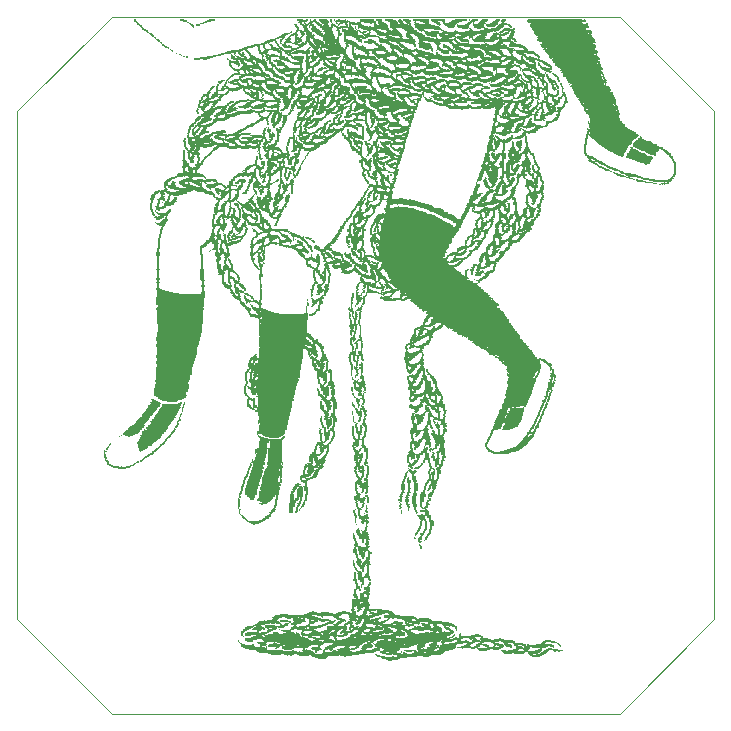
<source format=gbo>
G75*
%MOIN*%
%OFA0B0*%
%FSLAX24Y24*%
%IPPOS*%
%LPD*%
%AMOC8*
5,1,8,0,0,1.08239X$1,22.5*
%
%ADD10C,0.0000*%
%ADD11R,0.0116X0.0017*%
%ADD12R,0.0430X0.0017*%
%ADD13R,0.0496X0.0017*%
%ADD14R,0.0281X0.0017*%
%ADD15R,0.0595X0.0017*%
%ADD16R,0.0397X0.0017*%
%ADD17R,0.0132X0.0017*%
%ADD18R,0.0083X0.0017*%
%ADD19R,0.0347X0.0017*%
%ADD20R,0.0546X0.0017*%
%ADD21R,0.0099X0.0017*%
%ADD22R,0.0198X0.0017*%
%ADD23R,0.0645X0.0017*%
%ADD24R,0.0215X0.0017*%
%ADD25R,0.0017X0.0017*%
%ADD26R,0.0050X0.0017*%
%ADD27R,0.0331X0.0017*%
%ADD28R,0.0926X0.0017*%
%ADD29R,0.0165X0.0017*%
%ADD30R,0.1141X0.0017*%
%ADD31R,0.0314X0.0017*%
%ADD32R,0.0364X0.0017*%
%ADD33R,0.2067X0.0017*%
%ADD34R,0.0231X0.0017*%
%ADD35R,0.1571X0.0017*%
%ADD36R,0.0149X0.0017*%
%ADD37R,0.1521X0.0017*%
%ADD38R,0.1389X0.0017*%
%ADD39R,0.0562X0.0017*%
%ADD40R,0.0992X0.0017*%
%ADD41R,0.0182X0.0017*%
%ADD42R,0.1538X0.0017*%
%ADD43R,0.1406X0.0017*%
%ADD44R,0.0066X0.0017*%
%ADD45R,0.0265X0.0017*%
%ADD46R,0.1273X0.0017*%
%ADD47R,0.0678X0.0017*%
%ADD48R,0.0761X0.0017*%
%ADD49R,0.0876X0.0017*%
%ADD50R,0.0033X0.0017*%
%ADD51R,0.0413X0.0017*%
%ADD52R,0.0446X0.0017*%
%ADD53R,0.0248X0.0017*%
%ADD54R,0.0612X0.0017*%
%ADD55R,0.0513X0.0017*%
%ADD56R,0.0628X0.0017*%
%ADD57R,0.0380X0.0017*%
%ADD58R,0.0711X0.0017*%
%ADD59R,0.0827X0.0017*%
%ADD60R,0.0463X0.0017*%
%ADD61R,0.0728X0.0017*%
%ADD62R,0.0909X0.0017*%
%ADD63R,0.0959X0.0017*%
%ADD64R,0.0529X0.0017*%
%ADD65R,0.0860X0.0017*%
%ADD66R,0.1174X0.0017*%
%ADD67R,0.0298X0.0017*%
%ADD68R,0.1736X0.0017*%
%ADD69R,0.1472X0.0017*%
%ADD70R,0.1025X0.0017*%
%ADD71R,0.0480X0.0017*%
%ADD72R,0.2910X0.0017*%
%ADD73R,0.1753X0.0017*%
%ADD74R,0.0694X0.0017*%
%ADD75R,0.1918X0.0017*%
%ADD76R,0.1439X0.0017*%
%ADD77R,0.1042X0.0017*%
%ADD78R,0.1108X0.0017*%
%ADD79R,0.1670X0.0017*%
%ADD80R,0.1554X0.0017*%
%ADD81R,0.1091X0.0017*%
%ADD82R,0.1968X0.0017*%
%ADD83R,0.1587X0.0017*%
%ADD84R,0.1786X0.0017*%
%ADD85R,0.1356X0.0017*%
%ADD86R,0.1207X0.0017*%
%ADD87R,0.1323X0.0017*%
%ADD88R,0.0794X0.0017*%
%ADD89R,0.1058X0.0017*%
%ADD90R,0.1075X0.0017*%
%ADD91R,0.0661X0.0017*%
%ADD92R,0.0777X0.0017*%
%ADD93R,0.1157X0.0017*%
%ADD94R,0.1224X0.0017*%
%ADD95R,0.0843X0.0017*%
%ADD96R,0.0579X0.0017*%
%ADD97R,0.0744X0.0017*%
%ADD98R,0.0893X0.0017*%
%ADD99R,0.0943X0.0017*%
%ADD100R,0.0976X0.0017*%
%ADD101R,0.1009X0.0017*%
%ADD102R,0.1191X0.0017*%
%ADD103R,0.1124X0.0017*%
%ADD104R,0.0810X0.0017*%
%ADD105R,0.1240X0.0017*%
%ADD106R,0.1306X0.0017*%
%ADD107R,0.1505X0.0017*%
%ADD108R,0.1604X0.0017*%
%ADD109R,0.1257X0.0017*%
%ADD110R,0.1703X0.0017*%
%ADD111R,0.1290X0.0017*%
%ADD112R,0.1372X0.0017*%
%ADD113R,0.1339X0.0017*%
%ADD114R,0.1455X0.0017*%
%ADD115R,0.1488X0.0017*%
%ADD116R,0.1620X0.0017*%
%ADD117R,0.1637X0.0017*%
%ADD118R,0.1422X0.0017*%
%ADD119R,0.1720X0.0017*%
%ADD120R,0.1687X0.0017*%
%ADD121R,0.1654X0.0017*%
%ADD122R,0.1835X0.0017*%
%ADD123R,0.1951X0.0017*%
%ADD124R,0.1984X0.0017*%
%ADD125R,0.2050X0.0017*%
%ADD126R,0.2100X0.0017*%
%ADD127R,0.2216X0.0017*%
%ADD128R,0.2232X0.0017*%
%ADD129R,0.2348X0.0017*%
%ADD130R,0.2315X0.0017*%
%ADD131R,0.2298X0.0017*%
%ADD132R,0.2629X0.0017*%
%ADD133R,0.2580X0.0017*%
%ADD134R,0.2513X0.0017*%
%ADD135R,0.2497X0.0017*%
%ADD136R,0.2695X0.0017*%
%ADD137R,0.1902X0.0017*%
%ADD138R,0.2596X0.0017*%
%ADD139R,0.2563X0.0017*%
%ADD140R,0.2530X0.0017*%
%ADD141R,0.2546X0.0017*%
%ADD142R,0.2679X0.0017*%
%ADD143R,0.2761X0.0017*%
%ADD144R,0.2778X0.0017*%
%ADD145R,0.2712X0.0017*%
%ADD146R,0.2745X0.0017*%
%ADD147R,0.2811X0.0017*%
%ADD148R,0.2794X0.0017*%
%ADD149R,0.2861X0.0017*%
%ADD150R,0.2976X0.0017*%
%ADD151R,0.2662X0.0017*%
%ADD152R,0.3092X0.0017*%
%ADD153R,0.2828X0.0017*%
%ADD154R,0.2927X0.0017*%
%ADD155R,0.2894X0.0017*%
%ADD156R,0.2480X0.0017*%
%ADD157R,0.2447X0.0017*%
%ADD158R,0.2464X0.0017*%
%ADD159R,0.2398X0.0017*%
%ADD160R,0.2381X0.0017*%
%ADD161R,0.2249X0.0017*%
%ADD162R,0.2199X0.0017*%
%ADD163R,0.2431X0.0017*%
%ADD164R,0.2265X0.0017*%
%ADD165R,0.2183X0.0017*%
%ADD166R,0.2414X0.0017*%
%ADD167R,0.2331X0.0017*%
%ADD168R,0.2117X0.0017*%
%ADD169R,0.2001X0.0017*%
%ADD170R,0.1869X0.0017*%
%ADD171R,0.1769X0.0017*%
%ADD172R,0.1819X0.0017*%
%ADD173R,0.2083X0.0017*%
%ADD174R,0.1802X0.0017*%
%ADD175R,0.1935X0.0017*%
%ADD176R,0.1885X0.0017*%
%ADD177C,0.0020*%
D10*
X001579Y003519D02*
X001579Y020448D01*
X004728Y023597D01*
X021657Y023597D01*
X024807Y020448D01*
X024807Y003519D01*
X021657Y000369D01*
X004728Y000369D01*
X001579Y003519D01*
D11*
X004638Y008653D03*
X004638Y008670D03*
X004704Y008637D03*
X004704Y008620D03*
X005398Y008620D03*
X005398Y008637D03*
X005712Y009133D03*
X005712Y009149D03*
X006027Y009000D03*
X006060Y009017D03*
X006060Y009033D03*
X006142Y009083D03*
X006473Y010670D03*
X006986Y010687D03*
X006986Y010704D03*
X009301Y010621D03*
X009301Y010604D03*
X009499Y010604D03*
X009499Y010588D03*
X009499Y010571D03*
X009499Y010621D03*
X009449Y011001D03*
X009449Y011018D03*
X009416Y011249D03*
X009416Y011266D03*
X009416Y011282D03*
X009416Y011299D03*
X009416Y011315D03*
X009416Y011332D03*
X009499Y011630D03*
X009499Y011646D03*
X009499Y011663D03*
X009367Y011712D03*
X011318Y012307D03*
X011533Y012291D03*
X011533Y012274D03*
X011797Y012307D03*
X011731Y012506D03*
X011715Y012556D03*
X011715Y012572D03*
X011450Y012572D03*
X011450Y012556D03*
X011401Y012837D03*
X011401Y012853D03*
X011368Y012870D03*
X011368Y012886D03*
X011368Y013630D03*
X011368Y013647D03*
X011450Y013680D03*
X011450Y013696D03*
X011599Y013796D03*
X011599Y013812D03*
X011682Y014027D03*
X011682Y014044D03*
X011682Y014077D03*
X011682Y014093D03*
X011715Y014193D03*
X011715Y014209D03*
X011880Y014424D03*
X011880Y014441D03*
X011880Y014457D03*
X011913Y014474D03*
X011913Y014490D03*
X011913Y014507D03*
X011913Y014523D03*
X011880Y014540D03*
X011880Y014556D03*
X011880Y014573D03*
X011913Y014622D03*
X011913Y014639D03*
X011649Y014540D03*
X011649Y014523D03*
X011649Y014507D03*
X011401Y014490D03*
X011401Y014474D03*
X011483Y014044D03*
X011483Y014027D03*
X011202Y013696D03*
X011202Y013680D03*
X011516Y014738D03*
X011682Y014953D03*
X011682Y014970D03*
X011599Y015069D03*
X011599Y015085D03*
X011599Y015102D03*
X011599Y015119D03*
X011599Y015383D03*
X011599Y015400D03*
X011599Y015499D03*
X011599Y015515D03*
X011599Y015548D03*
X011599Y015565D03*
X011599Y015581D03*
X011599Y015598D03*
X011764Y015664D03*
X011764Y015681D03*
X011913Y015697D03*
X011913Y015714D03*
X011963Y015648D03*
X011963Y015631D03*
X011996Y015615D03*
X012046Y015780D03*
X012046Y015796D03*
X012360Y015615D03*
X012475Y015449D03*
X012475Y015433D03*
X012525Y015416D03*
X012674Y015532D03*
X012723Y015449D03*
X012723Y015433D03*
X012790Y015400D03*
X012790Y015383D03*
X012839Y015201D03*
X012839Y015185D03*
X013120Y015300D03*
X013120Y015317D03*
X013120Y015333D03*
X013286Y015383D03*
X013286Y015400D03*
X013319Y015333D03*
X013352Y015317D03*
X013352Y015300D03*
X013434Y015003D03*
X013434Y014986D03*
X013071Y014837D03*
X013071Y014821D03*
X013286Y014490D03*
X013286Y014474D03*
X013749Y014556D03*
X013749Y014573D03*
X013881Y014656D03*
X013831Y014821D03*
X013831Y014837D03*
X013798Y014854D03*
X014030Y014523D03*
X014030Y014507D03*
X013831Y014358D03*
X013831Y014341D03*
X014427Y014341D03*
X014427Y014358D03*
X014427Y014374D03*
X015220Y013531D03*
X015220Y013515D03*
X015187Y013481D03*
X015187Y013465D03*
X015187Y013448D03*
X015187Y013432D03*
X014906Y013184D03*
X014873Y013167D03*
X014873Y013151D03*
X015022Y013085D03*
X015022Y013068D03*
X015022Y013052D03*
X015022Y013035D03*
X014790Y012969D03*
X014790Y012952D03*
X014790Y012936D03*
X014790Y012919D03*
X014823Y012770D03*
X014823Y012754D03*
X015072Y012539D03*
X015072Y012522D03*
X015270Y012754D03*
X015270Y012770D03*
X015303Y012787D03*
X015353Y012903D03*
X015353Y012919D03*
X015353Y012936D03*
X015634Y013200D03*
X015634Y013217D03*
X015667Y013233D03*
X015667Y013250D03*
X015700Y013267D03*
X015700Y013283D03*
X015072Y012142D03*
X015072Y012126D03*
X015072Y012026D03*
X015072Y012010D03*
X015072Y011993D03*
X015072Y011911D03*
X014956Y011778D03*
X014956Y011762D03*
X014956Y011745D03*
X014956Y011729D03*
X014939Y011696D03*
X014939Y011679D03*
X014757Y011580D03*
X014757Y011563D03*
X014823Y011497D03*
X014823Y011481D03*
X014790Y011415D03*
X014790Y011398D03*
X014708Y011348D03*
X014708Y011332D03*
X014708Y011315D03*
X014675Y011183D03*
X014675Y011167D03*
X015022Y011348D03*
X015022Y011365D03*
X015022Y011381D03*
X015220Y011332D03*
X015220Y011315D03*
X015220Y011299D03*
X015220Y011282D03*
X015501Y011365D03*
X015501Y011381D03*
X015501Y011398D03*
X015501Y011415D03*
X015468Y011448D03*
X015468Y011464D03*
X015419Y011514D03*
X015419Y011530D03*
X015386Y011563D03*
X015386Y011580D03*
X015303Y011646D03*
X015303Y011663D03*
X015551Y011150D03*
X015634Y011018D03*
X015634Y011001D03*
X015667Y010985D03*
X015667Y010968D03*
X015501Y010952D03*
X015700Y010753D03*
X015749Y010588D03*
X015749Y010571D03*
X015816Y010456D03*
X015816Y010439D03*
X015749Y010158D03*
X015816Y009959D03*
X015816Y009943D03*
X015816Y009926D03*
X015832Y009827D03*
X015832Y009811D03*
X015816Y009794D03*
X015816Y009778D03*
X015816Y009761D03*
X015584Y009893D03*
X015584Y009910D03*
X015584Y009926D03*
X015584Y009943D03*
X015435Y009678D03*
X015187Y009844D03*
X015187Y009860D03*
X015303Y010075D03*
X014956Y010059D03*
X014956Y010042D03*
X014956Y010026D03*
X014956Y010009D03*
X014757Y010158D03*
X014757Y010174D03*
X014757Y010191D03*
X014757Y010207D03*
X014757Y010224D03*
X014906Y010290D03*
X014906Y010307D03*
X014906Y010439D03*
X014906Y010456D03*
X014906Y010472D03*
X015022Y010670D03*
X015237Y010720D03*
X015237Y010737D03*
X015220Y010770D03*
X015220Y010786D03*
X015154Y010885D03*
X015154Y010902D03*
X015237Y010555D03*
X015237Y010538D03*
X015237Y010522D03*
X015237Y010505D03*
X015237Y010489D03*
X015419Y010555D03*
X015419Y010571D03*
X015419Y010588D03*
X015435Y010538D03*
X015435Y010522D03*
X014708Y010604D03*
X014708Y010621D03*
X014741Y010770D03*
X014741Y010786D03*
X014741Y011795D03*
X014741Y011811D03*
X014592Y012026D03*
X014559Y012043D03*
X014559Y012059D03*
X014559Y012076D03*
X014559Y012093D03*
X014542Y012192D03*
X014542Y012208D03*
X014542Y012225D03*
X014559Y012357D03*
X014559Y012374D03*
X013038Y011977D03*
X013038Y011960D03*
X013038Y011894D03*
X013038Y011878D03*
X013038Y011861D03*
X013038Y011844D03*
X012806Y012307D03*
X013005Y012357D03*
X013005Y012374D03*
X013005Y012390D03*
X013005Y012407D03*
X013005Y012804D03*
X013005Y012820D03*
X012723Y013118D03*
X012723Y013134D03*
X012723Y013184D03*
X012723Y013200D03*
X012723Y013217D03*
X012839Y013515D03*
X012839Y013531D03*
X012988Y013829D03*
X012988Y013845D03*
X012988Y013862D03*
X012955Y014077D03*
X012955Y014093D03*
X012955Y014110D03*
X012955Y014126D03*
X012922Y014193D03*
X012922Y014209D03*
X012922Y014259D03*
X012442Y015152D03*
X012442Y015168D03*
X012194Y015185D03*
X012194Y015201D03*
X011880Y015300D03*
X011880Y015317D03*
X011847Y015416D03*
X011285Y015317D03*
X011285Y015300D03*
X011252Y015333D03*
X011086Y015615D03*
X011053Y015631D03*
X011053Y015648D03*
X011037Y015664D03*
X011037Y015681D03*
X011004Y015697D03*
X011004Y015714D03*
X011120Y015830D03*
X011120Y015846D03*
X011285Y015945D03*
X011285Y015962D03*
X011318Y015929D03*
X011318Y015912D03*
X011318Y015896D03*
X011533Y015929D03*
X011120Y016127D03*
X011086Y016144D03*
X011086Y016160D03*
X011053Y016177D03*
X011053Y016193D03*
X010971Y016226D03*
X010971Y016243D03*
X010805Y015879D03*
X010805Y015863D03*
X010375Y015978D03*
X010375Y015995D03*
X010045Y016127D03*
X009979Y016309D03*
X009979Y016326D03*
X010012Y016507D03*
X010012Y016524D03*
X009979Y016607D03*
X009929Y016656D03*
X009929Y016673D03*
X009731Y016855D03*
X009731Y016871D03*
X009731Y016888D03*
X009648Y017053D03*
X009648Y017070D03*
X009697Y017202D03*
X009896Y017202D03*
X009896Y017285D03*
X009896Y017301D03*
X009896Y017318D03*
X009979Y017070D03*
X009979Y017053D03*
X010045Y016987D03*
X010045Y016970D03*
X010293Y016954D03*
X010293Y016937D03*
X010326Y017004D03*
X010375Y017136D03*
X010375Y017152D03*
X010491Y017252D03*
X010491Y017268D03*
X010574Y017417D03*
X010574Y017433D03*
X010574Y017450D03*
X010574Y017467D03*
X010574Y017483D03*
X010574Y017500D03*
X010574Y017516D03*
X010375Y017533D03*
X010375Y017549D03*
X010326Y017483D03*
X010210Y017500D03*
X010210Y017516D03*
X010210Y017566D03*
X010160Y017318D03*
X010160Y017301D03*
X010210Y017185D03*
X010210Y017169D03*
X009962Y017698D03*
X009962Y017715D03*
X009929Y017930D03*
X009929Y017946D03*
X009813Y018078D03*
X009764Y017880D03*
X009731Y017830D03*
X009731Y017814D03*
X009731Y017748D03*
X009731Y017731D03*
X009615Y017566D03*
X009615Y017549D03*
X009615Y017533D03*
X009334Y017483D03*
X009218Y017367D03*
X008887Y017318D03*
X008887Y017301D03*
X008854Y017334D03*
X008854Y017351D03*
X008821Y017500D03*
X008821Y017516D03*
X008854Y017533D03*
X008854Y017549D03*
X008854Y017566D03*
X008887Y017582D03*
X008887Y017599D03*
X008887Y017615D03*
X008887Y017632D03*
X008887Y017648D03*
X008887Y017665D03*
X008904Y017781D03*
X008904Y017797D03*
X009020Y017930D03*
X009020Y017946D03*
X009086Y018045D03*
X009086Y018062D03*
X008887Y018029D03*
X008887Y018012D03*
X008772Y018161D03*
X008705Y018078D03*
X008689Y018029D03*
X008689Y018012D03*
X008689Y017996D03*
X008689Y017979D03*
X008573Y017748D03*
X008573Y017731D03*
X008424Y017731D03*
X008424Y017748D03*
X008490Y017367D03*
X008457Y017318D03*
X008457Y017301D03*
X008424Y017285D03*
X008424Y017268D03*
X008424Y017252D03*
X008226Y017301D03*
X008226Y017318D03*
X008209Y017235D03*
X008209Y017219D03*
X008209Y017202D03*
X008209Y017185D03*
X008209Y017169D03*
X008209Y017152D03*
X008209Y017136D03*
X008209Y017086D03*
X008209Y017070D03*
X008209Y017053D03*
X008176Y017004D03*
X008292Y016838D03*
X008292Y016822D03*
X008292Y016805D03*
X008457Y016888D03*
X008490Y016673D03*
X008490Y016656D03*
X008424Y016491D03*
X008292Y016326D03*
X008292Y016309D03*
X008094Y016309D03*
X008094Y016326D03*
X008094Y016342D03*
X008094Y016359D03*
X008209Y015962D03*
X008209Y015945D03*
X008209Y015912D03*
X008209Y015896D03*
X008209Y015879D03*
X008209Y015863D03*
X008176Y015846D03*
X008176Y015830D03*
X008226Y015714D03*
X008226Y015697D03*
X008292Y015515D03*
X008292Y015499D03*
X008259Y015482D03*
X008259Y015466D03*
X008292Y015333D03*
X008292Y015317D03*
X008292Y015300D03*
X008292Y015284D03*
X008292Y015267D03*
X008490Y015168D03*
X008490Y015152D03*
X008457Y014738D03*
X008772Y014854D03*
X008821Y014804D03*
X008821Y014788D03*
X008970Y014689D03*
X008970Y014672D03*
X009020Y014639D03*
X009020Y014622D03*
X009053Y014606D03*
X009053Y014589D03*
X009102Y014540D03*
X009135Y014523D03*
X009135Y014507D03*
X008887Y014507D03*
X008887Y014523D03*
X008854Y014540D03*
X008904Y014407D03*
X008904Y014391D03*
X008937Y014358D03*
X008937Y014341D03*
X008772Y014341D03*
X008772Y014358D03*
X008738Y014374D03*
X008970Y014159D03*
X008970Y014143D03*
X009053Y014044D03*
X009053Y014027D03*
X009086Y014011D03*
X009086Y013994D03*
X009102Y013978D03*
X009135Y013961D03*
X009135Y013944D03*
X009284Y013812D03*
X009284Y013796D03*
X009499Y014110D03*
X009499Y014126D03*
X009565Y014060D03*
X009301Y014275D03*
X009301Y014292D03*
X009697Y014937D03*
X009697Y014953D03*
X009697Y014970D03*
X009697Y014986D03*
X009697Y015003D03*
X009697Y015251D03*
X009648Y015581D03*
X009648Y015598D03*
X009565Y015730D03*
X009697Y015896D03*
X009697Y015912D03*
X009582Y016028D03*
X009582Y016044D03*
X009499Y016408D03*
X009648Y016574D03*
X009648Y016590D03*
X009532Y016805D03*
X009301Y016722D03*
X009301Y016706D03*
X009135Y016673D03*
X009135Y016656D03*
X009135Y016640D03*
X009135Y016623D03*
X009086Y016590D03*
X009086Y016574D03*
X008937Y016739D03*
X008937Y016756D03*
X008854Y016888D03*
X008738Y016789D03*
X008738Y016772D03*
X008772Y016722D03*
X008772Y016706D03*
X008705Y016408D03*
X008656Y016359D03*
X008656Y016342D03*
X008623Y016293D03*
X008375Y015846D03*
X008375Y015830D03*
X008540Y015565D03*
X008540Y015548D03*
X009416Y015515D03*
X009416Y015499D03*
X007779Y014606D03*
X007779Y014589D03*
X007779Y014374D03*
X007746Y014821D03*
X007746Y014837D03*
X007746Y014854D03*
X007746Y014870D03*
X007746Y014887D03*
X007746Y014904D03*
X007746Y014920D03*
X007746Y014937D03*
X007746Y014953D03*
X007746Y014970D03*
X007746Y014986D03*
X007746Y015003D03*
X007746Y015019D03*
X007746Y015036D03*
X007746Y015052D03*
X007746Y015069D03*
X007746Y015085D03*
X006275Y014523D03*
X006275Y014507D03*
X006258Y014705D03*
X006258Y014722D03*
X006258Y014738D03*
X006258Y014821D03*
X006258Y014837D03*
X006258Y014854D03*
X006258Y015152D03*
X006258Y015168D03*
X006258Y015631D03*
X006258Y015648D03*
X006258Y015664D03*
X006258Y015681D03*
X006258Y015697D03*
X006258Y015714D03*
X006506Y016822D03*
X006506Y016838D03*
X006275Y017169D03*
X006275Y017185D03*
X006225Y017252D03*
X006225Y017268D03*
X006308Y017483D03*
X006423Y017582D03*
X006423Y017599D03*
X006423Y017648D03*
X006423Y017665D03*
X006423Y017681D03*
X006142Y017665D03*
X006142Y017648D03*
X006109Y017632D03*
X006109Y017615D03*
X006109Y017599D03*
X006109Y017582D03*
X006109Y017566D03*
X006076Y017516D03*
X006076Y017500D03*
X006076Y017483D03*
X006539Y017285D03*
X006787Y018045D03*
X006787Y018062D03*
X006903Y018244D03*
X007151Y018409D03*
X007151Y018426D03*
X007134Y018558D03*
X007151Y018723D03*
X007151Y018740D03*
X007134Y018773D03*
X007134Y018789D03*
X007383Y018789D03*
X007383Y018773D03*
X007383Y018756D03*
X007383Y018740D03*
X007383Y018723D03*
X007416Y018922D03*
X007416Y018938D03*
X007333Y019087D03*
X007333Y019104D03*
X007383Y019137D03*
X007383Y019153D03*
X007383Y019170D03*
X007383Y019186D03*
X007416Y019203D03*
X007416Y019219D03*
X007548Y019120D03*
X007548Y019104D03*
X007548Y019087D03*
X007581Y019137D03*
X007581Y019153D03*
X007614Y019170D03*
X007614Y019186D03*
X007614Y019203D03*
X007614Y019219D03*
X007333Y019533D03*
X007333Y019550D03*
X007349Y019914D03*
X007383Y019930D03*
X007383Y019947D03*
X007581Y020129D03*
X007581Y020145D03*
X007614Y020162D03*
X007614Y020178D03*
X007829Y019897D03*
X007829Y019881D03*
X007829Y019864D03*
X007829Y019848D03*
X007812Y019815D03*
X007812Y019798D03*
X007779Y019781D03*
X007779Y019765D03*
X008209Y019583D03*
X008209Y019567D03*
X008424Y019765D03*
X008424Y019781D03*
X008226Y020195D03*
X007779Y020476D03*
X007779Y020493D03*
X007779Y020509D03*
X007779Y020526D03*
X007779Y020542D03*
X007812Y020724D03*
X007812Y020741D03*
X007862Y020790D03*
X007978Y021071D03*
X008209Y021071D03*
X008408Y020972D03*
X008408Y020956D03*
X008375Y020906D03*
X008342Y020889D03*
X008342Y020873D03*
X008292Y020823D03*
X008292Y020807D03*
X008573Y020625D03*
X008573Y020608D03*
X008689Y020542D03*
X008689Y020526D03*
X008705Y020559D03*
X008705Y020575D03*
X008738Y020592D03*
X008689Y020707D03*
X008738Y020724D03*
X008738Y020741D03*
X008854Y020691D03*
X008854Y020674D03*
X008887Y020707D03*
X008937Y020724D03*
X008937Y020741D03*
X009218Y021038D03*
X009218Y021055D03*
X009251Y021022D03*
X009251Y021005D03*
X009020Y021551D03*
X009020Y021567D03*
X008738Y021419D03*
X008738Y021402D03*
X008424Y021468D03*
X008342Y021419D03*
X008342Y021402D03*
X008937Y021997D03*
X008937Y022014D03*
X009053Y022080D03*
X009053Y022096D03*
X009053Y022113D03*
X009053Y022130D03*
X009102Y022047D03*
X009102Y022030D03*
X008821Y022163D03*
X008821Y022179D03*
X008772Y022229D03*
X008772Y022245D03*
X008772Y022262D03*
X009416Y022063D03*
X009731Y022344D03*
X009896Y022328D03*
X009896Y022311D03*
X009962Y022179D03*
X009962Y022163D03*
X009962Y022146D03*
X010045Y022047D03*
X010045Y022030D03*
X010094Y021981D03*
X010094Y021964D03*
X010127Y021700D03*
X010127Y021683D03*
X010160Y021667D03*
X009929Y021617D03*
X009929Y021600D03*
X009813Y021137D03*
X009813Y021121D03*
X010160Y020889D03*
X010160Y020873D03*
X009813Y020691D03*
X009813Y020674D03*
X010177Y020344D03*
X010177Y020327D03*
X010160Y020311D03*
X010127Y020261D03*
X010127Y020244D03*
X010127Y020228D03*
X010127Y020211D03*
X010094Y020178D03*
X010094Y020162D03*
X010094Y020145D03*
X010094Y020129D03*
X010094Y020112D03*
X010094Y020096D03*
X010094Y020079D03*
X010094Y020063D03*
X010094Y020046D03*
X010243Y020046D03*
X010243Y020063D03*
X010326Y020211D03*
X010326Y020228D03*
X010491Y020145D03*
X010491Y020129D03*
X010491Y020112D03*
X010375Y019897D03*
X010375Y019881D03*
X010045Y019500D03*
X010045Y019484D03*
X010243Y019467D03*
X010243Y019451D03*
X010243Y019434D03*
X009962Y019269D03*
X009962Y019252D03*
X009846Y019319D03*
X009846Y019335D03*
X009846Y019352D03*
X009813Y019269D03*
X009813Y019252D03*
X009896Y019104D03*
X009896Y019087D03*
X009697Y018839D03*
X009582Y018591D03*
X009582Y018574D03*
X009449Y018310D03*
X009449Y018293D03*
X009218Y018492D03*
X009218Y018508D03*
X009251Y018525D03*
X009251Y018541D03*
X008937Y018277D03*
X008937Y018260D03*
X009218Y017797D03*
X009218Y017781D03*
X009168Y017715D03*
X009168Y017698D03*
X009813Y018293D03*
X009813Y018310D03*
X009979Y018723D03*
X009979Y018740D03*
X009449Y019203D03*
X009449Y019219D03*
X009648Y019319D03*
X009813Y019682D03*
X009813Y019699D03*
X009962Y019765D03*
X009962Y019781D03*
X009962Y019798D03*
X009962Y019815D03*
X009582Y020079D03*
X009582Y020096D03*
X010409Y020443D03*
X010409Y020459D03*
X010491Y020509D03*
X010524Y020526D03*
X010524Y020542D03*
X010723Y020459D03*
X010723Y020443D03*
X010772Y020592D03*
X010772Y020608D03*
X010772Y020625D03*
X010723Y020840D03*
X010723Y020856D03*
X010921Y020823D03*
X010921Y020807D03*
X011004Y020956D03*
X011004Y020972D03*
X011004Y021204D03*
X011004Y021220D03*
X011120Y021286D03*
X011120Y021303D03*
X011202Y021468D03*
X011202Y021485D03*
X011202Y021501D03*
X011202Y021518D03*
X011202Y021534D03*
X011202Y021551D03*
X011202Y021567D03*
X011252Y021584D03*
X011401Y021716D03*
X011401Y021733D03*
X011401Y021749D03*
X011401Y021766D03*
X011252Y021865D03*
X011037Y021766D03*
X011037Y021749D03*
X010838Y021733D03*
X010838Y021716D03*
X010723Y021567D03*
X010723Y021551D03*
X010723Y021534D03*
X010723Y021518D03*
X010723Y021501D03*
X010723Y021485D03*
X010888Y021369D03*
X010888Y021352D03*
X010971Y021435D03*
X010971Y021452D03*
X010971Y021468D03*
X010574Y021881D03*
X010574Y021898D03*
X010640Y022080D03*
X010640Y022096D03*
X010723Y022063D03*
X010657Y022278D03*
X010657Y022295D03*
X010458Y022460D03*
X010409Y022477D03*
X010409Y022493D03*
X010326Y022411D03*
X010326Y022394D03*
X010458Y022626D03*
X010458Y022642D03*
X010524Y022708D03*
X010524Y022725D03*
X010723Y022940D03*
X010607Y023022D03*
X010888Y022890D03*
X010888Y022874D03*
X011004Y022807D03*
X011004Y022791D03*
X011004Y022774D03*
X011004Y022758D03*
X011037Y022609D03*
X011037Y022593D03*
X010888Y022659D03*
X011086Y022989D03*
X011086Y023006D03*
X011086Y023022D03*
X011235Y023105D03*
X011235Y023122D03*
X011202Y023155D03*
X011202Y023171D03*
X011202Y023188D03*
X011202Y023204D03*
X011169Y023237D03*
X011169Y023254D03*
X011004Y023386D03*
X011004Y023403D03*
X011368Y023403D03*
X011368Y023386D03*
X011599Y023370D03*
X011599Y023353D03*
X011715Y023254D03*
X011715Y023237D03*
X011731Y022940D03*
X011599Y022609D03*
X011599Y022593D03*
X011368Y022659D03*
X011252Y022460D03*
X011252Y022444D03*
X011252Y022427D03*
X011252Y022411D03*
X011252Y022394D03*
X011252Y022245D03*
X011252Y022229D03*
X011252Y022212D03*
X011252Y022196D03*
X011235Y022130D03*
X011235Y022113D03*
X011037Y022063D03*
X011450Y022113D03*
X011450Y022130D03*
X011450Y022146D03*
X011401Y022278D03*
X011401Y022295D03*
X011599Y022344D03*
X011649Y022130D03*
X011649Y022113D03*
X011599Y022047D03*
X011599Y022030D03*
X011566Y022014D03*
X011566Y021997D03*
X011649Y021815D03*
X011649Y021799D03*
X011847Y021733D03*
X011847Y021716D03*
X011880Y021749D03*
X011880Y021766D03*
X011880Y021964D03*
X011880Y021981D03*
X011847Y021997D03*
X011847Y022014D03*
X011930Y022146D03*
X011996Y022096D03*
X011996Y022080D03*
X012161Y021981D03*
X012161Y021964D03*
X012161Y021948D03*
X012393Y021931D03*
X012393Y021915D03*
X012393Y021898D03*
X012393Y021881D03*
X012393Y021865D03*
X012442Y021567D03*
X012442Y021551D03*
X012194Y021187D03*
X012128Y021071D03*
X011996Y021071D03*
X011996Y021088D03*
X011996Y021104D03*
X011913Y020972D03*
X011913Y020956D03*
X011847Y020889D03*
X011847Y020873D03*
X012046Y020707D03*
X012194Y020592D03*
X012112Y020509D03*
X011930Y020377D03*
X011930Y020360D03*
X011913Y020311D03*
X011797Y020228D03*
X011797Y020211D03*
X011731Y020195D03*
X011599Y020327D03*
X011599Y020344D03*
X011450Y020410D03*
X011450Y020426D03*
X011401Y020294D03*
X011401Y020278D03*
X011368Y020261D03*
X011368Y020244D03*
X011252Y020443D03*
X011252Y020459D03*
X011086Y020459D03*
X011086Y020443D03*
X011053Y020426D03*
X011053Y020410D03*
X011037Y020393D03*
X011004Y020377D03*
X011004Y020360D03*
X010971Y020311D03*
X011202Y019980D03*
X011202Y019963D03*
X011169Y019947D03*
X011169Y019930D03*
X011169Y019914D03*
X011450Y019930D03*
X011450Y019947D03*
X011483Y019963D03*
X011483Y019980D03*
X011516Y019996D03*
X011516Y020013D03*
X011533Y020030D03*
X011566Y020079D03*
X011566Y020096D03*
X011880Y020030D03*
X011963Y020079D03*
X011963Y020096D03*
X012046Y019980D03*
X012046Y019963D03*
X012161Y020195D03*
X012194Y020211D03*
X012194Y020228D03*
X012393Y020592D03*
X012475Y020790D03*
X012442Y020873D03*
X012442Y020889D03*
X012475Y020906D03*
X012558Y021071D03*
X012558Y021088D03*
X012558Y021104D03*
X012872Y021055D03*
X012872Y021038D03*
X012806Y020823D03*
X012806Y020807D03*
X012872Y020707D03*
X012641Y020757D03*
X012641Y020774D03*
X012608Y020741D03*
X012608Y020724D03*
X012591Y020707D03*
X012641Y020426D03*
X012641Y020410D03*
X012608Y020377D03*
X012608Y020360D03*
X012558Y020030D03*
X012475Y019914D03*
X012409Y019864D03*
X012409Y019848D03*
X012525Y019550D03*
X012525Y019533D03*
X012591Y019517D03*
X012608Y019500D03*
X012608Y019484D03*
X012641Y019467D03*
X012641Y019451D03*
X012674Y019434D03*
X012674Y019567D03*
X012674Y019583D03*
X012674Y019600D03*
X012674Y019616D03*
X012839Y019467D03*
X012839Y019451D03*
X012872Y019352D03*
X012872Y019335D03*
X012922Y019269D03*
X012922Y019252D03*
X013005Y019219D03*
X013005Y019203D03*
X013005Y019021D03*
X013005Y019004D03*
X013038Y018756D03*
X013038Y018740D03*
X013038Y018723D03*
X013286Y018624D03*
X013286Y018607D03*
X013319Y018591D03*
X013319Y018574D03*
X013319Y018773D03*
X013319Y018789D03*
X013484Y018756D03*
X013484Y018740D03*
X013484Y018723D03*
X013517Y018674D03*
X013517Y018657D03*
X013517Y018641D03*
X013517Y018624D03*
X013517Y018607D03*
X013550Y018591D03*
X013550Y018574D03*
X013484Y018393D03*
X013484Y018376D03*
X013484Y018359D03*
X013484Y018310D03*
X013484Y018293D03*
X013352Y018244D03*
X013120Y018293D03*
X013120Y018310D03*
X013352Y017996D03*
X013352Y017979D03*
X013484Y017863D03*
X013484Y017847D03*
X013319Y017681D03*
X013286Y017632D03*
X013286Y017615D03*
X013484Y017549D03*
X013484Y017533D03*
X013484Y017516D03*
X013484Y017500D03*
X013600Y017318D03*
X013600Y017301D03*
X013468Y017235D03*
X013468Y017219D03*
X013468Y017202D03*
X013236Y017152D03*
X013236Y017136D03*
X013269Y016954D03*
X013269Y016937D03*
X013203Y016789D03*
X013203Y016772D03*
X012988Y016756D03*
X012988Y016739D03*
X012839Y016590D03*
X012839Y016574D03*
X012955Y016474D03*
X012955Y016458D03*
X012955Y016441D03*
X012955Y016425D03*
X012922Y016408D03*
X012872Y016276D03*
X012872Y016259D03*
X013038Y016243D03*
X013038Y016226D03*
X013071Y016259D03*
X013071Y016276D03*
X013120Y016458D03*
X013120Y016474D03*
X013120Y016491D03*
X013517Y016359D03*
X013517Y016342D03*
X013550Y016541D03*
X013550Y016557D03*
X013550Y016574D03*
X013550Y016590D03*
X013666Y016970D03*
X013666Y016987D03*
X013947Y017285D03*
X013997Y017566D03*
X013997Y017582D03*
X013997Y017599D03*
X014030Y017764D03*
X013831Y017814D03*
X013831Y017830D03*
X013798Y017930D03*
X013798Y017946D03*
X013749Y018012D03*
X013749Y018029D03*
X013749Y018045D03*
X013749Y018062D03*
X013716Y018078D03*
X013716Y018095D03*
X013716Y018111D03*
X013716Y018128D03*
X013716Y018144D03*
X013716Y018293D03*
X013716Y018310D03*
X013666Y018376D03*
X013666Y018393D03*
X013914Y018144D03*
X013914Y018128D03*
X014112Y018029D03*
X014112Y018012D03*
X014146Y018078D03*
X014146Y018161D03*
X014195Y018326D03*
X014195Y018343D03*
X014195Y018409D03*
X014195Y018426D03*
X014228Y018459D03*
X014228Y018475D03*
X014079Y018558D03*
X014079Y018889D03*
X014079Y018905D03*
X014344Y018905D03*
X014344Y018889D03*
X014360Y019037D03*
X014394Y019087D03*
X014394Y019104D03*
X014112Y019649D03*
X014112Y019666D03*
X013864Y019616D03*
X013864Y019600D03*
X013831Y019633D03*
X013550Y019269D03*
X013550Y019252D03*
X013550Y019236D03*
X013716Y019186D03*
X013716Y019170D03*
X013468Y018938D03*
X013468Y018922D03*
X013319Y019054D03*
X013319Y019070D03*
X013319Y019087D03*
X013319Y019104D03*
X013236Y019335D03*
X013236Y019352D03*
X013071Y019517D03*
X012757Y019236D03*
X012723Y019252D03*
X012723Y019269D03*
X013434Y020046D03*
X013434Y020063D03*
X013434Y020079D03*
X013434Y020096D03*
X013434Y020112D03*
X013352Y020724D03*
X013352Y020741D03*
X013666Y021319D03*
X013666Y021336D03*
X013947Y021352D03*
X013947Y021369D03*
X014146Y020989D03*
X014228Y020790D03*
X014476Y020741D03*
X014476Y020724D03*
X014741Y020757D03*
X014741Y020774D03*
X014757Y020741D03*
X014757Y020724D03*
X014873Y020658D03*
X014873Y020641D03*
X014823Y020493D03*
X014823Y020476D03*
X014741Y020294D03*
X014741Y020278D03*
X014675Y020096D03*
X014675Y020079D03*
X014675Y020063D03*
X014675Y020046D03*
X014427Y020278D03*
X014427Y020294D03*
X014956Y020790D03*
X014956Y021088D03*
X014956Y021104D03*
X015303Y021237D03*
X015303Y021253D03*
X014675Y021915D03*
X014675Y021931D03*
X014906Y022163D03*
X014906Y022179D03*
X014873Y022196D03*
X014873Y022212D03*
X015270Y022146D03*
X015634Y022510D03*
X015634Y022526D03*
X015584Y022659D03*
X016064Y022675D03*
X016064Y022692D03*
X016113Y022824D03*
X016097Y022444D03*
X016097Y022427D03*
X016146Y022344D03*
X015783Y022096D03*
X015783Y022080D03*
X016064Y021848D03*
X016064Y021832D03*
X016312Y021369D03*
X016312Y021352D03*
X016460Y021071D03*
X016146Y020509D03*
X017105Y021187D03*
X017172Y021402D03*
X017172Y021419D03*
X017734Y021055D03*
X017734Y021038D03*
X017734Y020889D03*
X017734Y020873D03*
X017849Y020906D03*
X017849Y020459D03*
X017849Y020443D03*
X017849Y020426D03*
X017849Y020410D03*
X017783Y020344D03*
X017783Y020327D03*
X017535Y020311D03*
X017502Y020195D03*
X017502Y020178D03*
X017502Y020162D03*
X017502Y020145D03*
X017502Y020129D03*
X017502Y020112D03*
X017651Y020030D03*
X017618Y019947D03*
X017618Y019930D03*
X017453Y019815D03*
X017453Y019798D03*
X017420Y019748D03*
X017420Y019732D03*
X017420Y019715D03*
X017420Y019699D03*
X017420Y019682D03*
X017386Y019633D03*
X017386Y019616D03*
X017386Y019600D03*
X017370Y019467D03*
X017370Y019451D03*
X017370Y019434D03*
X017370Y019418D03*
X017370Y019401D03*
X017337Y019385D03*
X017337Y019368D03*
X017337Y019352D03*
X017337Y019335D03*
X017568Y019302D03*
X017568Y019285D03*
X017568Y019269D03*
X017568Y019252D03*
X017420Y019021D03*
X017420Y019004D03*
X017420Y018988D03*
X017420Y018971D03*
X017585Y018971D03*
X017585Y018955D03*
X017585Y018988D03*
X017535Y018822D03*
X017535Y018806D03*
X017502Y018756D03*
X017783Y018839D03*
X017783Y018856D03*
X017783Y018872D03*
X017932Y018624D03*
X017932Y018607D03*
X017932Y018591D03*
X017932Y018574D03*
X017932Y018508D03*
X017932Y018492D03*
X017932Y018475D03*
X017932Y018459D03*
X017932Y018442D03*
X017932Y018277D03*
X017932Y018260D03*
X017932Y018244D03*
X017932Y018227D03*
X017932Y018211D03*
X018097Y018144D03*
X018097Y018128D03*
X018263Y018211D03*
X018263Y018227D03*
X018296Y018260D03*
X018296Y018277D03*
X018213Y018492D03*
X018213Y018508D03*
X018246Y018525D03*
X018246Y018541D03*
X018246Y018558D03*
X018610Y018558D03*
X018610Y018541D03*
X018610Y018525D03*
X018610Y018475D03*
X018610Y018459D03*
X018643Y018657D03*
X018643Y018674D03*
X018726Y019004D03*
X018726Y019021D03*
X018577Y019203D03*
X018577Y019219D03*
X018329Y019236D03*
X018097Y019219D03*
X018097Y019203D03*
X017783Y019633D03*
X017816Y019798D03*
X017816Y019815D03*
X018296Y019963D03*
X018296Y019980D03*
X018660Y020046D03*
X018660Y020063D03*
X018660Y020079D03*
X018660Y020096D03*
X018858Y020278D03*
X018858Y020294D03*
X018858Y020311D03*
X018891Y020393D03*
X018941Y020476D03*
X018941Y020493D03*
X019090Y020393D03*
X019057Y020261D03*
X019057Y020244D03*
X019057Y020228D03*
X019057Y020211D03*
X019288Y020526D03*
X019288Y020542D03*
X019453Y020542D03*
X019453Y020526D03*
X019520Y020641D03*
X019520Y020658D03*
X019536Y020674D03*
X019536Y020691D03*
X019453Y020790D03*
X019453Y020807D03*
X019453Y020823D03*
X019652Y020840D03*
X019652Y020856D03*
X019652Y020873D03*
X019652Y020889D03*
X019850Y020741D03*
X019850Y020724D03*
X019602Y020311D03*
X019602Y020294D03*
X019602Y020278D03*
X019569Y020228D03*
X019569Y020211D03*
X019536Y020195D03*
X019520Y020178D03*
X019520Y020162D03*
X019486Y020145D03*
X019486Y020129D03*
X018693Y020707D03*
X018494Y020575D03*
X018494Y020559D03*
X018461Y020542D03*
X018461Y020526D03*
X018445Y020707D03*
X018263Y020707D03*
X018246Y020691D03*
X018246Y020674D03*
X018246Y020658D03*
X018246Y020641D03*
X018213Y020625D03*
X018213Y020608D03*
X018131Y020493D03*
X018131Y020476D03*
X018131Y020459D03*
X018131Y020443D03*
X018296Y020873D03*
X018296Y020889D03*
X018527Y021286D03*
X018527Y021303D03*
X018660Y021485D03*
X018660Y021501D03*
X018693Y021468D03*
X018858Y021468D03*
X018775Y021253D03*
X018775Y021237D03*
X019123Y021170D03*
X019123Y021154D03*
X019453Y021204D03*
X019453Y021220D03*
X019371Y021385D03*
X019090Y021584D03*
X018924Y021749D03*
X018924Y021766D03*
X018891Y021782D03*
X019172Y022030D03*
X019172Y022047D03*
X019255Y021981D03*
X019255Y021964D03*
X019288Y021948D03*
X019321Y021931D03*
X019321Y021915D03*
X018891Y022278D03*
X018891Y022295D03*
X018527Y022477D03*
X018527Y022493D03*
X018048Y022411D03*
X018048Y022394D03*
X018015Y022427D03*
X018015Y022444D03*
X018064Y022262D03*
X017932Y022245D03*
X017932Y022229D03*
X017866Y022146D03*
X017618Y022146D03*
X017701Y022344D03*
X017701Y022824D03*
X017701Y023039D03*
X017701Y023056D03*
X017734Y023072D03*
X017734Y023089D03*
X017899Y023056D03*
X017899Y023039D03*
X018097Y023039D03*
X018097Y023056D03*
X018097Y023072D03*
X018097Y023089D03*
X018131Y022824D03*
X017568Y023022D03*
X017568Y023436D03*
X017568Y023452D03*
X017585Y023469D03*
X017585Y023485D03*
X016775Y023452D03*
X016775Y023436D03*
X016742Y023419D03*
X016692Y022890D03*
X016692Y022874D03*
X017056Y022245D03*
X017056Y022229D03*
X016907Y022130D03*
X016907Y022113D03*
X017816Y021452D03*
X017816Y021435D03*
X017849Y021468D03*
X017866Y021485D03*
X017866Y021501D03*
X018246Y021551D03*
X018246Y021567D03*
X018263Y021584D03*
X018296Y021633D03*
X018296Y021650D03*
X018296Y021667D03*
X017502Y020856D03*
X017502Y020840D03*
X017254Y018988D03*
X017254Y018971D03*
X017138Y018641D03*
X017056Y018359D03*
X017172Y018111D03*
X017172Y018095D03*
X017023Y017681D03*
X017453Y017549D03*
X017453Y017533D03*
X017453Y017516D03*
X017453Y017500D03*
X017535Y017681D03*
X017568Y017764D03*
X017568Y017814D03*
X017568Y017830D03*
X017585Y017847D03*
X017585Y017863D03*
X017585Y017880D03*
X017585Y017896D03*
X017585Y017913D03*
X017618Y017930D03*
X017618Y017946D03*
X017651Y017979D03*
X017651Y017996D03*
X017783Y017880D03*
X017783Y017863D03*
X017783Y017847D03*
X017783Y017830D03*
X017783Y017814D03*
X018064Y017665D03*
X018064Y017648D03*
X018097Y017681D03*
X018131Y017516D03*
X018131Y017500D03*
X018131Y017483D03*
X018180Y017400D03*
X018180Y017384D03*
X018180Y017367D03*
X018180Y017351D03*
X018180Y017334D03*
X017932Y017119D03*
X017932Y017103D03*
X018064Y016987D03*
X018064Y016970D03*
X018015Y016888D03*
X018015Y016871D03*
X018015Y016855D03*
X017932Y016722D03*
X017932Y016706D03*
X017899Y016689D03*
X017849Y016855D03*
X017849Y016871D03*
X017849Y016888D03*
X017585Y016673D03*
X017585Y016656D03*
X017568Y016557D03*
X017568Y016541D03*
X017568Y016474D03*
X017568Y016458D03*
X017568Y016441D03*
X017568Y016425D03*
X017568Y016408D03*
X017568Y016392D03*
X017568Y016375D03*
X017651Y016210D03*
X017651Y016193D03*
X017651Y016177D03*
X017849Y016375D03*
X017849Y016392D03*
X017932Y016491D03*
X018131Y016491D03*
X018131Y016507D03*
X018131Y016524D03*
X018131Y016541D03*
X018131Y016557D03*
X018131Y016408D03*
X018131Y016392D03*
X018131Y016375D03*
X018064Y016276D03*
X018064Y016259D03*
X018048Y016243D03*
X018048Y016226D03*
X018015Y016210D03*
X018015Y016044D03*
X018015Y016028D03*
X017982Y015995D03*
X017982Y015978D03*
X017982Y015962D03*
X017982Y015945D03*
X017932Y015879D03*
X017932Y015863D03*
X017899Y015846D03*
X017899Y015830D03*
X017849Y015796D03*
X017849Y015780D03*
X018379Y016226D03*
X018379Y016243D03*
X018412Y016259D03*
X018412Y016276D03*
X018445Y016293D03*
X018461Y016375D03*
X018461Y016392D03*
X018296Y016408D03*
X018527Y016739D03*
X018527Y016756D03*
X018693Y016904D03*
X018693Y016921D03*
X018726Y016937D03*
X018726Y016954D03*
X018726Y016970D03*
X018726Y016987D03*
X018924Y016987D03*
X018924Y016970D03*
X018974Y017103D03*
X018974Y017119D03*
X018974Y017301D03*
X018974Y017318D03*
X019057Y017483D03*
X018809Y017467D03*
X018809Y017450D03*
X018809Y017433D03*
X018809Y017417D03*
X018775Y017367D03*
X018693Y017235D03*
X018693Y017219D03*
X018660Y017202D03*
X018527Y017202D03*
X018494Y017152D03*
X018494Y017136D03*
X018494Y017119D03*
X018494Y017103D03*
X018494Y017070D03*
X018494Y017053D03*
X018494Y017037D03*
X018494Y017020D03*
X018246Y016954D03*
X018246Y016937D03*
X017816Y017252D03*
X017816Y017268D03*
X017420Y016888D03*
X017386Y016838D03*
X017386Y016822D03*
X017221Y016970D03*
X017221Y016987D03*
X017221Y017004D03*
X017023Y016888D03*
X016907Y016789D03*
X016907Y016772D03*
X017105Y016590D03*
X017105Y016574D03*
X016940Y016474D03*
X016940Y016458D03*
X016940Y016441D03*
X016940Y016425D03*
X016973Y016326D03*
X016973Y016309D03*
X016940Y016293D03*
X016907Y016243D03*
X016907Y016226D03*
X016990Y016044D03*
X016990Y016028D03*
X016973Y016011D03*
X016973Y015995D03*
X016973Y015978D03*
X016940Y015929D03*
X016907Y015912D03*
X016907Y015896D03*
X016857Y015846D03*
X016857Y015830D03*
X016742Y015978D03*
X016742Y015995D03*
X016510Y015763D03*
X016510Y015747D03*
X016626Y015615D03*
X016543Y015565D03*
X016543Y015548D03*
X016494Y015532D03*
X016378Y015416D03*
X016345Y015400D03*
X016345Y015383D03*
X016262Y015333D03*
X016295Y015780D03*
X016295Y015796D03*
X016824Y015317D03*
X016824Y015300D03*
X016775Y015234D03*
X016775Y015218D03*
X016742Y015168D03*
X016742Y015152D03*
X016742Y015135D03*
X016940Y015135D03*
X016940Y015152D03*
X016940Y015168D03*
X017056Y015085D03*
X017056Y015069D03*
X017221Y014970D03*
X017221Y014953D03*
X017386Y015102D03*
X017386Y015119D03*
X017420Y015135D03*
X017254Y015433D03*
X017254Y015449D03*
X017254Y015466D03*
X017254Y015482D03*
X017056Y015548D03*
X017056Y015565D03*
X017023Y015482D03*
X017023Y015466D03*
X017023Y015449D03*
X017023Y015433D03*
X017254Y015813D03*
X017254Y015830D03*
X017254Y015846D03*
X017254Y015863D03*
X017254Y015879D03*
X017105Y016177D03*
X017105Y016193D03*
X017188Y016342D03*
X017188Y016359D03*
X017188Y016375D03*
X017188Y016392D03*
X016460Y016937D03*
X016460Y016954D03*
X017734Y018244D03*
X017783Y018359D03*
X018577Y017946D03*
X018577Y017930D03*
X018858Y018045D03*
X018858Y018062D03*
X018858Y018078D03*
X018858Y018095D03*
X018858Y018111D03*
X018858Y018128D03*
X018858Y018144D03*
X018858Y018178D03*
X018858Y018194D03*
X018974Y018293D03*
X018974Y018310D03*
X019057Y017880D03*
X019057Y017863D03*
X019057Y017847D03*
X019057Y017830D03*
X019057Y017814D03*
X018577Y017400D03*
X018577Y017384D03*
X018809Y017202D03*
X020677Y018773D03*
X020677Y018789D03*
X020694Y018756D03*
X020760Y018740D03*
X020760Y018723D03*
X021008Y018591D03*
X021008Y018574D03*
X021041Y018558D03*
X021239Y018475D03*
X021239Y018459D03*
X021520Y018359D03*
X021719Y018277D03*
X021719Y018260D03*
X021801Y018244D03*
X021917Y018227D03*
X021917Y018211D03*
X022033Y018194D03*
X022033Y018178D03*
X022827Y018029D03*
X022827Y018012D03*
X023389Y018178D03*
X023389Y018194D03*
X023356Y018922D03*
X023356Y018938D03*
X023306Y019004D03*
X023306Y019021D03*
X023273Y019037D03*
X023157Y019120D03*
X022347Y019517D03*
X020082Y021286D03*
X020082Y021303D03*
X020677Y023039D03*
X020677Y023056D03*
X015634Y023337D03*
X015187Y023089D03*
X015187Y023072D03*
X014592Y023006D03*
X014592Y022989D03*
X014360Y022923D03*
X014360Y022907D03*
X014278Y022741D03*
X014278Y022725D03*
X014278Y022708D03*
X014311Y022692D03*
X014311Y022675D03*
X013864Y022444D03*
X013864Y022427D03*
X013831Y022179D03*
X013831Y022163D03*
X013600Y022063D03*
X013633Y021981D03*
X013633Y021964D03*
X013484Y021865D03*
X013071Y021915D03*
X013071Y021931D03*
X012872Y022163D03*
X012872Y022179D03*
X012790Y022344D03*
X013236Y022361D03*
X013236Y022378D03*
X013269Y022344D03*
X013468Y022361D03*
X013468Y022378D03*
X013484Y022344D03*
X013550Y022659D03*
X013517Y022675D03*
X013517Y022692D03*
X013319Y022692D03*
X013319Y022675D03*
X013120Y022841D03*
X013120Y022857D03*
X013005Y022774D03*
X013005Y022758D03*
X012525Y022791D03*
X012525Y022807D03*
X012277Y022692D03*
X012277Y022675D03*
X012277Y022659D03*
X012277Y023105D03*
X012277Y023122D03*
X012112Y023304D03*
X012112Y023320D03*
X012591Y023221D03*
X012988Y023304D03*
X012988Y023320D03*
X013666Y023436D03*
X013666Y023452D03*
X013914Y023171D03*
X013914Y023155D03*
X013947Y023138D03*
X014146Y023188D03*
X014146Y023204D03*
X014360Y023419D03*
X014344Y023436D03*
X014344Y023452D03*
X011516Y021187D03*
X011516Y021170D03*
X011516Y021154D03*
X011318Y020939D03*
X011318Y020922D03*
X011450Y020741D03*
X011450Y020724D03*
X011401Y020691D03*
X011401Y020674D03*
X011401Y020658D03*
X011401Y020641D03*
X011533Y020625D03*
X011533Y020608D03*
X011682Y020575D03*
X011682Y020559D03*
X011682Y020542D03*
X011682Y020526D03*
X011715Y020592D03*
X011797Y019831D03*
X011764Y019781D03*
X011764Y019765D03*
X011516Y019633D03*
X011483Y019616D03*
X011483Y019600D03*
X011401Y019500D03*
X011401Y019484D03*
X011252Y019600D03*
X011252Y019616D03*
X011169Y019500D03*
X011169Y019484D03*
X011037Y019484D03*
X011037Y019500D03*
X010921Y019385D03*
X010921Y019368D03*
X010838Y019219D03*
X010838Y019203D03*
X010838Y019186D03*
X010838Y019170D03*
X010838Y019153D03*
X010838Y019137D03*
X010805Y019120D03*
X010772Y019104D03*
X010772Y019087D03*
X010574Y019037D03*
X010723Y018839D03*
X010657Y018756D03*
X010657Y018740D03*
X010657Y018723D03*
X010657Y018707D03*
X010657Y018690D03*
X010657Y018674D03*
X010657Y018657D03*
X010772Y018591D03*
X010772Y018574D03*
X010772Y018558D03*
X010805Y018475D03*
X010805Y018459D03*
X010657Y018359D03*
X010723Y018111D03*
X010723Y018095D03*
X010723Y018078D03*
X010723Y018062D03*
X010723Y018045D03*
X010524Y017797D03*
X010524Y017781D03*
X010855Y018690D03*
X010855Y018707D03*
X010888Y018723D03*
X010888Y018740D03*
X010888Y018756D03*
X010888Y018773D03*
X010888Y018789D03*
X010888Y018806D03*
X010888Y018822D03*
X010838Y019798D03*
X010838Y019815D03*
X013269Y017400D03*
X013269Y017384D03*
X013236Y017367D03*
X013236Y017351D03*
X013236Y017334D03*
X012839Y016921D03*
X012839Y016904D03*
X012608Y016871D03*
X012608Y016855D03*
X012525Y016756D03*
X012525Y016739D03*
X012409Y016590D03*
X012409Y016574D03*
X012393Y016557D03*
X012393Y016541D03*
X012393Y016524D03*
X012393Y016507D03*
X012327Y016441D03*
X012327Y016425D03*
X012327Y016408D03*
X012244Y016293D03*
X012194Y016210D03*
X012591Y016111D03*
X012591Y016094D03*
X012591Y016078D03*
X012591Y016061D03*
X012674Y016259D03*
X012674Y016276D03*
X012674Y016293D03*
X012674Y016309D03*
X012674Y016326D03*
X012641Y016408D03*
X012641Y016458D03*
X012641Y016474D03*
X012839Y015929D03*
X012757Y015763D03*
X012757Y015747D03*
X012790Y015730D03*
X012839Y015648D03*
X012839Y015631D03*
X012872Y015615D03*
X013005Y015730D03*
X013716Y017533D03*
X013716Y017549D03*
X013716Y017566D03*
X013633Y018756D03*
X008226Y019236D03*
X008209Y019219D03*
X008209Y019203D03*
X008176Y019186D03*
X008176Y019170D03*
X007349Y018426D03*
X007349Y018409D03*
X007349Y018227D03*
X007349Y018211D03*
X007664Y017963D03*
X008176Y018095D03*
X008176Y018111D03*
X005861Y023138D03*
X007068Y023469D03*
X007068Y023485D03*
X007151Y023452D03*
X007151Y023436D03*
X007614Y023320D03*
X007614Y023304D03*
X007746Y023353D03*
X007746Y023370D03*
X007829Y023386D03*
X007829Y023403D03*
X007895Y023419D03*
X019090Y012142D03*
X019090Y012126D03*
X019172Y012093D03*
X019172Y012076D03*
X019255Y012026D03*
X019288Y012010D03*
X019288Y011993D03*
X019321Y011977D03*
X019321Y011960D03*
X019404Y011630D03*
X019404Y011613D03*
X019404Y011596D03*
X019371Y011497D03*
X019371Y011481D03*
X019338Y011381D03*
X019338Y011365D03*
X019338Y011348D03*
X019288Y011183D03*
X019288Y011167D03*
X019255Y011100D03*
X019255Y011084D03*
X019205Y010935D03*
X019205Y010919D03*
X019139Y010786D03*
X019139Y010770D03*
X018891Y009910D03*
X018891Y009893D03*
X018726Y009860D03*
X018726Y009844D03*
X018775Y009711D03*
X018775Y009695D03*
X018726Y009629D03*
X018726Y009612D03*
X018726Y009596D03*
X018693Y009579D03*
X018693Y009563D03*
X018660Y009546D03*
X018660Y009530D03*
X018643Y009513D03*
X018643Y009496D03*
X018643Y009480D03*
X018610Y009463D03*
X018610Y009447D03*
X018527Y009530D03*
X018527Y009546D03*
X018494Y009513D03*
X018494Y009496D03*
X018461Y009463D03*
X018461Y009447D03*
X018643Y009695D03*
X018643Y009711D03*
X017337Y009116D03*
X017337Y009100D03*
X015783Y008918D03*
X015783Y008901D03*
X015749Y009000D03*
X015749Y009017D03*
X015749Y009033D03*
X015584Y009050D03*
X015584Y009067D03*
X015501Y009199D03*
X015551Y009281D03*
X015551Y009298D03*
X015551Y009315D03*
X015584Y009364D03*
X015584Y009381D03*
X015187Y009199D03*
X015187Y009182D03*
X015187Y009166D03*
X015220Y009033D03*
X015220Y009017D03*
X015435Y008918D03*
X015435Y008901D03*
X015584Y008868D03*
X015584Y008852D03*
X015551Y008719D03*
X015551Y008703D03*
X015551Y008686D03*
X015551Y008670D03*
X015551Y008653D03*
X015617Y008554D03*
X015617Y008537D03*
X015617Y008471D03*
X015617Y008455D03*
X015617Y008438D03*
X015617Y008422D03*
X015617Y008405D03*
X015617Y008389D03*
X015617Y008372D03*
X015617Y008356D03*
X015617Y008339D03*
X015435Y008339D03*
X015435Y008356D03*
X015435Y008372D03*
X015435Y008389D03*
X015435Y008322D03*
X015700Y008620D03*
X015700Y008637D03*
X015700Y008653D03*
X015700Y008670D03*
X014939Y008885D03*
X014939Y008901D03*
X014939Y008918D03*
X014939Y008934D03*
X014939Y008951D03*
X014873Y008785D03*
X014873Y008769D03*
X014823Y008719D03*
X014790Y008703D03*
X014790Y008686D03*
X014675Y008604D03*
X014675Y008471D03*
X014675Y008455D03*
X014790Y008240D03*
X014790Y008223D03*
X014790Y008207D03*
X014625Y008107D03*
X014625Y008091D03*
X014625Y008074D03*
X014625Y008058D03*
X014427Y007992D03*
X014427Y007975D03*
X014427Y007959D03*
X014427Y007942D03*
X014427Y007926D03*
X014427Y007909D03*
X014427Y007893D03*
X014427Y007876D03*
X014427Y007859D03*
X014427Y007843D03*
X014427Y007826D03*
X014427Y007810D03*
X014427Y007727D03*
X014360Y007595D03*
X014360Y007578D03*
X014344Y007479D03*
X014344Y007463D03*
X014344Y007446D03*
X014559Y007446D03*
X014559Y007430D03*
X014559Y007413D03*
X014559Y007463D03*
X014559Y007479D03*
X014559Y007545D03*
X014559Y007562D03*
X014592Y007611D03*
X014592Y007628D03*
X014625Y007727D03*
X014823Y007644D03*
X014823Y007628D03*
X014823Y007611D03*
X014790Y007512D03*
X014790Y007496D03*
X014790Y007479D03*
X014790Y007463D03*
X014823Y007330D03*
X014823Y007314D03*
X014823Y007297D03*
X014823Y007281D03*
X014823Y007264D03*
X014592Y007330D03*
X014873Y007777D03*
X014873Y007793D03*
X014873Y007810D03*
X014873Y007826D03*
X014873Y007843D03*
X014873Y007859D03*
X014873Y007876D03*
X014873Y007893D03*
X014873Y007909D03*
X014873Y007926D03*
X014873Y007942D03*
X014873Y007959D03*
X014873Y007975D03*
X014873Y007992D03*
X014873Y008008D03*
X015105Y007727D03*
X015353Y007678D03*
X015353Y007661D03*
X015386Y007727D03*
X015468Y007859D03*
X015468Y007876D03*
X015468Y007893D03*
X015468Y007909D03*
X014906Y008537D03*
X014906Y008554D03*
X014757Y008852D03*
X014757Y008868D03*
X014757Y008885D03*
X014757Y008901D03*
X014757Y008918D03*
X014708Y009083D03*
X014873Y009215D03*
X014873Y009232D03*
X014906Y009645D03*
X014906Y009662D03*
X014741Y009695D03*
X014741Y009711D03*
X014741Y009728D03*
X014741Y009744D03*
X013153Y009959D03*
X013120Y010009D03*
X013120Y010026D03*
X013153Y010406D03*
X013153Y010422D03*
X013153Y010439D03*
X013153Y010456D03*
X013071Y010472D03*
X013071Y010489D03*
X013071Y010505D03*
X012922Y010770D03*
X012922Y010786D03*
X013005Y010968D03*
X013005Y010985D03*
X013005Y011001D03*
X013005Y011018D03*
X012988Y011084D03*
X012988Y011100D03*
X013005Y011233D03*
X012112Y011133D03*
X012112Y011117D03*
X012112Y011100D03*
X012112Y011084D03*
X012112Y011067D03*
X012112Y011051D03*
X012112Y011034D03*
X012112Y011018D03*
X012112Y011001D03*
X012079Y011200D03*
X012079Y011216D03*
X012079Y011233D03*
X011913Y011233D03*
X011731Y011249D03*
X011731Y011266D03*
X011847Y011448D03*
X011847Y011464D03*
X011996Y011729D03*
X011996Y011745D03*
X011996Y011762D03*
X011996Y011778D03*
X011731Y011844D03*
X011731Y011861D03*
X011764Y012026D03*
X011483Y011944D03*
X011483Y011927D03*
X011483Y011911D03*
X011450Y011960D03*
X011450Y011977D03*
X011450Y011993D03*
X011450Y012010D03*
X011516Y011861D03*
X011516Y011844D03*
X011533Y011828D03*
X011649Y010985D03*
X011649Y010968D03*
X011682Y010952D03*
X011715Y010935D03*
X011715Y010919D03*
X011715Y010621D03*
X011715Y010604D03*
X011731Y010555D03*
X011731Y010538D03*
X011731Y010522D03*
X011797Y010456D03*
X011797Y010439D03*
X011880Y010356D03*
X011963Y010489D03*
X011963Y010505D03*
X011963Y010522D03*
X011963Y010538D03*
X011963Y010555D03*
X012161Y010555D03*
X012161Y010571D03*
X012161Y010588D03*
X012161Y010604D03*
X012161Y010621D03*
X012161Y010670D03*
X012161Y010687D03*
X012161Y010704D03*
X012161Y010720D03*
X012161Y010737D03*
X012161Y010538D03*
X012161Y010522D03*
X012112Y010356D03*
X012112Y010340D03*
X012112Y010323D03*
X012128Y010224D03*
X012128Y010207D03*
X012161Y010191D03*
X012161Y010174D03*
X012161Y010158D03*
X012161Y010141D03*
X012161Y010125D03*
X012161Y010108D03*
X012161Y010092D03*
X011963Y009959D03*
X012079Y009860D03*
X012079Y009844D03*
X011913Y009513D03*
X011913Y009496D03*
X011682Y009678D03*
X011880Y010158D03*
X011880Y010174D03*
X011880Y010191D03*
X011731Y009083D03*
X011797Y008885D03*
X011533Y008835D03*
X011533Y008819D03*
X011516Y008885D03*
X011368Y008885D03*
X011368Y008868D03*
X011368Y008852D03*
X011368Y008835D03*
X011368Y008819D03*
X011368Y008802D03*
X011368Y008785D03*
X011368Y008769D03*
X011649Y008554D03*
X011649Y008537D03*
X011682Y008570D03*
X011682Y008587D03*
X011715Y008604D03*
X011566Y008405D03*
X011533Y008389D03*
X011533Y008372D03*
X011533Y008356D03*
X011533Y008339D03*
X011516Y008322D03*
X011483Y008306D03*
X011483Y008289D03*
X011483Y008273D03*
X011483Y008256D03*
X011450Y008240D03*
X011450Y008223D03*
X011252Y008157D03*
X011252Y008141D03*
X011169Y008074D03*
X011169Y008058D03*
X011202Y007876D03*
X011202Y007859D03*
X011202Y007843D03*
X011202Y007826D03*
X011202Y007810D03*
X011202Y007793D03*
X011202Y007777D03*
X010838Y007859D03*
X010838Y007876D03*
X010855Y007926D03*
X010805Y007826D03*
X010805Y007810D03*
X010772Y007760D03*
X010772Y007744D03*
X010723Y007529D03*
X010723Y007512D03*
X010723Y007496D03*
X010723Y007479D03*
X010723Y007463D03*
X010855Y007446D03*
X010888Y007496D03*
X010888Y007512D03*
X010971Y007363D03*
X010971Y007347D03*
X010127Y007165D03*
X010127Y007148D03*
X010094Y007132D03*
X010094Y007115D03*
X010094Y007099D03*
X010045Y007049D03*
X009979Y006967D03*
X009962Y006950D03*
X009962Y006933D03*
X009846Y006851D03*
X009284Y006768D03*
X012757Y003825D03*
X012790Y003907D03*
X012790Y003924D03*
X012790Y003941D03*
X012790Y003742D03*
X012790Y003726D03*
X012790Y003709D03*
X012988Y003825D03*
X013236Y003841D03*
X013236Y003858D03*
X013236Y004222D03*
X013269Y004321D03*
X013269Y004337D03*
X013071Y004288D03*
X013071Y004271D03*
X013071Y004255D03*
X013071Y004238D03*
X012839Y004304D03*
X012839Y004321D03*
X012839Y004337D03*
X012922Y004552D03*
X012922Y004569D03*
X012922Y004585D03*
X012922Y004602D03*
X012839Y004784D03*
X012839Y004800D03*
X012839Y004817D03*
X012988Y004982D03*
X012988Y004999D03*
X012988Y005032D03*
X012988Y005048D03*
X013236Y004999D03*
X013236Y004982D03*
X013236Y004966D03*
X013236Y004949D03*
X013071Y004767D03*
X013071Y004751D03*
X013120Y005313D03*
X013120Y005330D03*
X013236Y005429D03*
X013236Y005445D03*
X013286Y005330D03*
X013286Y005313D03*
X013319Y005693D03*
X013319Y005710D03*
X013319Y005726D03*
X013236Y005892D03*
X013236Y005991D03*
X013236Y006007D03*
X013269Y006140D03*
X013269Y006156D03*
X012955Y006338D03*
X012955Y006355D03*
X012922Y006454D03*
X013203Y006785D03*
X013203Y006801D03*
X013203Y006967D03*
X012988Y007148D03*
X012988Y007165D03*
X012872Y007496D03*
X012872Y007512D03*
X012955Y007644D03*
X013120Y007859D03*
X013120Y007876D03*
X013203Y008124D03*
X013203Y008141D03*
X013203Y008157D03*
X012988Y008157D03*
X012988Y008141D03*
X012988Y008174D03*
X012988Y008190D03*
X012922Y008653D03*
X012922Y008670D03*
X012922Y008686D03*
X012922Y008703D03*
X013038Y008934D03*
X013038Y008951D03*
X013203Y009100D03*
X013203Y009116D03*
X013203Y009133D03*
X013203Y009149D03*
X012872Y009116D03*
X012872Y009100D03*
X013071Y009480D03*
X012988Y009645D03*
X012988Y009662D03*
X013203Y008719D03*
X013203Y008703D03*
X013203Y008686D03*
X015187Y007231D03*
X015187Y007215D03*
X015220Y007082D03*
X015220Y007066D03*
X015270Y007330D03*
X015353Y006801D03*
X015353Y006785D03*
X015353Y006768D03*
X015386Y006752D03*
X015386Y006735D03*
X015386Y006719D03*
X015386Y006702D03*
X015386Y006685D03*
X015386Y006669D03*
X015386Y006652D03*
X015386Y006636D03*
X015386Y006619D03*
X015072Y006355D03*
X015072Y006338D03*
X014989Y006173D03*
X014989Y006156D03*
X014989Y006140D03*
X014989Y006090D03*
X012955Y005495D03*
X012955Y005478D03*
X012955Y005462D03*
X012955Y005363D03*
X012955Y005346D03*
X012955Y005330D03*
X012955Y005313D03*
X012839Y005710D03*
X012839Y005726D03*
X012839Y005743D03*
X012839Y005759D03*
X012839Y005776D03*
X012839Y005793D03*
X012839Y005809D03*
X012872Y005974D03*
X012393Y003428D03*
X012525Y003329D03*
X012525Y003312D03*
X012558Y003345D03*
X012723Y003130D03*
X012723Y003114D03*
X012591Y002618D03*
X012591Y002601D03*
X012558Y002585D03*
X012558Y002568D03*
X012525Y002552D03*
X012046Y002502D03*
X012046Y002485D03*
X011880Y002485D03*
X011880Y002502D03*
X011682Y002948D03*
X011930Y003064D03*
X012161Y002932D03*
X012161Y002915D03*
X011764Y003428D03*
X011533Y003444D03*
X011533Y003461D03*
X011516Y003428D03*
X011252Y003296D03*
X011252Y003279D03*
X010574Y003345D03*
X010160Y003213D03*
X010160Y003196D03*
X010127Y003180D03*
X010127Y003163D03*
X010177Y003064D03*
X009615Y003114D03*
X009615Y003130D03*
X009102Y003097D03*
X009102Y003081D03*
X011120Y002469D03*
X011169Y002552D03*
X013864Y002800D03*
X013864Y002816D03*
X013914Y003031D03*
X013914Y003048D03*
X013864Y003444D03*
X013864Y003461D03*
X014559Y003345D03*
X015220Y003048D03*
X015220Y003031D03*
X015303Y003230D03*
X015303Y003246D03*
X015501Y003279D03*
X015501Y003296D03*
X015501Y003097D03*
X015501Y003081D03*
X015667Y003081D03*
X015667Y003097D03*
X015898Y003196D03*
X015898Y003213D03*
X016031Y003130D03*
X016031Y003114D03*
X016312Y002816D03*
X016312Y002800D03*
X016312Y002783D03*
X016312Y002767D03*
X016775Y002535D03*
X016775Y002519D03*
X017056Y002717D03*
X017056Y002733D03*
X017105Y002750D03*
X017138Y002866D03*
X017783Y002452D03*
X017783Y002436D03*
X018213Y002634D03*
X018213Y002651D03*
X018660Y002353D03*
X019007Y002485D03*
X019007Y002502D03*
X015501Y002717D03*
X015501Y002733D03*
X013997Y002138D03*
X013997Y002122D03*
D12*
X014071Y002155D03*
X014071Y002171D03*
X014236Y003345D03*
X013757Y003759D03*
X013757Y003775D03*
X013079Y003941D03*
X012963Y003180D03*
X012963Y003163D03*
X011839Y003444D03*
X011839Y003461D03*
X010962Y003461D03*
X010962Y003444D03*
X010962Y003478D03*
X010962Y003494D03*
X010615Y003015D03*
X010615Y002998D03*
X009739Y002469D03*
X009292Y002568D03*
X009292Y002585D03*
X009491Y006735D03*
X009491Y006752D03*
X009375Y007777D03*
X009375Y007793D03*
X009375Y007810D03*
X009375Y007826D03*
X009375Y007843D03*
X009408Y007859D03*
X009408Y007876D03*
X009408Y007893D03*
X009408Y007909D03*
X009408Y007926D03*
X009458Y008091D03*
X009458Y008107D03*
X009458Y008124D03*
X009491Y008174D03*
X009491Y008190D03*
X009491Y008207D03*
X009491Y008223D03*
X009491Y008240D03*
X014716Y012324D03*
X014716Y012341D03*
X014832Y011266D03*
X014832Y011249D03*
X014914Y010257D03*
X014914Y010241D03*
X017973Y009910D03*
X017973Y009893D03*
X012037Y015350D03*
X012037Y015367D03*
X012914Y016127D03*
X012914Y016144D03*
X012914Y016160D03*
X012914Y016177D03*
X012914Y016193D03*
X013707Y017731D03*
X013707Y017748D03*
X014154Y018806D03*
X014154Y018822D03*
X013790Y019567D03*
X013790Y019583D03*
X013674Y020195D03*
X013277Y020410D03*
X013277Y020426D03*
X014270Y021782D03*
X014038Y022344D03*
X014749Y023039D03*
X014749Y023056D03*
X014551Y023221D03*
X015989Y023337D03*
X016584Y022940D03*
X016700Y022245D03*
X016700Y022229D03*
X016700Y021981D03*
X016700Y021964D03*
X017296Y022146D03*
X018023Y022163D03*
X018023Y022179D03*
X018023Y021782D03*
X018056Y021766D03*
X018056Y021749D03*
X018056Y021733D03*
X018056Y021716D03*
X018172Y022626D03*
X018172Y022642D03*
X017147Y020741D03*
X017147Y020724D03*
X016502Y020840D03*
X016502Y020856D03*
X015824Y020625D03*
X015824Y020608D03*
X015741Y020641D03*
X015741Y020658D03*
X015907Y022113D03*
X015907Y022130D03*
X013195Y022014D03*
X013195Y021997D03*
X012963Y022278D03*
X012963Y022295D03*
X011955Y022841D03*
X011955Y022857D03*
X011955Y022874D03*
X011955Y022890D03*
X012831Y023353D03*
X012831Y023370D03*
X013277Y023436D03*
X013277Y023452D03*
X010929Y022212D03*
X010929Y022196D03*
X010450Y021766D03*
X010450Y021749D03*
X010053Y021303D03*
X010053Y021286D03*
X010136Y020790D03*
X009689Y020625D03*
X009689Y020608D03*
X009607Y019583D03*
X009607Y019567D03*
X009259Y019550D03*
X009259Y019533D03*
X008416Y019302D03*
X008416Y019285D03*
X008300Y020129D03*
X008300Y020145D03*
X008499Y020393D03*
X010136Y019186D03*
X010136Y019170D03*
X010086Y018839D03*
X011326Y019170D03*
X011326Y019186D03*
X011128Y020873D03*
X011128Y020889D03*
X010053Y022278D03*
X010053Y022295D03*
X007176Y017764D03*
X006432Y017037D03*
X006432Y017020D03*
X009772Y017367D03*
X009772Y017384D03*
X009772Y017400D03*
X011078Y015796D03*
X011078Y015780D03*
X009656Y013812D03*
X009656Y013796D03*
X015592Y017086D03*
X015741Y017037D03*
X015741Y017020D03*
X016981Y017086D03*
X019495Y020410D03*
X019495Y020426D03*
X022157Y019070D03*
X022157Y019054D03*
X017973Y002733D03*
X017973Y002717D03*
X017147Y002502D03*
X017147Y002485D03*
X015940Y002800D03*
X015940Y002816D03*
D13*
X014055Y002469D03*
X014055Y002188D03*
X009871Y007545D03*
X009871Y007562D03*
X010152Y008537D03*
X010152Y008554D03*
X010152Y008620D03*
X010152Y008637D03*
X010152Y008736D03*
X010152Y008752D03*
X010152Y008769D03*
X010152Y008785D03*
X005390Y009728D03*
X005390Y009744D03*
X011822Y015813D03*
X014352Y017219D03*
X014352Y017235D03*
X015245Y017235D03*
X015245Y017219D03*
X017279Y017152D03*
X017279Y017136D03*
X014253Y019335D03*
X014253Y019352D03*
X013178Y020922D03*
X013178Y020939D03*
X012599Y022063D03*
X012699Y023022D03*
X014931Y022295D03*
X014931Y022278D03*
X015427Y021931D03*
X015427Y021915D03*
X016882Y022543D03*
X018155Y010274D03*
X018056Y010026D03*
X018056Y010009D03*
X018056Y009993D03*
X018056Y009976D03*
D14*
X017651Y010075D03*
X017618Y010026D03*
X017618Y010009D03*
X017585Y009959D03*
X017585Y009943D03*
X017585Y009926D03*
X017568Y009910D03*
X017568Y009893D03*
X017568Y009877D03*
X017701Y010207D03*
X017701Y010224D03*
X017701Y010241D03*
X017701Y010257D03*
X017734Y010274D03*
X017734Y010290D03*
X017734Y010307D03*
X018461Y009381D03*
X018461Y009364D03*
X018445Y009348D03*
X018445Y009331D03*
X018412Y009315D03*
X018412Y009298D03*
X018329Y009265D03*
X018329Y009248D03*
X015634Y010687D03*
X015634Y010704D03*
X015386Y011001D03*
X015386Y011018D03*
X015270Y011084D03*
X015270Y011100D03*
X015270Y011117D03*
X015270Y011133D03*
X015237Y010869D03*
X015237Y010852D03*
X015154Y010753D03*
X015187Y009546D03*
X015187Y009530D03*
X014757Y008438D03*
X014757Y008422D03*
X013120Y007959D03*
X013120Y007942D03*
X012955Y008885D03*
X012955Y008967D03*
X012955Y008984D03*
X012955Y009000D03*
X011649Y008703D03*
X011649Y008686D03*
X011285Y008190D03*
X011285Y008174D03*
X009780Y009331D03*
X009780Y009348D03*
X009780Y009364D03*
X009780Y009381D03*
X009483Y006719D03*
X009483Y006702D03*
X010458Y003659D03*
X010458Y003643D03*
X010888Y003527D03*
X010888Y003511D03*
X010657Y003048D03*
X010657Y003031D03*
X010607Y002502D03*
X010607Y002485D03*
X011252Y002948D03*
X011516Y002552D03*
X011715Y002221D03*
X011715Y002204D03*
X011963Y002519D03*
X011963Y002535D03*
X012046Y002568D03*
X012046Y002585D03*
X012112Y002601D03*
X012112Y002618D03*
X011847Y003709D03*
X011847Y003726D03*
X012872Y004040D03*
X012872Y004056D03*
X013153Y004189D03*
X013153Y004205D03*
X013120Y003610D03*
X013120Y003593D03*
X013484Y003494D03*
X013484Y003478D03*
X013633Y003213D03*
X013633Y003196D03*
X013798Y002783D03*
X013798Y002767D03*
X014112Y002386D03*
X014112Y002370D03*
X014708Y002998D03*
X014708Y003015D03*
X014592Y003444D03*
X014592Y003461D03*
X015187Y003329D03*
X015187Y003312D03*
X015435Y002667D03*
X015435Y002651D03*
X015435Y002634D03*
X015038Y002618D03*
X015038Y002601D03*
X015898Y002634D03*
X015898Y002651D03*
X016295Y002866D03*
X016791Y002552D03*
X017105Y002469D03*
X017138Y002833D03*
X017138Y002849D03*
X017618Y002667D03*
X018858Y002270D03*
X019007Y002320D03*
X019007Y002337D03*
X013269Y002634D03*
X013269Y002651D03*
X013203Y005346D03*
X013203Y005363D03*
X013120Y006189D03*
X013120Y006206D03*
X013120Y006900D03*
X013120Y006917D03*
X009697Y003345D03*
X009731Y002700D03*
X009731Y002684D03*
X009301Y002800D03*
X009301Y002816D03*
X006903Y010670D03*
X011120Y013663D03*
X011368Y012655D03*
X011368Y012638D03*
X011797Y012142D03*
X011797Y012126D03*
X011649Y012093D03*
X011649Y012076D03*
X012757Y013300D03*
X012790Y013316D03*
X012790Y013333D03*
X013484Y014374D03*
X013798Y014209D03*
X013798Y014193D03*
X013881Y014374D03*
X013087Y015218D03*
X013087Y015234D03*
X012839Y016094D03*
X012839Y016111D03*
X012244Y015681D03*
X012244Y015664D03*
X012211Y015697D03*
X012211Y015714D03*
X012244Y015449D03*
X012244Y015433D03*
X010971Y015978D03*
X010971Y015995D03*
X010094Y016028D03*
X010094Y016044D03*
X010045Y016293D03*
X009896Y016425D03*
X009896Y016441D03*
X009483Y016623D03*
X009483Y016640D03*
X008970Y016524D03*
X008970Y016507D03*
X008970Y016210D03*
X008821Y016078D03*
X008821Y016061D03*
X009284Y017202D03*
X009334Y017384D03*
X009334Y017400D03*
X009896Y017566D03*
X010293Y017582D03*
X010293Y017599D03*
X010293Y017615D03*
X010293Y017632D03*
X010045Y018657D03*
X010045Y018674D03*
X010491Y019004D03*
X010491Y019021D03*
X011120Y019517D03*
X011285Y019881D03*
X011285Y019897D03*
X011037Y020211D03*
X011037Y020228D03*
X011169Y020476D03*
X011169Y020493D03*
X011037Y020559D03*
X011037Y020575D03*
X011120Y020707D03*
X011169Y021270D03*
X011483Y021270D03*
X011764Y021468D03*
X011434Y021667D03*
X011334Y021881D03*
X011334Y021898D03*
X010921Y021997D03*
X010921Y022014D03*
X010971Y022146D03*
X010838Y022510D03*
X010838Y022526D03*
X010607Y022444D03*
X010607Y022427D03*
X010243Y022130D03*
X010243Y022113D03*
X010260Y022096D03*
X010260Y022080D03*
X009962Y021848D03*
X009962Y021832D03*
X009962Y021534D03*
X009962Y021518D03*
X010293Y021584D03*
X010657Y021600D03*
X010657Y021617D03*
X010723Y021667D03*
X010690Y021385D03*
X010160Y020625D03*
X010160Y020608D03*
X009731Y020641D03*
X009731Y020658D03*
X009615Y020807D03*
X009615Y020823D03*
X009483Y020873D03*
X009483Y020889D03*
X009218Y020625D03*
X009218Y020608D03*
X009086Y020757D03*
X009086Y020774D03*
X008738Y020493D03*
X008738Y020476D03*
X008408Y020377D03*
X008408Y020360D03*
X008226Y020112D03*
X007945Y020360D03*
X007945Y020377D03*
X007812Y020096D03*
X007812Y020079D03*
X007829Y019748D03*
X007829Y019732D03*
X007498Y019037D03*
X007267Y018161D03*
X007548Y018062D03*
X007548Y018045D03*
X007945Y017748D03*
X007945Y017731D03*
X007978Y017715D03*
X007978Y017698D03*
X008342Y017764D03*
X008689Y017467D03*
X008689Y017450D03*
X009020Y018078D03*
X008772Y019203D03*
X008772Y019219D03*
X008705Y019434D03*
X009648Y020393D03*
X008904Y021319D03*
X008904Y021336D03*
X009135Y021468D03*
X009168Y021865D03*
X009301Y022113D03*
X009301Y022130D03*
X008970Y022460D03*
X008705Y022411D03*
X008705Y022394D03*
X008490Y022344D03*
X008821Y022063D03*
X009697Y022659D03*
X011086Y023436D03*
X011086Y023452D03*
X011533Y023122D03*
X011533Y023105D03*
X011334Y022923D03*
X011334Y022907D03*
X011334Y022890D03*
X011334Y022874D03*
X011566Y022774D03*
X011566Y022758D03*
X011516Y022576D03*
X011516Y022559D03*
X011963Y022989D03*
X011963Y023006D03*
X011963Y023022D03*
X011963Y023039D03*
X011963Y023056D03*
X011930Y023105D03*
X011930Y023122D03*
X011930Y023221D03*
X011764Y023469D03*
X011764Y023485D03*
X012475Y023254D03*
X012475Y023237D03*
X013005Y022576D03*
X013005Y022559D03*
X012674Y022130D03*
X012674Y022113D03*
X012161Y022196D03*
X012161Y022212D03*
X012112Y021865D03*
X012112Y021848D03*
X012112Y021832D03*
X012723Y020906D03*
X012988Y020542D03*
X012988Y020526D03*
X012591Y020261D03*
X012591Y020244D03*
X012409Y020526D03*
X012409Y020542D03*
X012723Y019914D03*
X012723Y019715D03*
X012922Y019583D03*
X012922Y019567D03*
X012922Y019418D03*
X012922Y019401D03*
X012955Y019385D03*
X012955Y019368D03*
X013633Y019914D03*
X013749Y020393D03*
X013749Y020922D03*
X013749Y020939D03*
X013881Y021319D03*
X013881Y021336D03*
X014509Y021683D03*
X014509Y021700D03*
X014625Y021253D03*
X014625Y021237D03*
X014939Y021319D03*
X014939Y021336D03*
X015551Y021402D03*
X015551Y021419D03*
X015700Y021137D03*
X015700Y021121D03*
X015584Y020856D03*
X015584Y020840D03*
X016097Y020873D03*
X016097Y020889D03*
X016576Y020592D03*
X016824Y021038D03*
X016824Y021055D03*
X017172Y021782D03*
X017701Y021369D03*
X017701Y021352D03*
X018246Y021468D03*
X018494Y021055D03*
X018494Y021038D03*
X018445Y020989D03*
X018412Y020774D03*
X018412Y020757D03*
X018412Y020195D03*
X018726Y019980D03*
X018726Y019963D03*
X018974Y019897D03*
X018974Y019881D03*
X018941Y020129D03*
X018941Y020145D03*
X019321Y020096D03*
X019321Y020079D03*
X019338Y020592D03*
X018660Y022196D03*
X018660Y022212D03*
X018693Y022361D03*
X018693Y022378D03*
X018015Y022841D03*
X018015Y022857D03*
X017734Y022741D03*
X017767Y022130D03*
X017767Y022113D03*
X016791Y022460D03*
X016460Y022791D03*
X016460Y022807D03*
X016312Y022526D03*
X016312Y022510D03*
X015816Y022444D03*
X015816Y022427D03*
X016312Y021848D03*
X016312Y021832D03*
X015038Y022907D03*
X015038Y022923D03*
X014989Y022096D03*
X014989Y022080D03*
X015022Y022063D03*
X013666Y023039D03*
X013666Y023056D03*
X013749Y023337D03*
X014112Y023419D03*
X014146Y023370D03*
X014146Y023353D03*
X016179Y023419D03*
X016460Y023221D03*
X014509Y019897D03*
X014509Y019881D03*
X014278Y019616D03*
X014278Y019600D03*
X014079Y019500D03*
X014079Y019484D03*
X013831Y019352D03*
X013831Y019335D03*
X014079Y018988D03*
X014079Y018971D03*
X014311Y019120D03*
X014162Y018674D03*
X014162Y018657D03*
X013434Y017268D03*
X013434Y017252D03*
X012988Y017037D03*
X012988Y017020D03*
X012955Y017004D03*
X012955Y016987D03*
X012955Y016970D03*
X012922Y016954D03*
X012922Y016937D03*
X016692Y017252D03*
X016692Y017268D03*
X016940Y017070D03*
X016940Y017053D03*
X017023Y017252D03*
X017023Y017268D03*
X017767Y016921D03*
X017767Y016904D03*
X018577Y016557D03*
X018577Y016541D03*
X018097Y016078D03*
X018097Y016061D03*
X017568Y015929D03*
X017172Y015648D03*
X017172Y015631D03*
X017023Y015201D03*
X017023Y015185D03*
X016973Y016094D03*
X016973Y016111D03*
X017420Y018211D03*
X017420Y018227D03*
X017188Y018492D03*
X017188Y018508D03*
X017188Y018525D03*
X017188Y018541D03*
X017370Y019120D03*
X017370Y019137D03*
X017370Y019153D03*
X018048Y018707D03*
X018048Y018690D03*
X018527Y018442D03*
X020727Y018839D03*
X022116Y019120D03*
X015303Y012985D03*
X014989Y012572D03*
X014989Y012556D03*
X013038Y011381D03*
X013038Y011365D03*
X006275Y016888D03*
X006738Y017930D03*
X006738Y017946D03*
D15*
X007573Y019517D03*
X007788Y019500D03*
X007788Y019484D03*
X010003Y020443D03*
X010003Y020459D03*
X010169Y021237D03*
X010169Y021253D03*
X009573Y021683D03*
X009573Y021700D03*
X009375Y021915D03*
X009375Y021931D03*
X011955Y022163D03*
X011955Y022179D03*
X012120Y022543D03*
X013277Y021104D03*
X013277Y021088D03*
X013873Y020426D03*
X013873Y020410D03*
X013790Y019070D03*
X013790Y019054D03*
X015113Y021121D03*
X015113Y021137D03*
X014947Y021964D03*
X014947Y021981D03*
X015179Y022311D03*
X015179Y022328D03*
X014303Y023304D03*
X014303Y023320D03*
X016584Y023006D03*
X016584Y022989D03*
X017378Y022493D03*
X017378Y022477D03*
X017378Y022179D03*
X017378Y022163D03*
X017411Y022014D03*
X017411Y021997D03*
X017229Y021468D03*
X022207Y019021D03*
X022207Y019004D03*
X022438Y019368D03*
X022438Y019385D03*
X022670Y019153D03*
X022670Y019137D03*
X012368Y015251D03*
X010020Y016210D03*
X011475Y019335D03*
X011475Y019352D03*
X006696Y010588D03*
X006696Y010571D03*
X006630Y010505D03*
X006630Y010489D03*
X005903Y009430D03*
X005903Y009414D03*
X013029Y003974D03*
X013029Y003957D03*
X013873Y002750D03*
X014104Y002651D03*
X014104Y002634D03*
X014038Y002221D03*
X014038Y002204D03*
X013162Y002403D03*
X013162Y002419D03*
X015510Y002419D03*
X015510Y002403D03*
X017345Y002767D03*
X017345Y002783D03*
D16*
X017907Y002783D03*
X017907Y002767D03*
X017957Y002750D03*
X018800Y002419D03*
X018800Y002403D03*
X018866Y002304D03*
X018866Y002287D03*
X019313Y002750D03*
X016436Y002750D03*
X015923Y003312D03*
X015923Y003329D03*
X015526Y003130D03*
X015526Y003114D03*
X014799Y003395D03*
X014799Y003411D03*
X014286Y003048D03*
X014286Y003031D03*
X014286Y003015D03*
X014286Y002998D03*
X013344Y003792D03*
X013344Y003808D03*
X013096Y003907D03*
X013096Y003924D03*
X013129Y003527D03*
X013129Y003511D03*
X012550Y003097D03*
X012550Y003081D03*
X012302Y002948D03*
X012533Y002304D03*
X012533Y002287D03*
X011707Y002254D03*
X011707Y002237D03*
X011508Y002998D03*
X011508Y003015D03*
X010747Y003560D03*
X010747Y003577D03*
X010714Y003544D03*
X010036Y003246D03*
X010036Y003230D03*
X009788Y003362D03*
X009788Y003378D03*
X009359Y002849D03*
X009359Y002833D03*
X009243Y002618D03*
X009243Y002601D03*
X010119Y002601D03*
X010119Y002618D03*
X010599Y002535D03*
X010599Y002519D03*
X012451Y003709D03*
X012451Y003726D03*
X013145Y004900D03*
X013096Y006305D03*
X013096Y006322D03*
X011425Y008455D03*
X011425Y008471D03*
X009706Y009050D03*
X009706Y009067D03*
X009590Y008554D03*
X009590Y008537D03*
X009590Y008521D03*
X009557Y008471D03*
X009557Y008455D03*
X009557Y008438D03*
X009557Y008422D03*
X009474Y008157D03*
X009474Y008141D03*
X009359Y007760D03*
X009359Y007744D03*
X009359Y007727D03*
X009359Y007711D03*
X009359Y007694D03*
X009359Y007678D03*
X009359Y007661D03*
X005291Y009645D03*
X005291Y009662D03*
X009921Y013713D03*
X009921Y013730D03*
X009392Y014077D03*
X009392Y014093D03*
X011029Y015813D03*
X011111Y015763D03*
X011111Y015747D03*
X010913Y015945D03*
X010913Y015962D03*
X010516Y016094D03*
X010516Y016111D03*
X009474Y016656D03*
X009474Y016673D03*
X009441Y017136D03*
X009441Y017152D03*
X009788Y017334D03*
X009788Y017351D03*
X008069Y017963D03*
X007771Y017764D03*
X007688Y017781D03*
X007688Y017797D03*
X006415Y017764D03*
X007440Y019054D03*
X007440Y019070D03*
X007804Y019930D03*
X007804Y019947D03*
X008234Y019699D03*
X008234Y019682D03*
X007804Y020244D03*
X007804Y020261D03*
X007887Y020311D03*
X007953Y020410D03*
X007953Y020426D03*
X008714Y020294D03*
X008714Y020278D03*
X009243Y019517D03*
X009640Y021154D03*
X009640Y021170D03*
X009590Y021187D03*
X008796Y021170D03*
X008796Y021154D03*
X011144Y020509D03*
X011624Y021121D03*
X011624Y021137D03*
X011673Y021352D03*
X011673Y021369D03*
X011872Y021220D03*
X011872Y021204D03*
X012467Y021187D03*
X012467Y021170D03*
X012467Y021154D03*
X012467Y021137D03*
X012467Y021121D03*
X012930Y020344D03*
X012930Y020327D03*
X013294Y020443D03*
X013294Y020459D03*
X013575Y020592D03*
X013608Y021005D03*
X013608Y021022D03*
X014402Y020344D03*
X014402Y020327D03*
X014170Y019980D03*
X014170Y019963D03*
X013740Y020129D03*
X013740Y020145D03*
X013724Y020162D03*
X013724Y020178D03*
X012649Y019947D03*
X012649Y019930D03*
X011310Y019385D03*
X011310Y019368D03*
X013492Y017946D03*
X013492Y017930D03*
X013129Y016888D03*
X011971Y015565D03*
X011971Y015548D03*
X013327Y014920D03*
X013327Y014904D03*
X013542Y015152D03*
X013542Y015168D03*
X014005Y014126D03*
X014005Y014110D03*
X015245Y013300D03*
X014699Y012307D03*
X014699Y012291D03*
X014699Y012274D03*
X014815Y011233D03*
X014848Y010588D03*
X014848Y010571D03*
X015609Y009629D03*
X015609Y009612D03*
X017957Y009877D03*
X018106Y009149D03*
X018106Y009133D03*
X018007Y009116D03*
X018007Y009100D03*
X017362Y015350D03*
X017362Y015367D03*
X017395Y015416D03*
X016287Y015499D03*
X016287Y015515D03*
X015923Y016937D03*
X015923Y016954D03*
X015807Y017004D03*
X017362Y017367D03*
X017643Y017648D03*
X017643Y017665D03*
X017395Y018376D03*
X017395Y018393D03*
X017395Y018409D03*
X017395Y018426D03*
X018155Y018856D03*
X018155Y018872D03*
X018668Y019732D03*
X018668Y019748D03*
X018585Y019914D03*
X018155Y020129D03*
X018155Y020145D03*
X018007Y021121D03*
X018007Y021137D03*
X017527Y021286D03*
X017527Y021303D03*
X017477Y021518D03*
X017477Y021534D03*
X017527Y021551D03*
X017527Y021567D03*
X017246Y021683D03*
X017246Y021700D03*
X017759Y022543D03*
X017527Y022874D03*
X017527Y022890D03*
X017957Y023155D03*
X017957Y023171D03*
X016254Y022063D03*
X015807Y022163D03*
X015807Y022179D03*
X015212Y022543D03*
X015162Y022626D03*
X015162Y022642D03*
X015129Y022675D03*
X015129Y022692D03*
X015129Y022874D03*
X015129Y022890D03*
X014650Y022741D03*
X014534Y022411D03*
X014534Y022394D03*
X014402Y022146D03*
X015129Y022361D03*
X015129Y022378D03*
X015014Y021567D03*
X015014Y021551D03*
X015377Y021501D03*
X015377Y021485D03*
X016088Y021419D03*
X016088Y021402D03*
X016171Y020906D03*
X015956Y020707D03*
X014088Y022841D03*
X014088Y022857D03*
X013658Y022526D03*
X013658Y022510D03*
X013344Y022708D03*
X013344Y022725D03*
X013344Y022940D03*
X012930Y022923D03*
X012930Y022907D03*
X012699Y022692D03*
X012699Y022675D03*
X018718Y018029D03*
X018718Y018012D03*
X018718Y017963D03*
X018718Y017632D03*
X018718Y017615D03*
X006415Y014407D03*
X006415Y014391D03*
D17*
X007738Y015102D03*
X007738Y015119D03*
X007738Y015135D03*
X007738Y015152D03*
X007738Y015168D03*
X008300Y015185D03*
X008300Y015201D03*
X008300Y015218D03*
X008300Y015234D03*
X008300Y015532D03*
X007903Y016028D03*
X007903Y016044D03*
X007936Y016061D03*
X007936Y016078D03*
X008102Y016259D03*
X008102Y016276D03*
X008135Y016574D03*
X008135Y016590D03*
X008416Y017086D03*
X008416Y017169D03*
X008416Y017185D03*
X008416Y017202D03*
X008416Y017219D03*
X008416Y017235D03*
X008300Y017483D03*
X008416Y017566D03*
X008218Y017847D03*
X008218Y017863D03*
X008697Y018045D03*
X008697Y018062D03*
X008978Y017863D03*
X008978Y017847D03*
X009011Y017880D03*
X008813Y017483D03*
X008780Y017004D03*
X008780Y016987D03*
X008780Y016970D03*
X009177Y016871D03*
X009177Y016855D03*
X009210Y016838D03*
X009210Y016822D03*
X009210Y016805D03*
X008978Y016441D03*
X008978Y016425D03*
X008813Y016293D03*
X008697Y016375D03*
X008697Y016392D03*
X009408Y015929D03*
X009408Y015912D03*
X009408Y015896D03*
X009408Y015648D03*
X009408Y015631D03*
X009408Y015615D03*
X009656Y015565D03*
X009656Y015548D03*
X009656Y015532D03*
X009656Y015515D03*
X009656Y015499D03*
X009689Y015449D03*
X009689Y015433D03*
X009689Y015863D03*
X009689Y015879D03*
X009888Y016226D03*
X009888Y016243D03*
X010251Y016408D03*
X010533Y016243D03*
X010533Y016226D03*
X010566Y016210D03*
X011244Y016210D03*
X011244Y015730D03*
X011839Y015532D03*
X011922Y015664D03*
X011922Y015681D03*
X012004Y015598D03*
X012004Y015581D03*
X012120Y015747D03*
X012120Y015763D03*
X011922Y015929D03*
X012004Y016011D03*
X012120Y016094D03*
X012120Y016111D03*
X012236Y016259D03*
X012236Y016276D03*
X012285Y016342D03*
X012285Y016359D03*
X012996Y016772D03*
X012996Y016789D03*
X013112Y016607D03*
X012798Y015714D03*
X012798Y015697D03*
X012798Y015681D03*
X012798Y015664D03*
X012715Y015482D03*
X012715Y015466D03*
X012682Y015119D03*
X012682Y015102D03*
X012484Y015102D03*
X012484Y015119D03*
X012914Y015119D03*
X012914Y015102D03*
X013195Y015102D03*
X013195Y015119D03*
X013393Y015085D03*
X013393Y015069D03*
X013393Y015052D03*
X013592Y015069D03*
X013592Y015085D03*
X013476Y014837D03*
X013476Y014821D03*
X013476Y014689D03*
X013476Y014672D03*
X013476Y014573D03*
X013476Y014556D03*
X013112Y014755D03*
X013112Y014771D03*
X013079Y014788D03*
X013079Y014804D03*
X013162Y015433D03*
X013162Y015449D03*
X013162Y015466D03*
X013162Y015482D03*
X013162Y015548D03*
X013162Y015565D03*
X013873Y014804D03*
X013873Y014788D03*
X013955Y014573D03*
X013955Y014556D03*
X013988Y014259D03*
X012682Y013779D03*
X012715Y013250D03*
X012715Y013233D03*
X012798Y012407D03*
X012798Y012390D03*
X012881Y012093D03*
X012881Y012076D03*
X013112Y011415D03*
X013112Y011398D03*
X012996Y010340D03*
X012996Y010323D03*
X012996Y010307D03*
X012996Y010290D03*
X012996Y010274D03*
X013112Y009281D03*
X013195Y009182D03*
X013195Y009166D03*
X012914Y009067D03*
X012914Y009050D03*
X012914Y009033D03*
X012914Y009017D03*
X012881Y008951D03*
X012881Y008934D03*
X012881Y008918D03*
X012881Y008901D03*
X012881Y008835D03*
X012881Y008819D03*
X012881Y008802D03*
X012914Y008719D03*
X013195Y008041D03*
X013195Y008025D03*
X013112Y007479D03*
X013112Y007463D03*
X013079Y007396D03*
X013079Y007380D03*
X013112Y006834D03*
X013112Y006818D03*
X012881Y005958D03*
X012881Y005941D03*
X012996Y005892D03*
X013112Y005611D03*
X013112Y005594D03*
X013277Y005561D03*
X013277Y005544D03*
X012996Y004966D03*
X012996Y004949D03*
X012996Y004933D03*
X012996Y004916D03*
X013079Y004800D03*
X013079Y004784D03*
X013079Y004337D03*
X013079Y004321D03*
X013079Y004304D03*
X012881Y004255D03*
X012881Y004238D03*
X013162Y003742D03*
X012996Y003494D03*
X012996Y003478D03*
X012914Y003345D03*
X012715Y003296D03*
X012715Y003279D03*
X012715Y003263D03*
X012484Y003180D03*
X012484Y003163D03*
X012484Y003147D03*
X012484Y002981D03*
X012484Y002965D03*
X012236Y003114D03*
X012236Y003130D03*
X012203Y003097D03*
X012203Y003081D03*
X012285Y003362D03*
X012285Y003378D03*
X012203Y003560D03*
X012203Y003577D03*
X011359Y003345D03*
X011244Y003263D03*
X010847Y003246D03*
X010847Y003230D03*
X010251Y003362D03*
X010251Y003378D03*
X010086Y003378D03*
X010086Y003362D03*
X010169Y002700D03*
X010169Y002684D03*
X009408Y003263D03*
X009177Y003147D03*
X009094Y002651D03*
X009094Y002634D03*
X013393Y002750D03*
X013873Y002833D03*
X013873Y002849D03*
X013757Y002254D03*
X013757Y002237D03*
X013757Y003395D03*
X013757Y003411D03*
X013559Y003411D03*
X013559Y003395D03*
X014947Y003345D03*
X015113Y003345D03*
X015543Y003263D03*
X015625Y003213D03*
X015625Y003196D03*
X016022Y002899D03*
X016022Y002882D03*
X016816Y002816D03*
X016816Y002800D03*
X016899Y002965D03*
X016899Y002981D03*
X017742Y002618D03*
X017742Y002601D03*
X017858Y002684D03*
X017858Y002700D03*
X017973Y002353D03*
X018453Y002634D03*
X018453Y002651D03*
X019048Y002552D03*
X019131Y002717D03*
X019131Y002733D03*
X019247Y002469D03*
X019214Y002452D03*
X019214Y002436D03*
X015311Y006900D03*
X015311Y006917D03*
X015229Y007016D03*
X015229Y007033D03*
X015229Y007049D03*
X014832Y007248D03*
X015063Y007413D03*
X015063Y007430D03*
X015063Y007446D03*
X014832Y007661D03*
X014832Y007678D03*
X015344Y007644D03*
X014749Y008339D03*
X014749Y008356D03*
X014947Y008967D03*
X014947Y008984D03*
X015030Y009017D03*
X015030Y009033D03*
X015229Y009000D03*
X015229Y008984D03*
X015229Y008967D03*
X015229Y008951D03*
X015229Y008934D03*
X015229Y008918D03*
X015229Y008901D03*
X015741Y009215D03*
X015741Y009232D03*
X015741Y009248D03*
X015741Y009265D03*
X015741Y009281D03*
X015741Y009298D03*
X015741Y009315D03*
X015741Y009331D03*
X015741Y009348D03*
X015741Y009364D03*
X015741Y009381D03*
X015311Y009976D03*
X015311Y009993D03*
X015311Y010009D03*
X015311Y010026D03*
X015311Y010042D03*
X015311Y010059D03*
X015344Y010290D03*
X015344Y010307D03*
X015344Y010323D03*
X015344Y010340D03*
X015741Y010604D03*
X015741Y010621D03*
X015510Y010720D03*
X015510Y010737D03*
X015063Y010737D03*
X015063Y010720D03*
X015030Y010654D03*
X015030Y010637D03*
X014865Y010422D03*
X014865Y010406D03*
X014832Y010852D03*
X014832Y010869D03*
X014865Y010885D03*
X014865Y010902D03*
X014865Y011150D03*
X014832Y011514D03*
X014832Y011530D03*
X014749Y011828D03*
X014551Y012109D03*
X015063Y012109D03*
X015063Y011894D03*
X015063Y011878D03*
X015146Y011613D03*
X015146Y011596D03*
X015030Y012440D03*
X015030Y012456D03*
X015229Y012704D03*
X015030Y013101D03*
X016221Y015300D03*
X016221Y015317D03*
X016303Y015350D03*
X016303Y015367D03*
X016303Y015813D03*
X016700Y015763D03*
X016700Y015747D03*
X016816Y015813D03*
X016700Y015945D03*
X016700Y015962D03*
X016783Y016177D03*
X016783Y016193D03*
X016981Y016342D03*
X016981Y016359D03*
X016981Y016375D03*
X016981Y016392D03*
X017064Y016541D03*
X017064Y016557D03*
X017378Y016805D03*
X017577Y016640D03*
X017577Y016623D03*
X017577Y016607D03*
X017577Y016590D03*
X017577Y016574D03*
X017775Y016574D03*
X017775Y016590D03*
X017940Y016524D03*
X017940Y016507D03*
X017858Y016408D03*
X017940Y016739D03*
X017940Y016756D03*
X017940Y016772D03*
X017940Y016789D03*
X018139Y016689D03*
X018139Y016673D03*
X018139Y016656D03*
X018536Y016408D03*
X018370Y016210D03*
X018337Y016193D03*
X018337Y016177D03*
X018767Y016805D03*
X018734Y017004D03*
X018734Y017020D03*
X018734Y017037D03*
X018850Y017764D03*
X019048Y017781D03*
X019048Y017797D03*
X018850Y018161D03*
X018734Y018293D03*
X018734Y018310D03*
X018933Y018359D03*
X018569Y018806D03*
X018569Y018822D03*
X018569Y018839D03*
X018569Y019170D03*
X018569Y019186D03*
X018453Y019649D03*
X018453Y019666D03*
X018255Y019881D03*
X018255Y019897D03*
X017973Y020162D03*
X017973Y020178D03*
X017858Y020476D03*
X017858Y020493D03*
X017858Y020509D03*
X017940Y020608D03*
X017940Y020625D03*
X017973Y020641D03*
X017973Y020658D03*
X017692Y021071D03*
X017742Y021204D03*
X017742Y021220D03*
X018172Y021187D03*
X018536Y021204D03*
X018536Y021220D03*
X018536Y021237D03*
X018536Y021253D03*
X018933Y021022D03*
X018933Y021005D03*
X018933Y020989D03*
X019214Y020906D03*
X019214Y020889D03*
X019214Y020873D03*
X019214Y020856D03*
X019214Y020840D03*
X019247Y020707D03*
X019048Y020542D03*
X019048Y020526D03*
X018817Y020526D03*
X018817Y020542D03*
X019644Y020459D03*
X019644Y020443D03*
X019809Y020956D03*
X019809Y020972D03*
X019329Y021485D03*
X019329Y021501D03*
X019131Y021419D03*
X019131Y021402D03*
X018734Y021749D03*
X018734Y021766D03*
X019214Y021997D03*
X019214Y022014D03*
X018850Y022311D03*
X018850Y022328D03*
X018056Y022063D03*
X017742Y022311D03*
X017742Y022328D03*
X017692Y022361D03*
X017692Y022378D03*
X017659Y022394D03*
X017659Y022411D03*
X018056Y022708D03*
X018056Y022725D03*
X018056Y022956D03*
X018056Y022973D03*
X017775Y023419D03*
X017775Y023436D03*
X017775Y023452D03*
X016700Y023122D03*
X016700Y023105D03*
X015824Y023089D03*
X015824Y023072D03*
X015824Y022609D03*
X015824Y022593D03*
X015989Y022493D03*
X015989Y022477D03*
X015824Y022014D03*
X015824Y021997D03*
X015989Y021898D03*
X015989Y021881D03*
X015940Y021369D03*
X015940Y021352D03*
X016502Y021055D03*
X016502Y021038D03*
X016618Y020625D03*
X016618Y020608D03*
X016188Y020608D03*
X016188Y020625D03*
X017097Y020625D03*
X017097Y020608D03*
X017296Y020873D03*
X017296Y020889D03*
X017180Y020956D03*
X017180Y020972D03*
X016981Y021584D03*
X016618Y021832D03*
X016618Y021848D03*
X017064Y022262D03*
X015311Y022593D03*
X015311Y022609D03*
X015030Y022758D03*
X015030Y022774D03*
X014865Y022493D03*
X014865Y022477D03*
X014435Y022559D03*
X014435Y022576D03*
X014352Y022659D03*
X014236Y022262D03*
X014633Y021898D03*
X014633Y021881D03*
X014666Y021650D03*
X014666Y021633D03*
X014468Y021187D03*
X014038Y021071D03*
X014236Y020774D03*
X014236Y020757D03*
X014435Y020807D03*
X014435Y020823D03*
X014633Y020459D03*
X014633Y020443D03*
X014270Y020112D03*
X013559Y019864D03*
X013559Y019848D03*
X013559Y019831D03*
X013559Y019815D03*
X013559Y019798D03*
X013360Y019633D03*
X013277Y019798D03*
X013277Y019815D03*
X013277Y019831D03*
X013277Y019848D03*
X013277Y019864D03*
X013079Y019914D03*
X012881Y020162D03*
X012881Y020178D03*
X012914Y020278D03*
X012914Y020294D03*
X012599Y020063D03*
X012599Y020046D03*
X012236Y020278D03*
X012236Y020294D03*
X012401Y020608D03*
X012401Y020625D03*
X012517Y020674D03*
X012517Y020691D03*
X012037Y020691D03*
X012037Y020674D03*
X012004Y020658D03*
X012004Y020641D03*
X011806Y020509D03*
X011806Y020807D03*
X011806Y020823D03*
X011922Y020989D03*
X012203Y021204D03*
X012203Y021220D03*
X012203Y021237D03*
X012203Y021253D03*
X012236Y021270D03*
X012401Y021270D03*
X013112Y021270D03*
X013195Y021551D03*
X013195Y021567D03*
X013162Y021584D03*
X013112Y021832D03*
X013112Y021848D03*
X013079Y021881D03*
X013079Y021898D03*
X012881Y021865D03*
X012599Y022163D03*
X012599Y022179D03*
X012517Y022278D03*
X012517Y022295D03*
X012484Y022311D03*
X012484Y022328D03*
X012120Y022014D03*
X012120Y021997D03*
X012037Y022063D03*
X011922Y021948D03*
X011607Y022063D03*
X011525Y021981D03*
X011525Y021964D03*
X011409Y022080D03*
X011409Y022096D03*
X011244Y022096D03*
X011244Y022080D03*
X011045Y021733D03*
X011045Y021716D03*
X010847Y021749D03*
X010847Y021766D03*
X010533Y021915D03*
X010533Y021931D03*
X010731Y022460D03*
X010533Y022989D03*
X010533Y023006D03*
X010847Y023022D03*
X010962Y023138D03*
X011161Y023270D03*
X011161Y023287D03*
X011326Y023353D03*
X011326Y023370D03*
X011640Y023337D03*
X011442Y022857D03*
X011442Y022841D03*
X011326Y022725D03*
X011326Y022708D03*
X011359Y022692D03*
X011359Y022675D03*
X011525Y022493D03*
X011525Y022477D03*
X012285Y023188D03*
X012285Y023204D03*
X012682Y023386D03*
X012682Y023403D03*
X013162Y023089D03*
X013162Y023072D03*
X012996Y022807D03*
X012996Y022791D03*
X012798Y022328D03*
X012798Y022311D03*
X013955Y021782D03*
X013112Y020790D03*
X013559Y020542D03*
X013559Y020526D03*
X013790Y019302D03*
X013790Y019285D03*
X014352Y019070D03*
X014352Y019054D03*
X014038Y018591D03*
X014038Y018574D03*
X014154Y018359D03*
X014154Y018194D03*
X014154Y018178D03*
X014071Y017963D03*
X014071Y017946D03*
X014071Y017930D03*
X014071Y017913D03*
X014071Y017896D03*
X014038Y017863D03*
X014038Y017847D03*
X013988Y017549D03*
X013988Y017533D03*
X013757Y017979D03*
X013757Y017996D03*
X013757Y018260D03*
X013757Y018277D03*
X013476Y018326D03*
X013476Y018343D03*
X013559Y018558D03*
X013674Y018723D03*
X013674Y018740D03*
X013162Y018475D03*
X013162Y018459D03*
X013393Y017963D03*
X012996Y019037D03*
X012881Y019120D03*
X012798Y019170D03*
X012798Y019186D03*
X012881Y019319D03*
X012996Y019236D03*
X012236Y019732D03*
X012236Y019748D03*
X012203Y019715D03*
X012004Y019583D03*
X012004Y019567D03*
X011640Y019831D03*
X011409Y019914D03*
X011409Y020079D03*
X011409Y020096D03*
X011244Y020393D03*
X011359Y020608D03*
X011359Y020625D03*
X010962Y020840D03*
X010962Y020856D03*
X010764Y020922D03*
X010764Y020939D03*
X010764Y021204D03*
X010764Y021220D03*
X010731Y021352D03*
X010731Y021369D03*
X010533Y021137D03*
X010533Y021121D03*
X010533Y021104D03*
X010533Y021088D03*
X010334Y020972D03*
X010334Y020956D03*
X010284Y020741D03*
X010284Y020724D03*
X010533Y020575D03*
X010533Y020559D03*
X010334Y020311D03*
X010334Y020261D03*
X010334Y020244D03*
X010284Y020145D03*
X010284Y020129D03*
X010251Y020096D03*
X010251Y020079D03*
X010284Y019781D03*
X010284Y019765D03*
X010284Y019748D03*
X010284Y019732D03*
X010284Y019715D03*
X010962Y019352D03*
X010962Y019335D03*
X011359Y019401D03*
X011359Y019418D03*
X011326Y019649D03*
X011326Y019666D03*
X010731Y018872D03*
X010731Y018856D03*
X010251Y018475D03*
X010251Y018459D03*
X009970Y018756D03*
X009888Y018922D03*
X009888Y018938D03*
X009888Y018971D03*
X009888Y018988D03*
X009855Y018955D03*
X009772Y018740D03*
X009772Y018723D03*
X009772Y018707D03*
X009772Y018690D03*
X009772Y018674D03*
X009772Y018657D03*
X009689Y018393D03*
X009689Y018376D03*
X009458Y018277D03*
X009458Y018260D03*
X009177Y018442D03*
X009458Y017351D03*
X009458Y017334D03*
X009292Y017285D03*
X009689Y017235D03*
X009689Y017219D03*
X010169Y017334D03*
X010169Y017351D03*
X010566Y017533D03*
X010566Y017549D03*
X010566Y018178D03*
X010566Y018194D03*
X010566Y018211D03*
X010566Y018227D03*
X009177Y019848D03*
X009177Y019864D03*
X009011Y019781D03*
X009011Y019765D03*
X008896Y019583D03*
X008896Y019567D03*
X009491Y020030D03*
X009689Y020129D03*
X009689Y020145D03*
X009855Y020707D03*
X010053Y020956D03*
X010053Y020972D03*
X010053Y021121D03*
X010053Y021137D03*
X009855Y021104D03*
X009855Y021088D03*
X009408Y021071D03*
X009292Y020989D03*
X009210Y021385D03*
X009573Y021468D03*
X009772Y021600D03*
X009772Y021617D03*
X009772Y021716D03*
X009772Y021733D03*
X009855Y021915D03*
X009855Y021931D03*
X009855Y022427D03*
X009855Y022444D03*
X009888Y022460D03*
X009375Y022295D03*
X009375Y022278D03*
X009094Y022063D03*
X008780Y022196D03*
X008780Y022212D03*
X007821Y022179D03*
X007821Y022163D03*
X008499Y021270D03*
X008813Y020658D03*
X008813Y020641D03*
X008780Y020625D03*
X008780Y020608D03*
X008416Y020459D03*
X008416Y020443D03*
X008135Y020641D03*
X008135Y020658D03*
X008102Y020592D03*
X007821Y020195D03*
X007622Y020195D03*
X007457Y020030D03*
X007457Y019699D03*
X007457Y019682D03*
X007457Y019666D03*
X007457Y019649D03*
X007821Y019550D03*
X007821Y019533D03*
X008218Y019600D03*
X008218Y019616D03*
X007424Y019236D03*
X007341Y019120D03*
X007341Y018442D03*
X006581Y018078D03*
X006547Y018062D03*
X006547Y018045D03*
X006184Y017681D03*
X006829Y017483D03*
X006630Y017086D03*
X006266Y016838D03*
X006266Y016822D03*
X007738Y015912D03*
X007738Y015896D03*
X008499Y014656D03*
X008813Y014292D03*
X008813Y014275D03*
X009458Y013895D03*
X009458Y013878D03*
X009656Y013994D03*
X009656Y014011D03*
X009375Y013663D03*
X009491Y012258D03*
X009491Y012241D03*
X009491Y012109D03*
X009458Y011034D03*
X011409Y012192D03*
X011409Y012208D03*
X011525Y012307D03*
X011607Y012059D03*
X011607Y012043D03*
X011607Y012026D03*
X011723Y012109D03*
X011806Y012274D03*
X011806Y012291D03*
X011442Y012589D03*
X011839Y011497D03*
X011839Y011481D03*
X012037Y011431D03*
X012037Y011415D03*
X012037Y011398D03*
X011839Y010819D03*
X011839Y010803D03*
X011723Y009315D03*
X011723Y009298D03*
X011525Y008868D03*
X011525Y008852D03*
X011326Y008356D03*
X011326Y008339D03*
X011409Y008207D03*
X011161Y007926D03*
X010731Y007644D03*
X010731Y007628D03*
X010731Y007611D03*
X010731Y007595D03*
X010731Y007578D03*
X010731Y007562D03*
X010731Y007545D03*
X009888Y006884D03*
X009888Y006867D03*
X009408Y007496D03*
X009408Y007512D03*
X014832Y009926D03*
X014832Y009943D03*
X014832Y009959D03*
X015030Y009480D03*
X019214Y012043D03*
X019214Y012059D03*
X019412Y011696D03*
X019412Y011679D03*
X017180Y014904D03*
X017180Y014920D03*
X017262Y015267D03*
X017262Y015284D03*
X017262Y015300D03*
X017262Y015317D03*
X016981Y015284D03*
X016981Y015267D03*
X016981Y015251D03*
X017064Y015581D03*
X017064Y015598D03*
X017461Y015664D03*
X017461Y015681D03*
X017461Y015813D03*
X017296Y015929D03*
X017461Y016061D03*
X017461Y016078D03*
X017692Y015598D03*
X017692Y015581D03*
X017659Y015565D03*
X017659Y015548D03*
X017577Y015482D03*
X017577Y015466D03*
X017692Y016772D03*
X017692Y016789D03*
X017692Y017020D03*
X017692Y017037D03*
X017659Y017053D03*
X017659Y017070D03*
X017940Y017500D03*
X017940Y017516D03*
X017973Y017533D03*
X017973Y017549D03*
X018056Y017615D03*
X018056Y017632D03*
X018139Y017847D03*
X018139Y017863D03*
X018139Y017880D03*
X017742Y018078D03*
X017461Y017996D03*
X017461Y017979D03*
X017296Y017880D03*
X017262Y017896D03*
X017262Y017913D03*
X017180Y018078D03*
X016981Y018128D03*
X016981Y018144D03*
X016899Y017913D03*
X016899Y017896D03*
X016899Y017880D03*
X016866Y017863D03*
X016866Y017847D03*
X016866Y017830D03*
X016866Y017814D03*
X016816Y017681D03*
X017262Y017681D03*
X016584Y017235D03*
X016584Y017219D03*
X016584Y017202D03*
X016502Y017037D03*
X016502Y017020D03*
X016419Y016888D03*
X016419Y016871D03*
X016419Y016855D03*
X017064Y018376D03*
X017064Y018393D03*
X017064Y018409D03*
X017064Y018426D03*
X017742Y018723D03*
X017742Y018740D03*
X017775Y018971D03*
X017775Y018988D03*
X017577Y019319D03*
X017659Y019484D03*
X017659Y019500D03*
X017378Y019533D03*
X017378Y019550D03*
X017378Y019567D03*
X017378Y019583D03*
X017461Y019765D03*
X017461Y019781D03*
X017461Y019831D03*
X018255Y018756D03*
X018255Y018591D03*
X018255Y018574D03*
X018172Y018442D03*
X018172Y018426D03*
X018172Y018409D03*
X018139Y018359D03*
X017940Y018359D03*
X020884Y018773D03*
X020884Y018789D03*
X021082Y018674D03*
X021082Y018657D03*
X021281Y018591D03*
X021281Y018574D03*
X021644Y018310D03*
X021644Y018293D03*
X022471Y018078D03*
X023314Y018095D03*
X023314Y018111D03*
X023347Y018128D03*
X023347Y018144D03*
X023232Y019054D03*
X023232Y019070D03*
X015113Y021187D03*
X015113Y021204D03*
X015113Y021220D03*
X014154Y023155D03*
X014154Y023171D03*
X013955Y023122D03*
X013955Y023105D03*
X013757Y023155D03*
X013757Y023171D03*
X013674Y023419D03*
X014633Y023370D03*
X014633Y023353D03*
X011525Y021220D03*
X011525Y021204D03*
X010284Y021352D03*
X010284Y021369D03*
X010284Y021385D03*
X011525Y015168D03*
X011525Y015152D03*
X011806Y015052D03*
X011806Y015036D03*
X011806Y015019D03*
X011806Y014854D03*
X011806Y014837D03*
X011806Y014821D03*
X011806Y014804D03*
X011806Y014788D03*
X011640Y014606D03*
X011640Y014589D03*
X011640Y014573D03*
X011640Y014556D03*
X011640Y014374D03*
X011806Y014292D03*
X011806Y014275D03*
X011525Y014705D03*
X011525Y014722D03*
D18*
X011500Y014788D03*
X011500Y014804D03*
X011500Y014821D03*
X011500Y014837D03*
X011500Y014854D03*
X011467Y014904D03*
X011467Y014920D03*
X011467Y014937D03*
X011467Y014953D03*
X011467Y014970D03*
X011467Y014986D03*
X011467Y015003D03*
X011467Y015019D03*
X011467Y015036D03*
X011467Y015052D03*
X011467Y015069D03*
X011467Y015085D03*
X011698Y014937D03*
X011831Y014937D03*
X011831Y014953D03*
X011831Y014970D03*
X011831Y014986D03*
X011831Y015003D03*
X011814Y015069D03*
X011814Y015085D03*
X011946Y015135D03*
X011946Y015152D03*
X011946Y015168D03*
X011979Y015119D03*
X011979Y015102D03*
X011979Y015085D03*
X011979Y015069D03*
X011979Y015052D03*
X011864Y015333D03*
X011831Y015433D03*
X011831Y015449D03*
X011831Y015499D03*
X011831Y015515D03*
X011814Y015581D03*
X011814Y015598D03*
X011814Y015615D03*
X011781Y015631D03*
X011781Y015648D03*
X011748Y015697D03*
X011748Y015714D03*
X011748Y015730D03*
X011897Y015730D03*
X011583Y015615D03*
X011616Y015532D03*
X011616Y015367D03*
X011616Y015350D03*
X011616Y015333D03*
X011219Y015416D03*
X011219Y015433D03*
X011219Y015449D03*
X011103Y015929D03*
X011219Y016028D03*
X011219Y016044D03*
X011186Y016061D03*
X011186Y016078D03*
X011153Y016094D03*
X011153Y016111D03*
X011268Y015995D03*
X011268Y015978D03*
X010938Y016127D03*
X010359Y016342D03*
X010359Y016359D03*
X010028Y016111D03*
X010028Y016094D03*
X010028Y016078D03*
X010028Y016061D03*
X009631Y015813D03*
X009598Y015796D03*
X009598Y015780D03*
X009681Y015714D03*
X009681Y015697D03*
X009797Y015532D03*
X009664Y015367D03*
X009664Y015350D03*
X009714Y015234D03*
X009714Y015218D03*
X009714Y015201D03*
X009714Y015185D03*
X009714Y015168D03*
X009714Y015152D03*
X009714Y015135D03*
X009714Y015119D03*
X009714Y015102D03*
X009714Y015085D03*
X009714Y015069D03*
X009714Y015052D03*
X009714Y015036D03*
X009714Y015019D03*
X009681Y014920D03*
X009681Y014904D03*
X009433Y015433D03*
X009433Y015449D03*
X009433Y015466D03*
X009433Y015482D03*
X009400Y015532D03*
X009400Y015548D03*
X009400Y015565D03*
X009400Y015581D03*
X009400Y015598D03*
X009383Y015813D03*
X009516Y016011D03*
X009400Y016094D03*
X009400Y016111D03*
X009400Y016127D03*
X009433Y016144D03*
X009433Y016160D03*
X009433Y016177D03*
X009433Y016193D03*
X009466Y016210D03*
X009516Y016226D03*
X009516Y016243D03*
X009549Y016259D03*
X009549Y016276D03*
X009549Y016375D03*
X009549Y016392D03*
X009483Y016425D03*
X009483Y016441D03*
X009466Y016458D03*
X009466Y016474D03*
X009201Y016541D03*
X009201Y016557D03*
X009152Y016689D03*
X009152Y016706D03*
X009152Y016722D03*
X009119Y016937D03*
X009119Y016954D03*
X009119Y017053D03*
X009119Y017070D03*
X008986Y017103D03*
X008986Y017119D03*
X008986Y017136D03*
X008986Y017152D03*
X008986Y017004D03*
X008986Y016987D03*
X008986Y016970D03*
X008986Y016954D03*
X008986Y016937D03*
X008986Y016921D03*
X008986Y016904D03*
X008986Y016888D03*
X008920Y016722D03*
X008920Y016706D03*
X008755Y016739D03*
X008755Y016756D03*
X008722Y016805D03*
X008722Y016822D03*
X008722Y016838D03*
X008722Y016855D03*
X008722Y016871D03*
X008722Y016888D03*
X008606Y016937D03*
X008606Y016954D03*
X008606Y016970D03*
X008606Y016987D03*
X008639Y017053D03*
X008639Y017070D03*
X008672Y017103D03*
X008672Y017119D03*
X008672Y017136D03*
X008672Y017152D03*
X008805Y017152D03*
X008805Y017136D03*
X008838Y017119D03*
X008838Y017103D03*
X008805Y017086D03*
X008805Y017070D03*
X008805Y017053D03*
X008590Y016871D03*
X008590Y016855D03*
X008474Y016789D03*
X008474Y016772D03*
X008474Y016756D03*
X008474Y016739D03*
X008474Y016722D03*
X008474Y016706D03*
X008474Y016689D03*
X008441Y016855D03*
X008441Y016871D03*
X008309Y016871D03*
X008309Y016855D03*
X008309Y016888D03*
X008193Y017020D03*
X008193Y017037D03*
X008127Y016954D03*
X008127Y016937D03*
X008127Y016921D03*
X008127Y016904D03*
X008110Y016838D03*
X008110Y016822D03*
X008110Y016805D03*
X008110Y016789D03*
X008110Y016772D03*
X008110Y016756D03*
X008110Y016739D03*
X008110Y016722D03*
X008110Y016706D03*
X008110Y016689D03*
X008110Y016673D03*
X008110Y016656D03*
X008110Y016491D03*
X008110Y016474D03*
X008110Y016458D03*
X008110Y016441D03*
X008110Y016425D03*
X008110Y016408D03*
X008110Y016392D03*
X008110Y016375D03*
X008275Y016375D03*
X008275Y016359D03*
X008275Y016342D03*
X008275Y016392D03*
X008275Y016408D03*
X008309Y016458D03*
X008309Y016474D03*
X008309Y016491D03*
X008507Y016210D03*
X008507Y016193D03*
X008507Y016177D03*
X008507Y016160D03*
X008507Y016144D03*
X008507Y016044D03*
X008507Y016028D03*
X008358Y015912D03*
X008358Y015896D03*
X008358Y015879D03*
X008358Y015863D03*
X008590Y015846D03*
X008590Y015830D03*
X008606Y015763D03*
X008606Y015747D03*
X008606Y015730D03*
X008606Y015714D03*
X008606Y015697D03*
X008523Y015532D03*
X008523Y015515D03*
X008523Y015499D03*
X008507Y015449D03*
X008507Y015433D03*
X008507Y015416D03*
X008507Y015400D03*
X008507Y015383D03*
X008507Y015367D03*
X008507Y015350D03*
X008639Y015466D03*
X008639Y015482D03*
X008722Y015317D03*
X008722Y015300D03*
X008722Y015284D03*
X008722Y015267D03*
X008722Y015251D03*
X008722Y015234D03*
X008722Y015218D03*
X008838Y015052D03*
X008871Y015036D03*
X008871Y015019D03*
X008920Y014970D03*
X008920Y014953D03*
X008639Y014854D03*
X008639Y014837D03*
X008639Y014821D03*
X008639Y014804D03*
X008639Y014788D03*
X008639Y014771D03*
X008639Y014755D03*
X008639Y014738D03*
X008441Y014755D03*
X008441Y014771D03*
X008441Y014788D03*
X008441Y014804D03*
X008441Y014821D03*
X008441Y014837D03*
X008309Y015251D03*
X008275Y015350D03*
X008275Y015367D03*
X008275Y015383D03*
X008275Y015400D03*
X008275Y015416D03*
X007730Y015581D03*
X007730Y015598D03*
X007713Y015664D03*
X007713Y015681D03*
X007713Y015697D03*
X007713Y015714D03*
X007713Y015730D03*
X007713Y015747D03*
X007713Y015763D03*
X007730Y015234D03*
X007730Y015218D03*
X007730Y015201D03*
X007730Y015185D03*
X007763Y014771D03*
X007763Y014755D03*
X007763Y014738D03*
X007763Y014722D03*
X007763Y014705D03*
X007763Y014689D03*
X007763Y014672D03*
X007763Y014656D03*
X007763Y014639D03*
X007763Y014622D03*
X007763Y014573D03*
X007763Y014556D03*
X007763Y014540D03*
X007763Y014523D03*
X007763Y014507D03*
X007796Y014407D03*
X007796Y014391D03*
X008722Y014391D03*
X008722Y014407D03*
X008722Y014424D03*
X008722Y014441D03*
X008838Y014556D03*
X008838Y014573D03*
X008920Y014374D03*
X008953Y014325D03*
X008953Y014308D03*
X009003Y014126D03*
X009003Y014110D03*
X009036Y014060D03*
X009350Y014259D03*
X009383Y014242D03*
X009383Y014226D03*
X009400Y014209D03*
X009400Y014193D03*
X009681Y014126D03*
X009681Y014110D03*
X009681Y014093D03*
X009681Y014077D03*
X009681Y014060D03*
X009714Y014143D03*
X009714Y014159D03*
X009714Y014176D03*
X009681Y013961D03*
X009681Y013944D03*
X009681Y013928D03*
X009681Y013911D03*
X009152Y014474D03*
X009152Y014490D03*
X009036Y016144D03*
X009036Y016160D03*
X009119Y016293D03*
X009152Y016309D03*
X009152Y016326D03*
X008986Y016375D03*
X008986Y016392D03*
X008986Y016408D03*
X008953Y016359D03*
X008953Y016342D03*
X008788Y016342D03*
X008788Y016359D03*
X008722Y016425D03*
X008722Y016441D03*
X008639Y016326D03*
X008639Y016309D03*
X008606Y016276D03*
X008606Y016259D03*
X008606Y016243D03*
X008606Y016226D03*
X008242Y016127D03*
X008474Y017004D03*
X008474Y017020D03*
X008474Y017037D03*
X008242Y017334D03*
X008242Y017351D03*
X008275Y017367D03*
X008275Y017384D03*
X008275Y017400D03*
X008309Y017417D03*
X008309Y017433D03*
X008309Y017450D03*
X008309Y017467D03*
X008391Y017533D03*
X008391Y017549D03*
X008672Y017582D03*
X008672Y017599D03*
X008672Y017615D03*
X008672Y017632D03*
X008672Y017648D03*
X008672Y017665D03*
X008672Y017847D03*
X008672Y017863D03*
X008672Y017880D03*
X008523Y017880D03*
X008722Y018095D03*
X008722Y018111D03*
X009036Y017963D03*
X009069Y018012D03*
X009069Y018029D03*
X009317Y018029D03*
X009317Y018012D03*
X009268Y017880D03*
X009268Y017863D03*
X009268Y017847D03*
X009234Y017830D03*
X009234Y017814D03*
X009201Y017764D03*
X008920Y017764D03*
X008920Y017748D03*
X008920Y017731D03*
X008920Y017715D03*
X008920Y017698D03*
X008920Y017681D03*
X008920Y017433D03*
X008920Y017417D03*
X008953Y017400D03*
X008953Y017384D03*
X009036Y017351D03*
X009036Y017334D03*
X009350Y017500D03*
X009350Y017516D03*
X009383Y017533D03*
X009383Y017549D03*
X009483Y017781D03*
X009483Y017797D03*
X009483Y017880D03*
X009747Y017930D03*
X009747Y017946D03*
X009946Y017830D03*
X009946Y017814D03*
X009946Y017748D03*
X009946Y017731D03*
X010028Y017549D03*
X010028Y017533D03*
X010194Y017533D03*
X010194Y017549D03*
X010276Y017698D03*
X010276Y017715D03*
X010309Y017731D03*
X010309Y017748D03*
X010309Y017814D03*
X010309Y017830D03*
X010342Y017896D03*
X010342Y017913D03*
X010309Y017930D03*
X010309Y017946D03*
X010392Y018095D03*
X010392Y018111D03*
X010194Y018078D03*
X010144Y018062D03*
X010144Y018045D03*
X009995Y018260D03*
X009995Y018277D03*
X009830Y018326D03*
X009830Y018343D03*
X009830Y018359D03*
X009681Y018310D03*
X009681Y018293D03*
X009549Y018161D03*
X009400Y018178D03*
X009400Y018194D03*
X009466Y018326D03*
X009466Y018343D03*
X009483Y018409D03*
X009483Y018426D03*
X009598Y018558D03*
X009549Y018806D03*
X009549Y018822D03*
X009549Y018839D03*
X009681Y018856D03*
X009681Y018872D03*
X009681Y018889D03*
X009681Y018905D03*
X009681Y018922D03*
X009681Y018938D03*
X009631Y019120D03*
X009631Y019137D03*
X009631Y019153D03*
X009631Y019170D03*
X009631Y019186D03*
X009631Y019203D03*
X009631Y019219D03*
X009664Y019335D03*
X009664Y019352D03*
X009681Y019368D03*
X009681Y019385D03*
X009681Y019401D03*
X009681Y019418D03*
X009863Y019434D03*
X009863Y019451D03*
X009863Y019467D03*
X009863Y019484D03*
X009863Y019500D03*
X009995Y019434D03*
X010028Y019451D03*
X010028Y019467D03*
X010061Y019517D03*
X010111Y019682D03*
X010111Y019699D03*
X010276Y019699D03*
X010276Y019682D03*
X010276Y019666D03*
X010276Y019649D03*
X010276Y019616D03*
X010276Y019600D03*
X010260Y019550D03*
X010260Y019533D03*
X010260Y019517D03*
X010260Y019500D03*
X010260Y019484D03*
X010144Y019881D03*
X010144Y019897D03*
X010144Y019914D03*
X010144Y019930D03*
X010144Y019947D03*
X010425Y019947D03*
X010425Y019963D03*
X010425Y019980D03*
X010425Y019930D03*
X010425Y019914D03*
X010673Y019517D03*
X010623Y019418D03*
X010623Y019401D03*
X010590Y019352D03*
X010590Y019335D03*
X010590Y019319D03*
X010590Y019302D03*
X010590Y019285D03*
X010789Y019484D03*
X010789Y019500D03*
X010789Y019517D03*
X010789Y019567D03*
X010789Y019583D03*
X010789Y019600D03*
X010789Y019616D03*
X010789Y019633D03*
X010954Y019616D03*
X010954Y019600D03*
X011020Y019732D03*
X011020Y019748D03*
X011186Y019765D03*
X011186Y019781D03*
X011186Y019798D03*
X011186Y019815D03*
X011301Y019848D03*
X011301Y019864D03*
X011301Y019633D03*
X011417Y019517D03*
X011384Y019467D03*
X011384Y019451D03*
X011351Y019434D03*
X011153Y019418D03*
X011153Y019401D03*
X011153Y019451D03*
X011153Y019467D03*
X010987Y019186D03*
X010987Y019170D03*
X010987Y019153D03*
X010987Y019137D03*
X010954Y019120D03*
X010954Y019104D03*
X010954Y019087D03*
X010954Y019070D03*
X010954Y019054D03*
X010872Y018872D03*
X010872Y018856D03*
X010872Y018839D03*
X010822Y018624D03*
X010822Y018607D03*
X010789Y018442D03*
X010673Y018426D03*
X010673Y018409D03*
X010673Y018393D03*
X010673Y018376D03*
X010623Y018277D03*
X010623Y018260D03*
X010623Y018244D03*
X010508Y018326D03*
X010508Y018343D03*
X010508Y018359D03*
X010541Y018442D03*
X010541Y018459D03*
X010541Y018475D03*
X010541Y018492D03*
X010541Y018508D03*
X010392Y018508D03*
X010392Y018492D03*
X010342Y018607D03*
X010342Y018624D03*
X010260Y018756D03*
X010061Y018889D03*
X010061Y018905D03*
X010078Y018955D03*
X010111Y019087D03*
X010111Y019104D03*
X010111Y019120D03*
X010111Y019137D03*
X010111Y019153D03*
X009946Y019070D03*
X009946Y019054D03*
X009912Y019021D03*
X009912Y019004D03*
X009912Y018872D03*
X009912Y018856D03*
X009830Y019137D03*
X009830Y019153D03*
X009830Y019170D03*
X009830Y019186D03*
X009830Y019285D03*
X009830Y019302D03*
X009797Y019633D03*
X009797Y019649D03*
X009797Y019666D03*
X009797Y019715D03*
X009797Y019732D03*
X009797Y019748D03*
X009797Y019765D03*
X009797Y019781D03*
X009830Y019798D03*
X009830Y019815D03*
X009830Y019831D03*
X009912Y020112D03*
X009912Y020162D03*
X009912Y020178D03*
X009946Y020244D03*
X009946Y020261D03*
X009797Y020476D03*
X009797Y020493D03*
X009631Y020311D03*
X009350Y020476D03*
X009350Y020493D03*
X009400Y020559D03*
X009400Y020575D03*
X009383Y021088D03*
X009383Y021104D03*
X009350Y021121D03*
X009350Y021137D03*
X009185Y021071D03*
X009400Y021319D03*
X009400Y021336D03*
X009549Y021104D03*
X009549Y021088D03*
X009549Y021071D03*
X009681Y021237D03*
X009681Y021253D03*
X009830Y021551D03*
X009830Y021567D03*
X009797Y021584D03*
X009747Y021749D03*
X009747Y021766D03*
X009714Y021799D03*
X009714Y021815D03*
X009681Y021832D03*
X009681Y021848D03*
X009483Y021617D03*
X009483Y021600D03*
X009152Y021749D03*
X009152Y021766D03*
X009152Y021782D03*
X009119Y021799D03*
X009119Y021815D03*
X008953Y021733D03*
X008953Y021716D03*
X008755Y021865D03*
X008953Y021964D03*
X008953Y021981D03*
X008920Y022229D03*
X008920Y022245D03*
X008953Y022394D03*
X008953Y022411D03*
X009201Y022460D03*
X009234Y022444D03*
X009234Y022427D03*
X009268Y022411D03*
X009268Y022394D03*
X009317Y022344D03*
X009317Y022328D03*
X009317Y022311D03*
X009185Y022212D03*
X009185Y022196D03*
X009433Y022047D03*
X009433Y022030D03*
X009747Y022311D03*
X009747Y022328D03*
X009681Y022394D03*
X009681Y022411D03*
X009664Y022427D03*
X009664Y022444D03*
X009631Y022477D03*
X009631Y022493D03*
X009598Y022593D03*
X009598Y022609D03*
X009797Y022576D03*
X009797Y022559D03*
X009830Y022526D03*
X009830Y022510D03*
X009863Y022493D03*
X009863Y022477D03*
X010028Y022626D03*
X010028Y022642D03*
X010061Y022609D03*
X010061Y022593D03*
X010078Y022576D03*
X010078Y022559D03*
X010227Y022675D03*
X010227Y022692D03*
X010194Y022708D03*
X010194Y022725D03*
X010260Y022659D03*
X010276Y022642D03*
X010276Y022626D03*
X010359Y022791D03*
X010359Y022807D03*
X010392Y022824D03*
X010425Y022841D03*
X010425Y022857D03*
X010508Y022692D03*
X010508Y022675D03*
X010706Y022543D03*
X010541Y022378D03*
X010541Y022361D03*
X010557Y022344D03*
X010359Y022328D03*
X010359Y022311D03*
X010028Y022063D03*
X009995Y022113D03*
X009995Y022130D03*
X009995Y022229D03*
X009995Y022245D03*
X010227Y021848D03*
X010227Y021832D03*
X010508Y021667D03*
X010954Y021419D03*
X010954Y021402D03*
X010938Y021385D03*
X011136Y021336D03*
X011136Y021319D03*
X011153Y021385D03*
X011301Y021600D03*
X011301Y021617D03*
X011417Y021617D03*
X011417Y021600D03*
X011583Y021749D03*
X011583Y021766D03*
X011616Y021782D03*
X011814Y021700D03*
X011814Y021683D03*
X012145Y021584D03*
X012492Y021534D03*
X012492Y021518D03*
X012707Y021303D03*
X012707Y021286D03*
X012740Y021253D03*
X012740Y021237D03*
X012938Y020972D03*
X012938Y020956D03*
X012823Y020790D03*
X012823Y020774D03*
X012823Y020757D03*
X012740Y020691D03*
X012740Y020674D03*
X012707Y020658D03*
X012707Y020641D03*
X012690Y020493D03*
X012690Y020476D03*
X012823Y020426D03*
X012823Y020410D03*
X012889Y020195D03*
X013186Y020178D03*
X013186Y020162D03*
X013186Y020145D03*
X013186Y020129D03*
X013186Y020096D03*
X013186Y020079D03*
X013186Y020063D03*
X013186Y020046D03*
X013220Y020013D03*
X013220Y019996D03*
X013220Y019980D03*
X013220Y019963D03*
X013253Y019947D03*
X013253Y019930D03*
X013253Y019914D03*
X013253Y019897D03*
X013253Y019881D03*
X013087Y019881D03*
X013087Y019897D03*
X013087Y019864D03*
X013087Y019848D03*
X013087Y019831D03*
X013087Y019815D03*
X013087Y019798D03*
X013087Y019781D03*
X013087Y019765D03*
X013087Y019748D03*
X013087Y019732D03*
X013087Y019715D03*
X013104Y019633D03*
X013104Y019500D03*
X013104Y019484D03*
X013186Y019418D03*
X013186Y019401D03*
X013220Y019319D03*
X013220Y019302D03*
X013220Y019285D03*
X013253Y019269D03*
X013253Y019252D03*
X013253Y019236D03*
X013253Y019219D03*
X013253Y019203D03*
X013302Y019451D03*
X013302Y019467D03*
X013335Y019484D03*
X013335Y019500D03*
X013368Y019517D03*
X013368Y019533D03*
X013368Y019550D03*
X013567Y019467D03*
X013567Y019451D03*
X013583Y019517D03*
X013616Y019600D03*
X013616Y019616D03*
X013616Y019633D03*
X013583Y019649D03*
X013583Y019666D03*
X013815Y019765D03*
X013815Y019781D03*
X014179Y019418D03*
X014179Y019401D03*
X014046Y019302D03*
X014046Y019285D03*
X014046Y019269D03*
X014046Y019252D03*
X014261Y019104D03*
X014261Y019087D03*
X014327Y019203D03*
X014327Y019219D03*
X014327Y018872D03*
X014327Y018856D03*
X014294Y018756D03*
X014294Y018707D03*
X014294Y018690D03*
X014245Y018624D03*
X014245Y018607D03*
X014245Y018558D03*
X014212Y018508D03*
X014212Y018492D03*
X014212Y018442D03*
X014179Y018277D03*
X014179Y018260D03*
X014129Y018062D03*
X014129Y018045D03*
X013980Y018045D03*
X013980Y018062D03*
X013931Y018095D03*
X013931Y018111D03*
X013732Y018161D03*
X013782Y017963D03*
X013501Y017715D03*
X013501Y017698D03*
X013385Y017764D03*
X013368Y017748D03*
X013368Y017731D03*
X013335Y017715D03*
X013335Y017698D03*
X013302Y017665D03*
X013302Y017648D03*
X013170Y017483D03*
X013137Y017467D03*
X013137Y017450D03*
X013054Y017500D03*
X013054Y017516D03*
X013021Y017483D03*
X013021Y017467D03*
X013021Y017450D03*
X013021Y017285D03*
X013021Y017268D03*
X013021Y017252D03*
X013021Y017152D03*
X013021Y017136D03*
X013186Y017086D03*
X013220Y017103D03*
X013220Y017119D03*
X013220Y017301D03*
X013220Y017318D03*
X013451Y017450D03*
X013451Y017467D03*
X013699Y017467D03*
X013699Y017450D03*
X013451Y017070D03*
X013451Y017053D03*
X013220Y016838D03*
X013220Y016822D03*
X013220Y016805D03*
X013186Y016756D03*
X013186Y016739D03*
X013186Y016722D03*
X013186Y016706D03*
X013170Y016673D03*
X013170Y016656D03*
X013137Y016640D03*
X013137Y016623D03*
X013104Y016441D03*
X013104Y016425D03*
X013104Y016408D03*
X013104Y016392D03*
X013104Y016375D03*
X013104Y016359D03*
X013104Y016342D03*
X013087Y016293D03*
X013087Y016111D03*
X013087Y016094D03*
X013087Y016078D03*
X013087Y016061D03*
X013087Y016044D03*
X013087Y016028D03*
X013087Y016011D03*
X013087Y015995D03*
X013087Y015978D03*
X013087Y015962D03*
X013087Y015945D03*
X013054Y015912D03*
X013054Y015896D03*
X013054Y015879D03*
X013054Y015863D03*
X013137Y015763D03*
X013137Y015747D03*
X013021Y015714D03*
X013021Y015697D03*
X013021Y015681D03*
X013021Y015664D03*
X013021Y015648D03*
X013021Y015631D03*
X013021Y015615D03*
X013021Y015598D03*
X013021Y015581D03*
X013021Y015482D03*
X013021Y015466D03*
X013021Y015449D03*
X013021Y015433D03*
X013104Y015367D03*
X013104Y015350D03*
X013302Y015350D03*
X013302Y015367D03*
X013385Y015135D03*
X013220Y015085D03*
X013220Y015069D03*
X013220Y015052D03*
X013054Y014854D03*
X012938Y014639D03*
X012938Y014622D03*
X012905Y014573D03*
X012905Y014556D03*
X012905Y014540D03*
X012905Y014523D03*
X012905Y014507D03*
X012773Y014325D03*
X012773Y014308D03*
X012905Y014242D03*
X012905Y014226D03*
X012938Y014060D03*
X013104Y014011D03*
X013104Y013994D03*
X013137Y014077D03*
X013137Y014093D03*
X013137Y014110D03*
X013137Y014126D03*
X013137Y014143D03*
X013137Y014159D03*
X013137Y014193D03*
X013137Y014209D03*
X013137Y014507D03*
X013137Y014523D03*
X013501Y014788D03*
X013501Y014804D03*
X013649Y014854D03*
X013649Y014738D03*
X013699Y014656D03*
X013732Y014639D03*
X013732Y014622D03*
X013732Y014606D03*
X013732Y014589D03*
X013897Y014672D03*
X013897Y014689D03*
X014129Y014374D03*
X014063Y014325D03*
X014063Y014308D03*
X014046Y014292D03*
X014046Y014275D03*
X013567Y015300D03*
X013567Y015317D03*
X013501Y015631D03*
X013501Y015648D03*
X013451Y015813D03*
X013451Y015830D03*
X013451Y015846D03*
X013451Y015863D03*
X013451Y015879D03*
X013418Y015896D03*
X013418Y015912D03*
X013385Y015978D03*
X013385Y015995D03*
X013385Y016011D03*
X013385Y016028D03*
X013385Y016044D03*
X013385Y016061D03*
X013385Y016078D03*
X013583Y016144D03*
X013583Y016160D03*
X013583Y016408D03*
X013567Y016607D03*
X013567Y016623D03*
X013567Y016640D03*
X013616Y016689D03*
X013451Y016673D03*
X013451Y016656D03*
X013385Y016557D03*
X013385Y016541D03*
X012823Y016607D03*
X012823Y016474D03*
X012823Y016458D03*
X012657Y016491D03*
X012657Y016507D03*
X012657Y016524D03*
X012657Y016541D03*
X012657Y016557D03*
X012657Y016574D03*
X012657Y016590D03*
X012690Y016623D03*
X012690Y016640D03*
X012509Y016706D03*
X012509Y016722D03*
X012459Y016640D03*
X012459Y016623D03*
X012426Y016607D03*
X012376Y016491D03*
X012343Y016474D03*
X012343Y016458D03*
X012624Y016441D03*
X012624Y016425D03*
X012657Y016392D03*
X012657Y016375D03*
X012657Y016359D03*
X012657Y016342D03*
X012575Y016193D03*
X012575Y016177D03*
X012575Y016160D03*
X012575Y016144D03*
X012575Y016127D03*
X012740Y015796D03*
X012740Y015780D03*
X012509Y015681D03*
X012509Y015664D03*
X012178Y015532D03*
X012823Y015251D03*
X012823Y015234D03*
X012823Y015218D03*
X011814Y014771D03*
X011814Y014755D03*
X011814Y014738D03*
X011616Y014656D03*
X011467Y014656D03*
X011467Y014639D03*
X011467Y014622D03*
X011434Y014606D03*
X011434Y014589D03*
X011434Y014573D03*
X011434Y014556D03*
X011417Y014540D03*
X011417Y014523D03*
X011417Y014507D03*
X011748Y014259D03*
X011831Y014374D03*
X011864Y014391D03*
X011864Y014407D03*
X011698Y014060D03*
X011665Y014011D03*
X011665Y013994D03*
X011665Y013978D03*
X011632Y013961D03*
X011632Y013944D03*
X011632Y013928D03*
X011632Y013911D03*
X011632Y013895D03*
X011632Y013878D03*
X011616Y013862D03*
X011616Y013845D03*
X011616Y013829D03*
X011500Y013730D03*
X011500Y013713D03*
X011384Y013911D03*
X011384Y013928D03*
X011417Y013944D03*
X011417Y013961D03*
X011434Y013978D03*
X011467Y013994D03*
X011467Y014011D03*
X011417Y014143D03*
X011417Y014159D03*
X012740Y013845D03*
X012740Y013829D03*
X012889Y013663D03*
X012889Y013581D03*
X012856Y013498D03*
X012972Y013448D03*
X012972Y013432D03*
X012972Y013415D03*
X012972Y013399D03*
X012972Y013366D03*
X012972Y013349D03*
X012856Y013283D03*
X012856Y013267D03*
X012740Y013167D03*
X012740Y013151D03*
X012823Y013085D03*
X012823Y013068D03*
X013021Y012886D03*
X013021Y012870D03*
X013021Y012853D03*
X013021Y012837D03*
X012856Y012737D03*
X012856Y012721D03*
X012889Y012655D03*
X012889Y012638D03*
X012889Y012622D03*
X012889Y012605D03*
X012773Y012572D03*
X012773Y012556D03*
X012707Y012671D03*
X012707Y012688D03*
X012707Y012704D03*
X012707Y012721D03*
X012707Y012737D03*
X012690Y012754D03*
X012690Y012770D03*
X012707Y012374D03*
X012707Y012357D03*
X012657Y012307D03*
X012657Y012291D03*
X012657Y012274D03*
X012657Y012258D03*
X012657Y012241D03*
X012657Y012208D03*
X012657Y012192D03*
X012657Y012175D03*
X012657Y012159D03*
X012657Y012142D03*
X012657Y012126D03*
X012690Y012059D03*
X012690Y012043D03*
X012740Y011977D03*
X012740Y011960D03*
X012740Y011944D03*
X012740Y011927D03*
X012740Y011911D03*
X012905Y011960D03*
X012905Y011977D03*
X012905Y011993D03*
X012905Y012010D03*
X013054Y011944D03*
X013054Y011927D03*
X013054Y011911D03*
X012938Y011828D03*
X012905Y011745D03*
X012905Y011729D03*
X012905Y011712D03*
X013054Y011630D03*
X013054Y011613D03*
X013054Y011596D03*
X013104Y011464D03*
X013104Y011448D03*
X013104Y011431D03*
X013137Y011233D03*
X013170Y011183D03*
X013170Y011167D03*
X013170Y011067D03*
X013170Y011051D03*
X013104Y010836D03*
X013104Y010704D03*
X013104Y010687D03*
X013104Y010670D03*
X013104Y010588D03*
X013104Y010571D03*
X013087Y010538D03*
X013087Y010522D03*
X013170Y010389D03*
X013170Y010373D03*
X013186Y010307D03*
X013186Y010290D03*
X013186Y010274D03*
X013170Y010191D03*
X013170Y010174D03*
X013137Y010059D03*
X013137Y010042D03*
X013186Y009910D03*
X013186Y009893D03*
X013186Y009877D03*
X013186Y009860D03*
X013186Y009844D03*
X013186Y009778D03*
X013186Y009761D03*
X013054Y009877D03*
X012889Y009877D03*
X012889Y009860D03*
X012889Y009844D03*
X012889Y009827D03*
X012889Y009811D03*
X012905Y009794D03*
X012905Y009778D03*
X012905Y009761D03*
X012773Y009761D03*
X012773Y009744D03*
X012773Y009728D03*
X012773Y009711D03*
X012773Y009695D03*
X012773Y009678D03*
X012773Y009778D03*
X012773Y009794D03*
X012773Y009811D03*
X012773Y009827D03*
X012889Y010009D03*
X012889Y010026D03*
X013021Y010241D03*
X013021Y010257D03*
X012905Y010439D03*
X012905Y010456D03*
X012889Y010472D03*
X012972Y010670D03*
X012938Y010687D03*
X012938Y010704D03*
X012938Y010720D03*
X012938Y010737D03*
X012889Y010803D03*
X012889Y010819D03*
X012889Y010852D03*
X012889Y010869D03*
X012740Y011117D03*
X012740Y011133D03*
X012823Y011249D03*
X012823Y011266D03*
X012823Y011282D03*
X012823Y011299D03*
X012823Y011315D03*
X012823Y011332D03*
X012823Y011348D03*
X012823Y011431D03*
X012823Y011448D03*
X012823Y011464D03*
X012856Y011233D03*
X012095Y011183D03*
X012095Y011167D03*
X012095Y010985D03*
X012095Y010968D03*
X012095Y010952D03*
X012095Y010935D03*
X012095Y010919D03*
X011864Y010919D03*
X011864Y010935D03*
X011632Y011001D03*
X011632Y011018D03*
X011616Y011051D03*
X011616Y011067D03*
X011616Y011084D03*
X011616Y011100D03*
X011698Y011315D03*
X011698Y011332D03*
X011665Y011348D03*
X011632Y011365D03*
X011632Y011381D03*
X011632Y011398D03*
X011632Y011415D03*
X011616Y011448D03*
X011616Y011464D03*
X011616Y011481D03*
X011616Y011497D03*
X011583Y011514D03*
X011583Y011530D03*
X011583Y011547D03*
X011583Y011563D03*
X011583Y011580D03*
X011583Y011596D03*
X011583Y011613D03*
X011748Y011828D03*
X011831Y011745D03*
X011831Y011729D03*
X011864Y011762D03*
X011864Y011778D03*
X011897Y011795D03*
X011897Y011811D03*
X012012Y011811D03*
X012012Y011795D03*
X012012Y011712D03*
X012029Y011630D03*
X012029Y011613D03*
X012029Y011596D03*
X012029Y011580D03*
X012029Y011563D03*
X012029Y011530D03*
X012029Y011514D03*
X012029Y011497D03*
X012029Y011481D03*
X011864Y011431D03*
X011864Y011415D03*
X011864Y011398D03*
X011831Y011348D03*
X011814Y011332D03*
X011814Y011315D03*
X011897Y011266D03*
X011897Y011249D03*
X011500Y011878D03*
X011500Y011894D03*
X011434Y012026D03*
X011434Y012043D03*
X011434Y012059D03*
X011417Y012225D03*
X011549Y012241D03*
X011549Y012258D03*
X011301Y012324D03*
X011301Y012341D03*
X011748Y012423D03*
X011748Y012440D03*
X011748Y012456D03*
X011467Y012671D03*
X011467Y012688D03*
X011417Y012804D03*
X011417Y012820D03*
X011549Y012820D03*
X011549Y012804D03*
X011748Y012059D03*
X011748Y012043D03*
X011897Y012109D03*
X012938Y012241D03*
X012938Y012258D03*
X013021Y012324D03*
X013021Y012341D03*
X013054Y012258D03*
X013054Y012241D03*
X012707Y013349D03*
X012707Y013366D03*
X013021Y013746D03*
X013021Y013763D03*
X014575Y012655D03*
X014575Y012638D03*
X014691Y012638D03*
X014691Y012655D03*
X014575Y012506D03*
X015055Y012506D03*
X015055Y012175D03*
X015055Y012159D03*
X015055Y011977D03*
X015055Y011960D03*
X015055Y011944D03*
X015055Y011927D03*
X015121Y011778D03*
X015121Y011762D03*
X015121Y011745D03*
X015121Y011729D03*
X015286Y011696D03*
X015286Y011679D03*
X015369Y011613D03*
X015369Y011596D03*
X015336Y011332D03*
X015336Y011315D03*
X015336Y011299D03*
X015336Y011282D03*
X015534Y011282D03*
X015534Y011266D03*
X015534Y011249D03*
X015534Y011233D03*
X015534Y011299D03*
X015534Y011315D03*
X015534Y011332D03*
X015518Y010935D03*
X015518Y010919D03*
X015518Y010902D03*
X015518Y010885D03*
X015518Y010869D03*
X015518Y010852D03*
X015534Y010819D03*
X015534Y010803D03*
X015402Y010803D03*
X015402Y010819D03*
X015369Y010836D03*
X015320Y010885D03*
X015320Y010902D03*
X015320Y010919D03*
X015320Y010935D03*
X015336Y010952D03*
X015171Y010968D03*
X015171Y010985D03*
X015088Y010786D03*
X015088Y010770D03*
X015038Y010704D03*
X015038Y010687D03*
X014857Y010389D03*
X014857Y010373D03*
X014774Y010340D03*
X014774Y010323D03*
X014774Y010307D03*
X014774Y010290D03*
X014774Y010274D03*
X014774Y010059D03*
X014774Y010042D03*
X014724Y009678D03*
X014724Y009662D03*
X014724Y009645D03*
X014724Y009629D03*
X014724Y009612D03*
X014724Y009596D03*
X014724Y009579D03*
X014724Y009563D03*
X014857Y009596D03*
X014890Y009612D03*
X014890Y009629D03*
X015055Y009513D03*
X015055Y009496D03*
X015320Y009265D03*
X015320Y009248D03*
X015518Y009232D03*
X015518Y009215D03*
X015568Y009331D03*
X015568Y009348D03*
X015601Y009033D03*
X015601Y009017D03*
X015601Y009000D03*
X015601Y008984D03*
X015601Y008967D03*
X015601Y008951D03*
X015601Y008934D03*
X015601Y008918D03*
X015601Y008901D03*
X015601Y008885D03*
X015452Y008885D03*
X015452Y008868D03*
X015452Y008852D03*
X015452Y009017D03*
X015452Y009033D03*
X015286Y008802D03*
X015336Y008670D03*
X015336Y008653D03*
X015336Y008637D03*
X015336Y008620D03*
X015336Y008604D03*
X015369Y008587D03*
X015369Y008570D03*
X015369Y008554D03*
X015369Y008537D03*
X015320Y008471D03*
X015320Y008455D03*
X015286Y008405D03*
X015286Y008389D03*
X015286Y008372D03*
X015320Y008322D03*
X015320Y008306D03*
X015320Y008289D03*
X015336Y008207D03*
X015336Y008190D03*
X015336Y008174D03*
X015253Y008107D03*
X015253Y008091D03*
X015253Y008074D03*
X015253Y008058D03*
X015204Y008008D03*
X015204Y007992D03*
X015204Y007975D03*
X015171Y007926D03*
X015171Y007909D03*
X015171Y007893D03*
X015138Y007793D03*
X015138Y007777D03*
X015286Y007810D03*
X015286Y007826D03*
X015320Y007859D03*
X015320Y007876D03*
X015336Y007893D03*
X015336Y007909D03*
X015336Y007926D03*
X015452Y007843D03*
X015452Y007826D03*
X015452Y007810D03*
X015485Y007926D03*
X015568Y008124D03*
X015568Y008141D03*
X015568Y008157D03*
X015601Y008223D03*
X015601Y008240D03*
X015601Y008256D03*
X015601Y008273D03*
X015601Y008289D03*
X015601Y008306D03*
X015601Y008322D03*
X015452Y008405D03*
X015452Y008422D03*
X015452Y008438D03*
X015534Y008620D03*
X015534Y008637D03*
X015650Y008587D03*
X015650Y008570D03*
X015683Y008604D03*
X015716Y008686D03*
X015716Y008703D03*
X015733Y008719D03*
X015733Y008736D03*
X015733Y008752D03*
X015733Y008769D03*
X015733Y008785D03*
X015766Y008819D03*
X015766Y008835D03*
X015766Y008852D03*
X015766Y008868D03*
X015766Y008885D03*
X015799Y008934D03*
X015799Y008951D03*
X015799Y008967D03*
X015799Y008984D03*
X015766Y009645D03*
X015766Y009662D03*
X015799Y009695D03*
X015799Y009711D03*
X015799Y009728D03*
X015799Y009744D03*
X015601Y009844D03*
X015601Y009860D03*
X015601Y009877D03*
X015452Y009744D03*
X015452Y009728D03*
X015452Y009711D03*
X015452Y009695D03*
X015369Y009893D03*
X015369Y009910D03*
X015369Y009926D03*
X015369Y009943D03*
X015320Y010092D03*
X015320Y010108D03*
X015320Y010356D03*
X015320Y010373D03*
X015320Y010389D03*
X015121Y010340D03*
X015121Y010323D03*
X015534Y010670D03*
X015601Y010588D03*
X015601Y010571D03*
X015601Y010555D03*
X015601Y010538D03*
X015601Y010522D03*
X015766Y010555D03*
X015799Y010538D03*
X015799Y010522D03*
X015799Y010505D03*
X015799Y010489D03*
X015799Y010472D03*
X015683Y010770D03*
X015683Y010786D03*
X015716Y010836D03*
X015716Y010852D03*
X015716Y010869D03*
X015716Y010885D03*
X015716Y010902D03*
X015716Y010919D03*
X015716Y010935D03*
X015683Y010952D03*
X015038Y011398D03*
X015038Y011415D03*
X015055Y011431D03*
X014890Y011563D03*
X014890Y011580D03*
X014807Y011464D03*
X014807Y011448D03*
X014807Y011431D03*
X014642Y011431D03*
X014642Y011448D03*
X014642Y011464D03*
X014609Y011481D03*
X014609Y011497D03*
X014609Y011514D03*
X014609Y011530D03*
X014609Y011547D03*
X014609Y011563D03*
X014609Y011580D03*
X014575Y011844D03*
X014575Y011861D03*
X014575Y011878D03*
X014575Y011894D03*
X015320Y012804D03*
X015320Y012820D03*
X015005Y012985D03*
X014972Y012969D03*
X014972Y012952D03*
X014840Y013068D03*
X014840Y013085D03*
X014840Y013101D03*
X015138Y013316D03*
X015138Y013333D03*
X015138Y013349D03*
X015138Y013366D03*
X015138Y013382D03*
X015171Y013399D03*
X015171Y013415D03*
X015452Y013250D03*
X015452Y013233D03*
X015452Y013217D03*
X015452Y013200D03*
X016957Y014705D03*
X016957Y014722D03*
X016923Y015069D03*
X016923Y015085D03*
X016923Y015102D03*
X016923Y015119D03*
X016758Y015185D03*
X016758Y015201D03*
X016725Y015119D03*
X016725Y015102D03*
X016725Y015085D03*
X016725Y015069D03*
X016874Y015333D03*
X017006Y015333D03*
X017006Y015350D03*
X017006Y015367D03*
X016675Y015664D03*
X016675Y015681D03*
X016642Y015648D03*
X016642Y015631D03*
X016593Y015598D03*
X016593Y015581D03*
X016394Y015449D03*
X016394Y015433D03*
X016163Y015532D03*
X016246Y015730D03*
X016279Y015747D03*
X016279Y015763D03*
X016527Y015945D03*
X016527Y015962D03*
X016560Y016127D03*
X016593Y016144D03*
X016593Y016160D03*
X016609Y016210D03*
X016642Y016226D03*
X016642Y016243D03*
X016758Y016160D03*
X016758Y016144D03*
X016791Y016293D03*
X016791Y016342D03*
X016791Y016359D03*
X016791Y016375D03*
X016791Y016392D03*
X016791Y016408D03*
X016808Y016458D03*
X016808Y016474D03*
X016874Y016623D03*
X016874Y016640D03*
X016874Y016656D03*
X016874Y016673D03*
X016890Y016706D03*
X016890Y016722D03*
X016890Y016739D03*
X016890Y016756D03*
X016923Y016805D03*
X016957Y016822D03*
X016957Y016838D03*
X017072Y016838D03*
X017072Y016822D03*
X017089Y016789D03*
X017089Y016772D03*
X017155Y016888D03*
X017205Y016937D03*
X017205Y016954D03*
X017287Y017103D03*
X017287Y017119D03*
X017469Y017037D03*
X017469Y017020D03*
X017469Y017004D03*
X017469Y016987D03*
X017469Y016970D03*
X017469Y016954D03*
X017469Y016937D03*
X017436Y016921D03*
X017436Y016904D03*
X017403Y016871D03*
X017403Y016855D03*
X017403Y016722D03*
X017403Y016706D03*
X017403Y016689D03*
X017353Y016590D03*
X017353Y016574D03*
X017155Y016243D03*
X017155Y016226D03*
X017122Y016210D03*
X017089Y016160D03*
X017089Y016144D03*
X017072Y016127D03*
X016923Y016259D03*
X016923Y016276D03*
X016957Y015962D03*
X016957Y015945D03*
X017238Y015796D03*
X017238Y015780D03*
X017238Y015763D03*
X017238Y015747D03*
X017486Y015333D03*
X017486Y015317D03*
X017486Y015300D03*
X017486Y015284D03*
X017486Y015267D03*
X017469Y015168D03*
X017469Y015152D03*
X017949Y015896D03*
X017949Y015912D03*
X017800Y016342D03*
X017800Y016359D03*
X017767Y016458D03*
X017767Y016474D03*
X017965Y016623D03*
X017965Y016640D03*
X018147Y016474D03*
X018147Y016458D03*
X018147Y016441D03*
X018147Y016425D03*
X018312Y016607D03*
X018312Y016623D03*
X018312Y016640D03*
X018312Y016656D03*
X018312Y016673D03*
X018312Y016689D03*
X018312Y016706D03*
X018312Y016722D03*
X018544Y016772D03*
X018544Y016789D03*
X018544Y016822D03*
X018544Y016838D03*
X018511Y016904D03*
X018511Y016921D03*
X018478Y017004D03*
X018478Y017086D03*
X018511Y017169D03*
X018511Y017185D03*
X018627Y017285D03*
X018560Y017417D03*
X018560Y017433D03*
X018560Y017483D03*
X018560Y017500D03*
X018560Y017516D03*
X018560Y017533D03*
X018560Y017549D03*
X018560Y017566D03*
X018560Y017582D03*
X018560Y017599D03*
X018627Y017814D03*
X018627Y017830D03*
X018594Y017880D03*
X018594Y017896D03*
X018594Y017913D03*
X018560Y018128D03*
X018560Y018144D03*
X018511Y018178D03*
X018511Y018194D03*
X018478Y018211D03*
X018478Y018227D03*
X018478Y018244D03*
X018478Y018260D03*
X018478Y018277D03*
X018627Y018376D03*
X018627Y018393D03*
X018428Y018459D03*
X018428Y018475D03*
X018279Y018244D03*
X018279Y018194D03*
X018279Y018178D03*
X018279Y018161D03*
X018279Y018144D03*
X018279Y018128D03*
X018279Y018111D03*
X018279Y018095D03*
X018114Y018211D03*
X018114Y018227D03*
X017949Y018144D03*
X017949Y018128D03*
X017916Y018178D03*
X017916Y018194D03*
X017750Y018260D03*
X017750Y018277D03*
X017717Y018161D03*
X017767Y018442D03*
X017767Y018459D03*
X017767Y018475D03*
X017767Y018492D03*
X017767Y018508D03*
X017486Y018723D03*
X017486Y018740D03*
X017519Y018773D03*
X017519Y018789D03*
X017767Y018789D03*
X017767Y018773D03*
X017767Y018806D03*
X017767Y018822D03*
X017767Y019087D03*
X017767Y019104D03*
X017767Y019120D03*
X017800Y019203D03*
X017800Y019219D03*
X017800Y019236D03*
X017800Y019252D03*
X017800Y019269D03*
X017800Y019285D03*
X017800Y019302D03*
X017800Y019319D03*
X017800Y019335D03*
X017800Y019352D03*
X017800Y019368D03*
X017800Y019385D03*
X017552Y019236D03*
X017519Y019186D03*
X017519Y019170D03*
X017403Y019037D03*
X017205Y019021D03*
X017205Y019004D03*
X017155Y018740D03*
X017155Y018723D03*
X017271Y018641D03*
X017469Y017963D03*
X017436Y017946D03*
X017436Y017930D03*
X017287Y017863D03*
X017287Y017847D03*
X017634Y017185D03*
X017634Y017169D03*
X017634Y017152D03*
X017634Y017136D03*
X017668Y017086D03*
X017833Y017219D03*
X017833Y017235D03*
X017800Y017285D03*
X017949Y017285D03*
X017949Y017301D03*
X017949Y017318D03*
X017949Y017334D03*
X017949Y017351D03*
X017965Y017235D03*
X017965Y017219D03*
X017916Y017070D03*
X017916Y017053D03*
X018197Y017103D03*
X018197Y017119D03*
X018197Y017136D03*
X018197Y017152D03*
X018197Y017169D03*
X018197Y017185D03*
X018197Y017202D03*
X018197Y017219D03*
X018197Y017235D03*
X018197Y017252D03*
X018197Y017268D03*
X018197Y017285D03*
X018197Y017301D03*
X018197Y017318D03*
X018164Y017417D03*
X018164Y017433D03*
X018114Y017533D03*
X018114Y017549D03*
X018792Y017400D03*
X018792Y017384D03*
X018990Y017351D03*
X018990Y017334D03*
X019023Y017384D03*
X019023Y017400D03*
X019040Y017450D03*
X019040Y017467D03*
X019073Y017500D03*
X019073Y017516D03*
X019073Y017533D03*
X019073Y017549D03*
X019106Y017582D03*
X019106Y017599D03*
X019106Y017615D03*
X019106Y017632D03*
X019073Y017648D03*
X019073Y017665D03*
X019073Y017698D03*
X019073Y017715D03*
X018842Y017814D03*
X018842Y017830D03*
X018842Y017847D03*
X018842Y017863D03*
X018875Y017979D03*
X018875Y017996D03*
X019040Y018128D03*
X019040Y018144D03*
X019040Y018161D03*
X019023Y018178D03*
X019023Y018194D03*
X019023Y018211D03*
X019023Y018227D03*
X019073Y018111D03*
X019073Y018095D03*
X019106Y018062D03*
X019106Y018045D03*
X019106Y018029D03*
X019106Y018012D03*
X018908Y018607D03*
X018908Y018624D03*
X018875Y018657D03*
X018875Y018674D03*
X018875Y018690D03*
X018875Y018707D03*
X018842Y018723D03*
X018842Y018740D03*
X018842Y018756D03*
X018759Y018558D03*
X018759Y018955D03*
X018709Y019037D03*
X018676Y019054D03*
X018676Y019070D03*
X018544Y019021D03*
X018544Y019004D03*
X018544Y018988D03*
X018544Y018971D03*
X018544Y018955D03*
X018544Y018938D03*
X018544Y018922D03*
X018346Y018955D03*
X018346Y019203D03*
X018346Y019219D03*
X018362Y019401D03*
X018362Y019418D03*
X018362Y019451D03*
X018362Y019467D03*
X018544Y019434D03*
X018544Y019418D03*
X018544Y019401D03*
X018560Y019352D03*
X018560Y019335D03*
X018560Y019319D03*
X018560Y019302D03*
X018560Y019285D03*
X018560Y019269D03*
X018560Y019252D03*
X018560Y019236D03*
X018081Y019633D03*
X018428Y020030D03*
X018428Y020046D03*
X018428Y020063D03*
X018676Y020112D03*
X018676Y020129D03*
X018676Y020145D03*
X018842Y020211D03*
X018842Y020228D03*
X018842Y020244D03*
X018842Y020261D03*
X018875Y020327D03*
X018875Y020344D03*
X018875Y020360D03*
X018875Y020377D03*
X018908Y020410D03*
X018908Y020426D03*
X018875Y020559D03*
X018875Y020575D03*
X019073Y020575D03*
X019073Y020559D03*
X019073Y020592D03*
X019073Y020608D03*
X019073Y020625D03*
X019073Y020641D03*
X019073Y020658D03*
X019106Y020493D03*
X019106Y020476D03*
X019106Y020459D03*
X019106Y020443D03*
X019106Y020426D03*
X019106Y020410D03*
X019073Y020377D03*
X019073Y020360D03*
X019073Y020344D03*
X019073Y020327D03*
X019305Y020509D03*
X019437Y020509D03*
X019586Y020261D03*
X019586Y020244D03*
X019784Y020592D03*
X019834Y020707D03*
X019867Y020757D03*
X019867Y020774D03*
X019867Y020790D03*
X019867Y020807D03*
X019867Y020823D03*
X019867Y020840D03*
X019867Y020856D03*
X019867Y020873D03*
X019867Y020889D03*
X019834Y020906D03*
X019834Y020922D03*
X019834Y020939D03*
X019784Y021005D03*
X019784Y021022D03*
X019586Y020989D03*
X019586Y021204D03*
X019586Y021220D03*
X019586Y021237D03*
X019586Y021253D03*
X019553Y021270D03*
X019553Y021286D03*
X019553Y021303D03*
X019437Y021270D03*
X019437Y021253D03*
X019437Y021237D03*
X019470Y021187D03*
X019238Y021170D03*
X019238Y021154D03*
X019238Y021137D03*
X019238Y021121D03*
X019238Y021104D03*
X019238Y021088D03*
X019238Y021071D03*
X019238Y021055D03*
X019238Y021038D03*
X019305Y021022D03*
X019305Y021005D03*
X019272Y020939D03*
X019272Y020922D03*
X019222Y020790D03*
X019073Y021088D03*
X019073Y021104D03*
X019106Y021121D03*
X019106Y021137D03*
X019238Y021319D03*
X019238Y021336D03*
X019106Y021385D03*
X019106Y021551D03*
X019106Y021567D03*
X018825Y021534D03*
X018825Y021518D03*
X018709Y021336D03*
X018709Y021319D03*
X018742Y021270D03*
X018709Y021170D03*
X018709Y021154D03*
X018709Y021055D03*
X018709Y021038D03*
X018742Y020972D03*
X018742Y020956D03*
X018742Y020939D03*
X018742Y020922D03*
X018742Y020856D03*
X018742Y020840D03*
X018312Y020906D03*
X018312Y020493D03*
X018312Y020476D03*
X018164Y020344D03*
X018164Y020327D03*
X017965Y020327D03*
X017965Y020344D03*
X017767Y020311D03*
X017767Y020294D03*
X017767Y020278D03*
X017519Y020278D03*
X017519Y020294D03*
X017519Y020261D03*
X017519Y020244D03*
X017519Y020228D03*
X017519Y020211D03*
X017486Y020063D03*
X017486Y020046D03*
X017469Y020013D03*
X017469Y019996D03*
X017469Y019980D03*
X017469Y019963D03*
X017469Y019947D03*
X017469Y019930D03*
X017403Y019666D03*
X017403Y019649D03*
X018081Y018624D03*
X018081Y018607D03*
X018081Y018591D03*
X018081Y018574D03*
X018081Y018558D03*
X018081Y018541D03*
X018081Y018525D03*
X018081Y018508D03*
X018081Y018492D03*
X018990Y017185D03*
X018990Y017169D03*
X018990Y017152D03*
X018990Y017136D03*
X018957Y017086D03*
X018957Y017070D03*
X018957Y017053D03*
X018908Y016954D03*
X018908Y016937D03*
X018842Y016888D03*
X020793Y018690D03*
X020793Y018707D03*
X020859Y018674D03*
X020859Y018657D03*
X020942Y018624D03*
X020942Y018607D03*
X021107Y018541D03*
X021107Y018525D03*
X021305Y018442D03*
X021454Y018393D03*
X021454Y018376D03*
X022132Y018161D03*
X022215Y018144D03*
X022215Y018128D03*
X023290Y018078D03*
X023372Y018161D03*
X023488Y018326D03*
X023488Y018343D03*
X023488Y018359D03*
X023488Y018657D03*
X023488Y018674D03*
X023488Y018690D03*
X023488Y018707D03*
X023455Y018723D03*
X023455Y018740D03*
X023455Y018756D03*
X023422Y018773D03*
X023422Y018789D03*
X023422Y018806D03*
X023422Y018822D03*
X023405Y018856D03*
X023405Y018872D03*
X023372Y018889D03*
X023372Y018905D03*
X023323Y018971D03*
X023323Y018988D03*
X023124Y019137D03*
X023124Y019153D03*
X022049Y019203D03*
X022049Y019219D03*
X020660Y018822D03*
X020660Y018806D03*
X020545Y018971D03*
X020545Y018988D03*
X020512Y019037D03*
X020512Y019054D03*
X020512Y019070D03*
X020512Y019087D03*
X020512Y019104D03*
X020512Y019120D03*
X020512Y019137D03*
X020512Y019153D03*
X020512Y019170D03*
X020512Y019186D03*
X020512Y019203D03*
X020512Y019219D03*
X020512Y019236D03*
X020512Y019252D03*
X020512Y019269D03*
X020512Y019285D03*
X020512Y019302D03*
X020512Y019319D03*
X020545Y019517D03*
X020578Y019633D03*
X020594Y019682D03*
X020594Y019699D03*
X020512Y020476D03*
X020512Y020493D03*
X020346Y020790D03*
X021256Y021237D03*
X021256Y021253D03*
X021140Y021518D03*
X021140Y021534D03*
X021140Y021551D03*
X021140Y021567D03*
X021504Y020658D03*
X021504Y020641D03*
X021586Y020459D03*
X021586Y020443D03*
X019834Y021633D03*
X019834Y021650D03*
X019586Y021567D03*
X019586Y021551D03*
X019553Y021584D03*
X019470Y021667D03*
X019354Y021865D03*
X019354Y021881D03*
X019354Y021898D03*
X019023Y021915D03*
X019023Y021931D03*
X018875Y021815D03*
X018875Y021799D03*
X018842Y021832D03*
X018842Y021848D03*
X018957Y022229D03*
X018957Y022245D03*
X019156Y022510D03*
X019156Y022526D03*
X018544Y022245D03*
X018544Y022229D03*
X018511Y022262D03*
X018428Y022146D03*
X018362Y022014D03*
X018362Y021997D03*
X018478Y021667D03*
X018279Y021617D03*
X018279Y021600D03*
X018428Y021385D03*
X018511Y021435D03*
X018511Y021452D03*
X018544Y021270D03*
X018594Y021170D03*
X018594Y021154D03*
X018197Y021237D03*
X018197Y021253D03*
X017965Y021071D03*
X017767Y021022D03*
X017767Y021005D03*
X017486Y020889D03*
X017486Y020873D03*
X017072Y021154D03*
X017072Y021170D03*
X017089Y021270D03*
X017436Y021600D03*
X017436Y021617D03*
X017684Y022030D03*
X017684Y022047D03*
X017684Y022063D03*
X018031Y022361D03*
X018031Y022378D03*
X017800Y022626D03*
X017800Y022642D03*
X017684Y022940D03*
X017486Y023072D03*
X017486Y023089D03*
X017949Y023089D03*
X017949Y023072D03*
X017965Y023105D03*
X017965Y023122D03*
X018114Y023122D03*
X018114Y023105D03*
X016560Y022130D03*
X016560Y022113D03*
X016279Y022344D03*
X016163Y022841D03*
X016163Y022857D03*
X015650Y022741D03*
X015568Y022344D03*
X015650Y021898D03*
X015650Y021881D03*
X015716Y021848D03*
X015716Y021832D03*
X015799Y021336D03*
X015799Y021319D03*
X015931Y021270D03*
X015683Y021220D03*
X015683Y021204D03*
X015336Y021187D03*
X015320Y021204D03*
X015320Y021220D03*
X015088Y021022D03*
X015088Y021005D03*
X015088Y020989D03*
X015038Y020906D03*
X014923Y020707D03*
X014890Y020625D03*
X014890Y020608D03*
X014890Y020592D03*
X014807Y020707D03*
X014658Y020807D03*
X014658Y020823D03*
X014642Y020840D03*
X014642Y020856D03*
X014609Y020873D03*
X014609Y020889D03*
X014460Y020790D03*
X014294Y021088D03*
X014294Y021104D03*
X014642Y021352D03*
X014642Y021369D03*
X014774Y021468D03*
X014807Y021385D03*
X014724Y021600D03*
X014724Y021617D03*
X014857Y021667D03*
X014890Y021915D03*
X014890Y021931D03*
X015171Y021848D03*
X015171Y021832D03*
X014443Y021534D03*
X014443Y021518D03*
X014410Y021551D03*
X014410Y021567D03*
X014063Y021667D03*
X014179Y021915D03*
X014179Y021931D03*
X014261Y022229D03*
X014261Y022245D03*
X014377Y022245D03*
X014377Y022229D03*
X014443Y022311D03*
X014443Y022328D03*
X014096Y022427D03*
X014096Y022444D03*
X014096Y022477D03*
X014096Y022493D03*
X013815Y022212D03*
X013815Y022196D03*
X013649Y022014D03*
X013649Y021997D03*
X013616Y022030D03*
X013616Y022047D03*
X013451Y021848D03*
X013451Y021832D03*
X013418Y021815D03*
X013418Y021799D03*
X013418Y021782D03*
X013385Y021584D03*
X013385Y021567D03*
X013385Y021551D03*
X013385Y021534D03*
X013385Y021518D03*
X013385Y021270D03*
X013385Y021253D03*
X013385Y021237D03*
X013418Y021220D03*
X013418Y021204D03*
X013616Y021385D03*
X013732Y021220D03*
X013732Y021204D03*
X013931Y021204D03*
X013931Y021220D03*
X013964Y021170D03*
X013964Y021154D03*
X013649Y021716D03*
X013649Y021733D03*
X013451Y022394D03*
X013451Y022411D03*
X013699Y022626D03*
X013699Y022642D03*
X013616Y022874D03*
X013616Y022890D03*
X013302Y022824D03*
X013302Y023022D03*
X013104Y023022D03*
X013021Y022741D03*
X012773Y022543D03*
X012773Y022526D03*
X012773Y022510D03*
X012773Y022493D03*
X012773Y022477D03*
X012773Y022460D03*
X012773Y022444D03*
X012773Y022427D03*
X012773Y022411D03*
X012773Y022394D03*
X012773Y022378D03*
X012773Y022361D03*
X012575Y022626D03*
X012575Y022642D03*
X012575Y022659D03*
X012492Y022824D03*
X012492Y022841D03*
X012492Y022857D03*
X012492Y022874D03*
X012492Y022890D03*
X012492Y022907D03*
X012492Y022923D03*
X012509Y022940D03*
X012343Y022956D03*
X012343Y022973D03*
X012310Y022940D03*
X012260Y023138D03*
X012260Y023155D03*
X012260Y023171D03*
X012227Y023237D03*
X012227Y023254D03*
X012294Y023337D03*
X012211Y023419D03*
X012029Y023436D03*
X012029Y023452D03*
X012029Y023469D03*
X012029Y023485D03*
X012062Y023254D03*
X012062Y023237D03*
X011698Y023270D03*
X011698Y023287D03*
X011467Y023436D03*
X011467Y023452D03*
X011351Y023337D03*
X011219Y023320D03*
X011219Y023304D03*
X011186Y023221D03*
X011020Y023122D03*
X011020Y023105D03*
X011103Y022973D03*
X011103Y022956D03*
X011070Y022923D03*
X011070Y022907D03*
X010872Y022907D03*
X010872Y022923D03*
X010872Y022940D03*
X010872Y023039D03*
X010872Y023056D03*
X010673Y022923D03*
X010673Y022907D03*
X010872Y022807D03*
X010872Y022791D03*
X010987Y022576D03*
X010987Y022559D03*
X011268Y022493D03*
X011268Y022477D03*
X011301Y022510D03*
X011301Y022526D03*
X011417Y022344D03*
X011417Y022328D03*
X011417Y022311D03*
X011268Y022262D03*
X011268Y022179D03*
X011268Y022163D03*
X011070Y022163D03*
X011070Y022179D03*
X011020Y021981D03*
X011020Y021964D03*
X011219Y021782D03*
X011219Y021766D03*
X011219Y021749D03*
X011186Y021733D03*
X011186Y021716D03*
X011549Y021385D03*
X011351Y020989D03*
X011467Y020790D03*
X011467Y020774D03*
X011467Y020757D03*
X011583Y020757D03*
X011583Y020741D03*
X011583Y020724D03*
X011583Y020774D03*
X011583Y020840D03*
X011583Y020856D03*
X011549Y020658D03*
X011549Y020641D03*
X011665Y020509D03*
X011434Y020393D03*
X011434Y020377D03*
X011434Y020360D03*
X011417Y020311D03*
X011186Y020327D03*
X011186Y020344D03*
X011186Y020360D03*
X011186Y020377D03*
X011153Y020311D03*
X011153Y020294D03*
X011153Y020278D03*
X010987Y020327D03*
X010987Y020344D03*
X010954Y020294D03*
X010954Y020278D03*
X010905Y020112D03*
X010872Y020096D03*
X010872Y020079D03*
X010822Y019980D03*
X010822Y019963D03*
X010822Y019947D03*
X010822Y019930D03*
X010822Y019914D03*
X010987Y019930D03*
X010987Y019947D03*
X010987Y019963D03*
X010987Y019980D03*
X011020Y019996D03*
X011020Y020013D03*
X011020Y020030D03*
X011070Y020112D03*
X010706Y020410D03*
X010706Y020426D03*
X010673Y020393D03*
X010623Y020311D03*
X010756Y020559D03*
X010756Y020575D03*
X010905Y020608D03*
X010905Y020625D03*
X010756Y020906D03*
X010508Y020956D03*
X010508Y020972D03*
X010144Y020906D03*
X010061Y021088D03*
X010061Y021104D03*
X010260Y020509D03*
X011020Y020989D03*
X011020Y021005D03*
X011020Y021022D03*
X011020Y021038D03*
X011020Y021055D03*
X010987Y021071D03*
X010987Y021088D03*
X010987Y021104D03*
X011864Y020906D03*
X012012Y021121D03*
X012012Y021137D03*
X012145Y021137D03*
X012145Y021121D03*
X012145Y021104D03*
X012145Y021088D03*
X012178Y021154D03*
X012178Y021170D03*
X012492Y020939D03*
X012492Y020922D03*
X012690Y020823D03*
X012690Y020807D03*
X012690Y020790D03*
X012542Y020575D03*
X012542Y020559D03*
X012575Y020311D03*
X012376Y020261D03*
X012376Y020244D03*
X012343Y020228D03*
X012343Y020211D03*
X012310Y020195D03*
X012542Y020013D03*
X012542Y019996D03*
X012459Y019897D03*
X012459Y019881D03*
X012492Y019616D03*
X012492Y019600D03*
X012509Y019583D03*
X012509Y019567D03*
X012690Y019418D03*
X012690Y019401D03*
X012690Y019352D03*
X012690Y019335D03*
X012690Y019319D03*
X012707Y019302D03*
X012707Y019285D03*
X012972Y019451D03*
X012972Y019467D03*
X013054Y018707D03*
X013054Y018690D03*
X013054Y018674D03*
X013054Y018657D03*
X013054Y018641D03*
X013104Y018541D03*
X013104Y018525D03*
X013137Y018508D03*
X013137Y018492D03*
X013137Y018426D03*
X013137Y018409D03*
X013104Y018393D03*
X013104Y018376D03*
X013104Y018359D03*
X013104Y018343D03*
X013104Y018326D03*
X013137Y018277D03*
X013137Y018260D03*
X013137Y018244D03*
X013170Y018194D03*
X013170Y018178D03*
X013186Y018161D03*
X013186Y018144D03*
X013186Y018128D03*
X013220Y018111D03*
X013220Y018095D03*
X013253Y018078D03*
X013302Y017913D03*
X013302Y017896D03*
X013302Y018260D03*
X013302Y018277D03*
X013302Y018293D03*
X013302Y018310D03*
X013501Y018277D03*
X013501Y018260D03*
X013501Y018244D03*
X013335Y018525D03*
X013335Y018541D03*
X013335Y018558D03*
X013782Y018607D03*
X013782Y018624D03*
X013815Y018508D03*
X013815Y018492D03*
X013964Y018426D03*
X013964Y018409D03*
X013897Y018690D03*
X013897Y018707D03*
X014179Y018707D03*
X014179Y018690D03*
X014046Y018955D03*
X014575Y019715D03*
X014609Y019765D03*
X014609Y019781D03*
X014642Y019930D03*
X014642Y019947D03*
X014658Y019963D03*
X014658Y019980D03*
X014658Y019996D03*
X014658Y020013D03*
X014658Y020030D03*
X014724Y020162D03*
X014724Y020178D03*
X014774Y020311D03*
X014774Y020327D03*
X014774Y020344D03*
X014807Y020443D03*
X014807Y020459D03*
X014410Y020261D03*
X014410Y020244D03*
X014063Y020327D03*
X014063Y020344D03*
X014063Y020393D03*
X013583Y020509D03*
X013335Y020757D03*
X013335Y020774D03*
X013170Y020741D03*
X013170Y020724D03*
X013137Y020691D03*
X013137Y020674D03*
X013186Y020261D03*
X013186Y020244D03*
X013368Y020228D03*
X013368Y020211D03*
X013385Y020178D03*
X013385Y020162D03*
X012227Y020608D03*
X012227Y020625D03*
X012178Y020575D03*
X012178Y020559D03*
X012145Y020542D03*
X012145Y020526D03*
X011864Y020294D03*
X011864Y020278D03*
X011831Y020261D03*
X011831Y020244D03*
X011897Y020063D03*
X011897Y020046D03*
X011864Y020013D03*
X011864Y019996D03*
X011831Y019947D03*
X011831Y019930D03*
X011814Y019914D03*
X011781Y019815D03*
X011781Y019798D03*
X011748Y019748D03*
X011748Y019732D03*
X011698Y019699D03*
X011698Y019682D03*
X011583Y019798D03*
X011583Y019815D03*
X011946Y019831D03*
X011979Y019881D03*
X011979Y019897D03*
X012012Y019914D03*
X012012Y020112D03*
X010623Y018988D03*
X010623Y018971D03*
X010590Y018955D03*
X010590Y018872D03*
X010590Y018856D03*
X010623Y018641D03*
X010359Y018359D03*
X010508Y017764D03*
X010475Y017748D03*
X010475Y017731D03*
X010425Y017681D03*
X010557Y017400D03*
X010557Y017384D03*
X010541Y017367D03*
X010541Y017351D03*
X010541Y017334D03*
X010508Y017318D03*
X010508Y017301D03*
X010508Y017285D03*
X010425Y017185D03*
X010425Y017169D03*
X010342Y017037D03*
X010342Y017020D03*
X010309Y016987D03*
X010309Y016970D03*
X010260Y016838D03*
X010260Y016822D03*
X010260Y016805D03*
X010260Y016789D03*
X010260Y016772D03*
X010227Y016756D03*
X010227Y016739D03*
X010227Y016722D03*
X010227Y016706D03*
X010194Y016673D03*
X010194Y016656D03*
X009995Y016590D03*
X009995Y016574D03*
X009995Y016557D03*
X009995Y016541D03*
X009912Y016689D03*
X010061Y016904D03*
X010061Y016921D03*
X010194Y017136D03*
X010194Y017152D03*
X010144Y017252D03*
X010144Y017268D03*
X010144Y017285D03*
X009681Y017004D03*
X009714Y016921D03*
X009714Y016904D03*
X009549Y016904D03*
X009549Y016921D03*
X009549Y016937D03*
X009549Y016954D03*
X009516Y016970D03*
X009516Y016987D03*
X009516Y017004D03*
X009383Y017053D03*
X009383Y017070D03*
X009350Y016954D03*
X009350Y016937D03*
X009234Y016937D03*
X009234Y016954D03*
X009516Y017202D03*
X009516Y017219D03*
X009516Y017235D03*
X009483Y017252D03*
X009483Y017268D03*
X009483Y017285D03*
X009714Y017648D03*
X009714Y017665D03*
X009714Y017681D03*
X009714Y017698D03*
X009714Y017715D03*
X009268Y018260D03*
X009268Y018277D03*
X009201Y018459D03*
X009201Y018475D03*
X009201Y019319D03*
X008986Y019451D03*
X008986Y019467D03*
X008871Y019352D03*
X008871Y019335D03*
X008474Y019368D03*
X008474Y019385D03*
X008127Y019153D03*
X008127Y019137D03*
X008110Y019120D03*
X008077Y019104D03*
X008077Y019087D03*
X008044Y019070D03*
X008044Y019054D03*
X007994Y019021D03*
X007994Y019004D03*
X007961Y018988D03*
X007961Y018971D03*
X007928Y018955D03*
X007912Y018938D03*
X007912Y018922D03*
X007846Y018872D03*
X007846Y018856D03*
X007796Y018822D03*
X007796Y018806D03*
X007763Y018756D03*
X007597Y018955D03*
X007597Y018971D03*
X007597Y018988D03*
X007432Y018905D03*
X007432Y018889D03*
X007283Y018889D03*
X007283Y018905D03*
X007283Y018922D03*
X007283Y018938D03*
X007283Y018955D03*
X007283Y018971D03*
X007283Y018988D03*
X007283Y019004D03*
X007283Y019021D03*
X007283Y019037D03*
X007118Y019037D03*
X007118Y019021D03*
X007118Y019004D03*
X007118Y018988D03*
X007118Y018971D03*
X007118Y018955D03*
X007118Y018938D03*
X007118Y018922D03*
X007118Y018905D03*
X007118Y018889D03*
X007118Y018872D03*
X007118Y018856D03*
X007118Y018839D03*
X007118Y018822D03*
X007118Y018806D03*
X007118Y019054D03*
X007118Y019070D03*
X007118Y019087D03*
X007118Y019104D03*
X007201Y019203D03*
X007201Y019219D03*
X007201Y019236D03*
X007168Y019252D03*
X007168Y019269D03*
X007168Y019285D03*
X007168Y019302D03*
X007168Y019319D03*
X007168Y019368D03*
X007168Y019385D03*
X007168Y019484D03*
X007168Y019500D03*
X007168Y019517D03*
X007283Y019715D03*
X007283Y019732D03*
X007283Y019748D03*
X007316Y019831D03*
X007316Y019848D03*
X007316Y019864D03*
X007399Y019963D03*
X007399Y019980D03*
X007482Y020046D03*
X007482Y020063D03*
X007531Y020079D03*
X007531Y020096D03*
X007564Y020112D03*
X007597Y020360D03*
X007597Y020377D03*
X007597Y020476D03*
X007597Y020493D03*
X007647Y020641D03*
X007647Y020658D03*
X007680Y020724D03*
X007680Y020741D03*
X007680Y020757D03*
X007680Y020774D03*
X007713Y020790D03*
X007730Y020840D03*
X007730Y020856D03*
X007730Y020873D03*
X007730Y020889D03*
X007763Y020906D03*
X007796Y020922D03*
X007796Y020939D03*
X007912Y020939D03*
X007912Y020922D03*
X007928Y020989D03*
X007928Y021005D03*
X007928Y021022D03*
X007961Y021038D03*
X007961Y021055D03*
X007994Y021121D03*
X007994Y021137D03*
X008044Y021187D03*
X008077Y021204D03*
X008077Y021220D03*
X008110Y021237D03*
X008110Y021253D03*
X008127Y021270D03*
X008242Y021270D03*
X008242Y021253D03*
X008242Y021237D03*
X008275Y021286D03*
X008275Y021303D03*
X008275Y021319D03*
X008275Y021336D03*
X008391Y021435D03*
X008391Y021452D03*
X008507Y021336D03*
X008507Y021319D03*
X008507Y021303D03*
X008507Y021286D03*
X008441Y021253D03*
X008441Y021237D03*
X008606Y021104D03*
X008606Y021088D03*
X008590Y021071D03*
X008557Y021055D03*
X008557Y021038D03*
X008391Y020939D03*
X008391Y020922D03*
X008160Y021005D03*
X008160Y021022D03*
X008127Y020989D03*
X008077Y020575D03*
X008077Y020559D03*
X008077Y020542D03*
X008077Y020526D03*
X007763Y020459D03*
X007763Y020443D03*
X007994Y020195D03*
X007597Y019815D03*
X007597Y019798D03*
X007564Y019781D03*
X007564Y019765D03*
X007449Y019633D03*
X007961Y019517D03*
X008838Y020526D03*
X008838Y020542D03*
X008606Y021485D03*
X008606Y021501D03*
X008639Y021518D03*
X008639Y021534D03*
X008722Y021600D03*
X008722Y021617D03*
X007647Y023337D03*
X007316Y023353D03*
X007316Y023370D03*
X007250Y023386D03*
X007250Y023403D03*
X007201Y023419D03*
X006159Y022890D03*
X006159Y022874D03*
X005613Y023337D03*
X005497Y023436D03*
X005497Y023452D03*
X010359Y019104D03*
X010359Y019087D03*
X010392Y019070D03*
X010392Y019054D03*
X010425Y019037D03*
X010739Y017748D03*
X010739Y017731D03*
X009549Y016789D03*
X009549Y016772D03*
X008242Y018045D03*
X008242Y018062D03*
X007994Y017880D03*
X007846Y018045D03*
X007846Y018062D03*
X007713Y017946D03*
X007713Y017930D03*
X007713Y017913D03*
X007713Y017896D03*
X007796Y018244D03*
X007531Y018442D03*
X007515Y018426D03*
X007515Y018409D03*
X007515Y018393D03*
X007515Y018376D03*
X006523Y017863D03*
X006523Y017847D03*
X006490Y017896D03*
X006490Y017913D03*
X006490Y017930D03*
X006490Y017946D03*
X006407Y017632D03*
X006407Y017615D03*
X006291Y017467D03*
X006291Y017450D03*
X006291Y017433D03*
X006291Y017417D03*
X006093Y017533D03*
X006093Y017549D03*
X006043Y017367D03*
X006043Y017351D03*
X006043Y017334D03*
X006043Y017318D03*
X006043Y017301D03*
X006043Y017285D03*
X006043Y017268D03*
X006043Y017252D03*
X006043Y017235D03*
X006043Y017219D03*
X006043Y017202D03*
X006043Y017185D03*
X006043Y017169D03*
X006523Y016871D03*
X006523Y016855D03*
X006407Y016557D03*
X006407Y016541D03*
X006374Y016474D03*
X006374Y016458D03*
X006357Y016392D03*
X006357Y016375D03*
X006357Y016359D03*
X006357Y016342D03*
X006324Y016276D03*
X006324Y016259D03*
X006324Y016243D03*
X006324Y016226D03*
X006324Y016210D03*
X006291Y016127D03*
X006291Y016111D03*
X006291Y016094D03*
X006291Y016078D03*
X006291Y016061D03*
X006291Y016044D03*
X006291Y016028D03*
X006291Y016011D03*
X006291Y015995D03*
X006291Y015978D03*
X006291Y015962D03*
X006291Y015945D03*
X006655Y017136D03*
X006655Y017152D03*
X006605Y017483D03*
X006638Y017500D03*
X006638Y017516D03*
X006638Y017533D03*
X006638Y017549D03*
X006853Y017549D03*
X006853Y017533D03*
X011831Y022030D03*
X011831Y022047D03*
X011814Y022080D03*
X011814Y022096D03*
X011814Y022113D03*
X011814Y022130D03*
X011946Y022130D03*
X011946Y022113D03*
X011583Y022361D03*
X011583Y022378D03*
X011897Y022659D03*
X012260Y022741D03*
X012376Y022047D03*
X012376Y022030D03*
X012376Y022014D03*
X012376Y021997D03*
X012376Y021981D03*
X012376Y021964D03*
X012376Y021948D03*
X013021Y022030D03*
X013021Y022047D03*
X013021Y022063D03*
X013335Y023237D03*
X013335Y023254D03*
X013501Y023337D03*
X013534Y023320D03*
X013534Y023304D03*
X014129Y023221D03*
X014327Y023469D03*
X014327Y023485D03*
X014377Y022890D03*
X014377Y022874D03*
X014807Y022659D03*
X015799Y023386D03*
X015799Y023403D03*
X016725Y021452D03*
X016725Y021435D03*
X016675Y021104D03*
X016675Y021088D03*
X016560Y020989D03*
X016890Y020906D03*
X016411Y020493D03*
X016411Y020476D03*
X016163Y020641D03*
X016163Y020658D03*
X016130Y020674D03*
X016130Y020691D03*
X016014Y020691D03*
X016014Y020674D03*
X016163Y021088D03*
X016163Y021104D03*
X015452Y020741D03*
X015452Y020724D03*
X014046Y017830D03*
X014046Y017814D03*
X014046Y017797D03*
X014046Y017781D03*
X012856Y017235D03*
X012856Y017219D03*
X012823Y017202D03*
X012823Y017185D03*
X012823Y017169D03*
X012773Y017119D03*
X012773Y017103D03*
X012740Y017086D03*
X012690Y016987D03*
X012690Y016970D03*
X012690Y016954D03*
X012690Y016937D03*
X012657Y016921D03*
X012657Y016904D03*
X012624Y016888D03*
X012575Y016805D03*
X015882Y015532D03*
X016791Y017219D03*
X016791Y017235D03*
X019189Y019930D03*
X019189Y019947D03*
X019222Y019963D03*
X019222Y019980D03*
X019238Y019996D03*
X019238Y020013D03*
X019272Y020030D03*
X011434Y023138D03*
X011219Y023469D03*
X011219Y023485D03*
X011020Y023370D03*
X011020Y023353D03*
X009483Y012291D03*
X009483Y012274D03*
X009466Y012059D03*
X009466Y012043D03*
X009433Y012026D03*
X009317Y012026D03*
X009317Y012043D03*
X009317Y012059D03*
X009317Y012076D03*
X009317Y012093D03*
X009400Y011828D03*
X009383Y011778D03*
X009383Y011762D03*
X009383Y011745D03*
X009383Y011729D03*
X009350Y011696D03*
X009350Y011679D03*
X009350Y011663D03*
X009350Y011646D03*
X009350Y011630D03*
X009350Y011613D03*
X009350Y011596D03*
X009350Y011580D03*
X009350Y011563D03*
X009350Y011547D03*
X009350Y011530D03*
X009350Y011514D03*
X009466Y011514D03*
X009466Y011530D03*
X009466Y011547D03*
X009483Y011563D03*
X009483Y011580D03*
X009516Y011729D03*
X009516Y011745D03*
X009201Y011712D03*
X009201Y011696D03*
X009201Y011679D03*
X009201Y011663D03*
X009201Y011646D03*
X009201Y011630D03*
X009201Y011613D03*
X009201Y011596D03*
X009185Y011547D03*
X009201Y011497D03*
X009201Y011481D03*
X009201Y011464D03*
X009201Y011448D03*
X009201Y011332D03*
X009201Y011315D03*
X009201Y011299D03*
X009201Y011282D03*
X009268Y010935D03*
X009268Y010919D03*
X009268Y010786D03*
X009268Y010770D03*
X009268Y010737D03*
X009268Y010720D03*
X009268Y010704D03*
X009268Y010687D03*
X009317Y010588D03*
X009317Y010571D03*
X009681Y009579D03*
X009681Y009563D03*
X010392Y009513D03*
X010392Y009496D03*
X011186Y008587D03*
X011186Y008570D03*
X011153Y008554D03*
X011153Y008537D03*
X011153Y008521D03*
X011153Y008504D03*
X011153Y008488D03*
X011136Y008405D03*
X011136Y008389D03*
X011136Y008372D03*
X011136Y008356D03*
X011136Y008339D03*
X011136Y008322D03*
X011153Y008207D03*
X011070Y008124D03*
X011186Y008041D03*
X011186Y008025D03*
X011186Y008008D03*
X011186Y007992D03*
X011186Y007975D03*
X011186Y007959D03*
X011186Y007942D03*
X011186Y007909D03*
X011186Y007893D03*
X011219Y007760D03*
X011219Y007744D03*
X011219Y007727D03*
X011219Y007711D03*
X011219Y007694D03*
X011219Y007678D03*
X011219Y007661D03*
X011186Y007512D03*
X011186Y007496D03*
X011186Y007479D03*
X011186Y007463D03*
X011020Y007463D03*
X011020Y007479D03*
X011020Y007446D03*
X010987Y007430D03*
X010987Y007413D03*
X010987Y007396D03*
X010987Y007380D03*
X010954Y007330D03*
X010954Y007314D03*
X010954Y007297D03*
X010938Y007281D03*
X010938Y007264D03*
X010938Y007248D03*
X010905Y007231D03*
X010905Y007215D03*
X010905Y007198D03*
X010905Y007181D03*
X010872Y007463D03*
X010872Y007479D03*
X010905Y007529D03*
X010938Y007545D03*
X010938Y007562D03*
X010756Y007727D03*
X010789Y007777D03*
X010789Y007793D03*
X010822Y007843D03*
X010954Y007843D03*
X010987Y007893D03*
X010987Y007909D03*
X010706Y007446D03*
X010227Y007496D03*
X010227Y007512D03*
X010227Y007529D03*
X010227Y007545D03*
X010227Y007562D03*
X010194Y007446D03*
X010194Y007430D03*
X010194Y007413D03*
X010194Y007396D03*
X010194Y007380D03*
X010144Y007198D03*
X010144Y007181D03*
X010028Y007033D03*
X010028Y007016D03*
X009995Y007000D03*
X009995Y006983D03*
X009747Y007330D03*
X009234Y006801D03*
X009234Y006785D03*
X009003Y007661D03*
X009003Y007678D03*
X009036Y007744D03*
X009036Y007760D03*
X009069Y007843D03*
X009119Y008008D03*
X011384Y008719D03*
X011384Y008736D03*
X011384Y008752D03*
X011665Y009000D03*
X011698Y009017D03*
X011698Y009033D03*
X011831Y008951D03*
X011831Y008934D03*
X011814Y008918D03*
X011814Y008901D03*
X011864Y008967D03*
X011864Y008984D03*
X011897Y009017D03*
X011897Y009033D03*
X011698Y009248D03*
X011698Y009265D03*
X011897Y009480D03*
X012095Y009530D03*
X012095Y009546D03*
X011831Y009728D03*
X011831Y009744D03*
X011781Y009893D03*
X011781Y009910D03*
X011665Y009794D03*
X011665Y009778D03*
X011665Y009761D03*
X011665Y009744D03*
X011665Y009728D03*
X011665Y009711D03*
X011665Y009695D03*
X011698Y009596D03*
X011698Y009579D03*
X011698Y009563D03*
X011698Y009546D03*
X011698Y009530D03*
X011946Y009877D03*
X011946Y009893D03*
X011946Y009910D03*
X011979Y009926D03*
X011979Y009943D03*
X012095Y009877D03*
X012145Y009976D03*
X012145Y009993D03*
X012145Y010009D03*
X012145Y010026D03*
X012145Y010042D03*
X012145Y010059D03*
X012145Y010075D03*
X011946Y010439D03*
X011946Y010456D03*
X011946Y010472D03*
X011781Y010472D03*
X011748Y010489D03*
X011748Y010505D03*
X011698Y010637D03*
X011698Y010654D03*
X011698Y010670D03*
X012145Y010505D03*
X012145Y010489D03*
X012145Y010472D03*
X012178Y010637D03*
X012178Y010654D03*
X013087Y009463D03*
X013087Y009447D03*
X013087Y009430D03*
X013087Y009414D03*
X013087Y009397D03*
X013087Y009381D03*
X013087Y009364D03*
X012905Y009265D03*
X012905Y009248D03*
X012823Y009149D03*
X012823Y009133D03*
X013021Y008835D03*
X013021Y008819D03*
X013021Y008802D03*
X012889Y008785D03*
X012889Y008769D03*
X012972Y008554D03*
X012972Y008537D03*
X012856Y008521D03*
X012856Y008504D03*
X012856Y008488D03*
X012856Y008405D03*
X012905Y008306D03*
X012905Y008289D03*
X012905Y008273D03*
X012905Y008256D03*
X012938Y008240D03*
X012938Y008223D03*
X012856Y007959D03*
X012856Y007942D03*
X012856Y007926D03*
X012856Y007909D03*
X012856Y007893D03*
X012856Y007876D03*
X012856Y007859D03*
X012889Y007843D03*
X013104Y007793D03*
X013104Y007777D03*
X013104Y007760D03*
X013104Y007744D03*
X013220Y007727D03*
X013220Y007810D03*
X013220Y007826D03*
X013186Y007628D03*
X013186Y007611D03*
X013137Y007562D03*
X013137Y007545D03*
X013253Y007545D03*
X013253Y007562D03*
X013104Y007330D03*
X013104Y007314D03*
X013104Y007297D03*
X013087Y007248D03*
X012938Y007231D03*
X012938Y007215D03*
X012905Y007248D03*
X012889Y007347D03*
X012889Y007363D03*
X012889Y007413D03*
X012889Y007430D03*
X012856Y007463D03*
X012856Y007479D03*
X012972Y007132D03*
X012972Y007082D03*
X012972Y007066D03*
X012972Y007049D03*
X012972Y007033D03*
X012972Y007016D03*
X012972Y007000D03*
X012972Y006983D03*
X012972Y006967D03*
X012856Y006950D03*
X012856Y006933D03*
X012856Y006917D03*
X012856Y006900D03*
X012823Y006967D03*
X012823Y006983D03*
X012823Y007000D03*
X012823Y007016D03*
X012823Y007033D03*
X013170Y006950D03*
X013170Y006933D03*
X013220Y006983D03*
X013220Y007000D03*
X013220Y007049D03*
X013220Y007066D03*
X013220Y007082D03*
X013253Y006752D03*
X013253Y006735D03*
X013087Y006719D03*
X013087Y006702D03*
X013186Y006520D03*
X013186Y006504D03*
X013186Y006487D03*
X013186Y006470D03*
X012938Y006470D03*
X012938Y006487D03*
X012938Y006371D03*
X013087Y006074D03*
X013087Y006057D03*
X013220Y005974D03*
X013220Y005958D03*
X013220Y005941D03*
X013253Y006057D03*
X013253Y006074D03*
X013302Y005759D03*
X013302Y005743D03*
X013302Y005677D03*
X013302Y005660D03*
X013302Y005644D03*
X013302Y005627D03*
X013302Y005611D03*
X013302Y005594D03*
X013302Y005578D03*
X013104Y005578D03*
X013104Y005561D03*
X013104Y005544D03*
X013087Y005528D03*
X013087Y005511D03*
X012905Y005544D03*
X012905Y005561D03*
X012889Y005594D03*
X012889Y005611D03*
X012889Y005627D03*
X012889Y005644D03*
X012856Y005660D03*
X012856Y005677D03*
X012856Y005693D03*
X012823Y005826D03*
X012823Y005842D03*
X012823Y005859D03*
X012823Y005875D03*
X012823Y005892D03*
X012889Y005991D03*
X012889Y006007D03*
X013104Y005181D03*
X013104Y005164D03*
X013104Y005148D03*
X013087Y005098D03*
X013253Y005081D03*
X013253Y005065D03*
X013253Y005048D03*
X013253Y005032D03*
X013302Y004883D03*
X013302Y004867D03*
X013302Y004850D03*
X013302Y004833D03*
X013302Y004652D03*
X013302Y004635D03*
X013302Y004619D03*
X013087Y004701D03*
X013087Y004718D03*
X013087Y004734D03*
X012889Y004685D03*
X012889Y004668D03*
X012889Y004652D03*
X012889Y004635D03*
X012856Y004701D03*
X012856Y004718D03*
X012856Y004734D03*
X012856Y004751D03*
X012856Y004767D03*
X012823Y004833D03*
X012823Y004850D03*
X012823Y004867D03*
X012823Y004883D03*
X012823Y004900D03*
X012823Y004916D03*
X012823Y004933D03*
X012823Y004949D03*
X012823Y004966D03*
X012823Y004982D03*
X012823Y004999D03*
X012823Y005015D03*
X012856Y004503D03*
X012823Y004486D03*
X012823Y004470D03*
X012823Y004453D03*
X012823Y004437D03*
X012823Y004420D03*
X012823Y004404D03*
X012823Y004387D03*
X012823Y004370D03*
X012823Y004354D03*
X012856Y004288D03*
X012856Y004271D03*
X013087Y004222D03*
X013253Y004238D03*
X013253Y004255D03*
X013253Y004271D03*
X013253Y004288D03*
X013253Y004304D03*
X012972Y003808D03*
X012972Y003792D03*
X012938Y003775D03*
X012938Y003759D03*
X012773Y003759D03*
X012773Y003775D03*
X012740Y003792D03*
X012740Y003808D03*
X012773Y003841D03*
X012773Y003858D03*
X012773Y003874D03*
X012773Y003891D03*
X012707Y003345D03*
X012690Y003246D03*
X012690Y003230D03*
X012773Y003147D03*
X012889Y003312D03*
X012889Y003329D03*
X012509Y003296D03*
X012509Y003279D03*
X012376Y003048D03*
X012376Y003031D03*
X012178Y002899D03*
X012178Y002882D03*
X012178Y002866D03*
X011665Y002651D03*
X011665Y002634D03*
X011632Y002618D03*
X011632Y002601D03*
X011616Y002585D03*
X011616Y002568D03*
X011814Y002419D03*
X011814Y002403D03*
X011136Y002485D03*
X011136Y002502D03*
X011070Y003031D03*
X011070Y003048D03*
X011070Y003064D03*
X011103Y003081D03*
X011103Y003097D03*
X010822Y003279D03*
X010822Y003296D03*
X010756Y003180D03*
X010756Y003163D03*
X010706Y003147D03*
X011136Y003511D03*
X011136Y003527D03*
X011748Y003593D03*
X011748Y003610D03*
X012905Y002585D03*
X012905Y002568D03*
X013534Y002337D03*
X013534Y002320D03*
X014096Y002254D03*
X014096Y002237D03*
X014857Y002403D03*
X014857Y002419D03*
X015485Y002568D03*
X015485Y002585D03*
X015766Y002684D03*
X015766Y002700D03*
X016196Y003230D03*
X016196Y003246D03*
X016808Y002750D03*
X017469Y002585D03*
X017469Y002568D03*
X018031Y002568D03*
X018031Y002585D03*
X018511Y002601D03*
X018511Y002618D03*
X018594Y002634D03*
X018594Y002651D03*
X019238Y002667D03*
X019503Y002452D03*
X019503Y002436D03*
X019635Y002436D03*
X019635Y002452D03*
X019586Y002684D03*
X019586Y002700D03*
X015320Y006371D03*
X015320Y006388D03*
X015320Y006404D03*
X015336Y006454D03*
X015336Y006470D03*
X015336Y006487D03*
X015369Y006504D03*
X015369Y006520D03*
X015369Y006537D03*
X015369Y006553D03*
X015369Y006570D03*
X015369Y006586D03*
X015369Y006603D03*
X015336Y006818D03*
X015336Y006834D03*
X015171Y006801D03*
X015171Y006785D03*
X015055Y006785D03*
X015055Y006801D03*
X015038Y006719D03*
X015038Y006702D03*
X015038Y006685D03*
X015038Y006669D03*
X015038Y006652D03*
X015005Y006603D03*
X015005Y006586D03*
X015005Y006570D03*
X015005Y006553D03*
X015005Y006537D03*
X014972Y006520D03*
X014972Y006504D03*
X015088Y006371D03*
X015121Y006388D03*
X015121Y006404D03*
X015055Y006322D03*
X015055Y006305D03*
X015055Y006289D03*
X015055Y006272D03*
X015038Y006256D03*
X015038Y006239D03*
X015038Y006222D03*
X015005Y006206D03*
X015005Y006189D03*
X014972Y006123D03*
X014972Y006107D03*
X015253Y006272D03*
X015253Y006289D03*
X015286Y006338D03*
X015286Y006355D03*
X015055Y006983D03*
X015055Y007000D03*
X015055Y007215D03*
X015055Y007231D03*
X015204Y007248D03*
X015320Y007463D03*
X015320Y007479D03*
X015320Y007496D03*
X015320Y007512D03*
X015369Y007694D03*
X015369Y007711D03*
X014857Y007132D03*
X014609Y007264D03*
X014609Y007281D03*
X014609Y007297D03*
X014609Y007314D03*
X014575Y007347D03*
X014575Y007363D03*
X014575Y007578D03*
X014575Y007595D03*
X014609Y007644D03*
X014609Y007661D03*
X014609Y007678D03*
X014609Y007694D03*
X014609Y007711D03*
X014642Y007744D03*
X014642Y007760D03*
X014642Y007777D03*
X014642Y007793D03*
X014642Y007810D03*
X014642Y007826D03*
X014642Y007859D03*
X014642Y007876D03*
X014642Y007893D03*
X014642Y007909D03*
X014642Y007926D03*
X014642Y007942D03*
X014642Y007959D03*
X014642Y007975D03*
X014642Y007992D03*
X014642Y008008D03*
X014642Y008025D03*
X014642Y008041D03*
X014609Y008124D03*
X014609Y008141D03*
X014609Y008157D03*
X014493Y008174D03*
X014493Y008190D03*
X014493Y008207D03*
X014526Y008256D03*
X014526Y008273D03*
X014526Y008289D03*
X014526Y008306D03*
X014460Y008157D03*
X014460Y008141D03*
X014460Y008124D03*
X014443Y008074D03*
X014443Y008058D03*
X014443Y008041D03*
X014443Y008025D03*
X014443Y008008D03*
X014443Y007793D03*
X014443Y007777D03*
X014443Y007760D03*
X014443Y007744D03*
X014410Y007711D03*
X014410Y007694D03*
X014410Y007678D03*
X014410Y007661D03*
X014377Y007644D03*
X014377Y007628D03*
X014377Y007611D03*
X014774Y008256D03*
X014774Y008273D03*
X014774Y008289D03*
X014774Y008306D03*
X014774Y008322D03*
X014658Y008488D03*
X014658Y008504D03*
X014691Y008570D03*
X014691Y008587D03*
X014609Y008736D03*
X014609Y008752D03*
X014609Y008769D03*
X014609Y008785D03*
X014609Y008802D03*
X014609Y008819D03*
X014609Y008835D03*
X014609Y008852D03*
X014609Y008868D03*
X014609Y008885D03*
X014609Y008901D03*
X014609Y008918D03*
X014890Y008802D03*
X014923Y008819D03*
X014923Y008835D03*
X014923Y008852D03*
X014923Y008868D03*
X015138Y008802D03*
X015138Y008785D03*
X015138Y008769D03*
X015121Y008752D03*
X015121Y008736D03*
X015121Y008719D03*
X015055Y008670D03*
X015055Y008653D03*
X015038Y008637D03*
X015038Y008620D03*
X015005Y008604D03*
X014972Y008587D03*
X014972Y008570D03*
X014691Y009281D03*
X014691Y009298D03*
X014691Y009315D03*
X014691Y009331D03*
X014691Y009348D03*
X015204Y009877D03*
X015799Y010174D03*
X015799Y010191D03*
X014691Y010637D03*
X014691Y010654D03*
X014691Y010919D03*
X014691Y010935D03*
X014691Y010952D03*
X014691Y011117D03*
X014691Y011133D03*
X013220Y009083D03*
X013220Y009067D03*
X013220Y009050D03*
X013220Y009033D03*
X013220Y009017D03*
X013220Y009000D03*
X013220Y008868D03*
X013220Y008852D03*
X013253Y008604D03*
X013253Y008587D03*
X013253Y008570D03*
X013253Y008554D03*
X013253Y008537D03*
X013253Y008521D03*
X013253Y008504D03*
X013253Y008488D03*
X013253Y008471D03*
X013253Y008455D03*
X013253Y008438D03*
X013253Y008422D03*
X013104Y008488D03*
X013104Y008504D03*
X013220Y008207D03*
X013220Y008107D03*
X013220Y008091D03*
X013220Y008074D03*
X013220Y008058D03*
X017238Y009199D03*
X017271Y009182D03*
X017271Y009166D03*
X017287Y009149D03*
X017287Y009133D03*
X017205Y009331D03*
X017205Y009348D03*
X017238Y009397D03*
X018478Y009480D03*
X018544Y009563D03*
X018544Y009579D03*
X018560Y009612D03*
X018560Y009629D03*
X018594Y009645D03*
X018594Y009662D03*
X018627Y009678D03*
X018676Y009761D03*
X018676Y009778D03*
X018676Y009794D03*
X018709Y009811D03*
X018709Y009827D03*
X018742Y009877D03*
X018759Y009893D03*
X018759Y009910D03*
X018759Y009926D03*
X018759Y009943D03*
X018792Y009959D03*
X018792Y009976D03*
X018792Y009993D03*
X018825Y010009D03*
X018825Y010026D03*
X018825Y010042D03*
X018825Y010059D03*
X018842Y010075D03*
X018875Y010125D03*
X018875Y010141D03*
X018875Y010158D03*
X018908Y010207D03*
X018908Y010224D03*
X018990Y010141D03*
X018990Y010125D03*
X018990Y010108D03*
X018990Y010092D03*
X018957Y010075D03*
X018957Y010059D03*
X018957Y010042D03*
X018908Y009943D03*
X018908Y009926D03*
X018875Y009877D03*
X018842Y009827D03*
X018842Y009811D03*
X018825Y009794D03*
X018825Y009778D03*
X018825Y009761D03*
X018792Y009744D03*
X018792Y009728D03*
X018759Y009678D03*
X019023Y010174D03*
X019023Y010191D03*
X019040Y010241D03*
X019040Y010257D03*
X018957Y010356D03*
X018990Y010406D03*
X018990Y010422D03*
X019040Y010555D03*
X019073Y010604D03*
X019073Y010621D03*
X019106Y010670D03*
X019106Y010687D03*
X019106Y010704D03*
X019156Y010803D03*
X019156Y010819D03*
X019156Y010836D03*
X019189Y010852D03*
X019189Y010869D03*
X019189Y010885D03*
X019189Y010902D03*
X019222Y010952D03*
X019222Y010968D03*
X019222Y010985D03*
X019238Y011051D03*
X019238Y011067D03*
X019272Y011117D03*
X019272Y011133D03*
X019272Y011150D03*
X019305Y011200D03*
X019305Y011216D03*
X019354Y011398D03*
X019354Y011415D03*
X019354Y011431D03*
X019354Y011448D03*
X019354Y011464D03*
X019387Y011514D03*
X019387Y011530D03*
X019387Y011547D03*
X019387Y011563D03*
X019387Y011580D03*
X019420Y011712D03*
X019420Y011729D03*
X019420Y011745D03*
X019420Y011762D03*
X019420Y011778D03*
X018957Y011778D03*
X018957Y011762D03*
X018957Y011745D03*
X018957Y011729D03*
X018908Y011630D03*
X018908Y011613D03*
X018908Y011596D03*
X018875Y011580D03*
X018875Y011563D03*
X018164Y010555D03*
X017668Y012126D03*
X017668Y012142D03*
X017519Y012241D03*
X017519Y012258D03*
X013931Y003494D03*
X013931Y003478D03*
X013815Y003147D03*
X013534Y003263D03*
X014840Y003246D03*
X014840Y003230D03*
X010276Y002469D03*
X010260Y002568D03*
X010260Y002585D03*
X009714Y002585D03*
X009714Y002601D03*
X009714Y002618D03*
X009714Y002568D03*
X009317Y002750D03*
X009185Y002948D03*
X009069Y002965D03*
X009069Y002981D03*
X009069Y002998D03*
X009069Y003015D03*
X009069Y003031D03*
X009069Y003048D03*
X009069Y002667D03*
X009598Y003081D03*
X009598Y003097D03*
X005613Y008736D03*
X005613Y008752D03*
X005564Y008719D03*
X005481Y008670D03*
X005481Y008653D03*
X005332Y008604D03*
X005779Y008819D03*
X005779Y008835D03*
X005812Y008852D03*
X005812Y008868D03*
X005845Y008885D03*
X005927Y008934D03*
X005927Y008951D03*
X006093Y009050D03*
X006093Y009067D03*
X006209Y009133D03*
X006209Y009149D03*
X006242Y009166D03*
X006242Y009182D03*
X006291Y009215D03*
X006291Y009232D03*
X006324Y009248D03*
X006324Y009265D03*
X006357Y009281D03*
X006374Y009298D03*
X006374Y009315D03*
X006490Y009414D03*
X006490Y009430D03*
X006523Y009447D03*
X006523Y009463D03*
X006655Y009596D03*
X006721Y009678D03*
X006771Y009728D03*
X006771Y009744D03*
X006804Y009794D03*
X006837Y009811D03*
X006837Y009827D03*
X006093Y010803D03*
X006093Y010819D03*
X004605Y008719D03*
D19*
X005712Y010042D03*
X005712Y010059D03*
X005712Y010075D03*
X005746Y010092D03*
X005746Y010108D03*
X005911Y010290D03*
X005911Y010307D03*
X005944Y010323D03*
X005944Y010340D03*
X005944Y010356D03*
X006027Y010439D03*
X006027Y010456D03*
X006027Y010472D03*
X006109Y010571D03*
X006109Y010588D03*
X006192Y010687D03*
X006192Y010704D03*
X009449Y011844D03*
X009449Y011861D03*
X011368Y012473D03*
X011368Y012489D03*
X012922Y012291D03*
X012922Y012274D03*
X014675Y012258D03*
X014675Y012241D03*
X015386Y013118D03*
X015386Y013134D03*
X013914Y014176D03*
X013997Y014391D03*
X013997Y014407D03*
X012558Y015069D03*
X012558Y015085D03*
X012558Y015333D03*
X013038Y017053D03*
X013038Y017070D03*
X011599Y019533D03*
X011599Y019550D03*
X012360Y020641D03*
X012360Y020658D03*
X012161Y020757D03*
X012161Y020774D03*
X012161Y020922D03*
X012161Y020939D03*
X011963Y021319D03*
X011963Y021336D03*
X011682Y021402D03*
X011682Y021419D03*
X012046Y021915D03*
X012046Y021931D03*
X011649Y022659D03*
X010971Y022245D03*
X010971Y022229D03*
X010888Y022047D03*
X010888Y022030D03*
X010888Y021170D03*
X010888Y021154D03*
X010888Y021137D03*
X010888Y021121D03*
X010012Y021485D03*
X010012Y021501D03*
X009697Y022063D03*
X009168Y021848D03*
X009168Y021832D03*
X008821Y021369D03*
X008821Y021352D03*
X008772Y021137D03*
X008772Y021121D03*
X009135Y020575D03*
X009135Y020559D03*
X008656Y020261D03*
X008656Y020244D03*
X008094Y020724D03*
X008094Y020741D03*
X008060Y020707D03*
X007862Y020145D03*
X007862Y020129D03*
X007267Y017946D03*
X007267Y017930D03*
X006787Y017880D03*
X006622Y017367D03*
X006622Y017351D03*
X006622Y017334D03*
X008656Y016011D03*
X009846Y016375D03*
X009846Y016392D03*
X009218Y017252D03*
X009218Y017268D03*
X009896Y017483D03*
X012922Y020129D03*
X012922Y020145D03*
X013038Y020592D03*
X013038Y020608D03*
X013038Y020625D03*
X013038Y021782D03*
X013716Y022229D03*
X013716Y022245D03*
X014195Y022510D03*
X014195Y022526D03*
X014228Y022956D03*
X014228Y022973D03*
X013798Y022973D03*
X013798Y022956D03*
X013038Y022543D03*
X012558Y023138D03*
X014675Y023138D03*
X014675Y022725D03*
X014675Y022708D03*
X015270Y022526D03*
X015270Y022510D03*
X015353Y021898D03*
X015353Y021881D03*
X014873Y021733D03*
X014873Y021716D03*
X015072Y021385D03*
X015353Y021336D03*
X015353Y021319D03*
X015270Y021104D03*
X015270Y021088D03*
X014823Y020989D03*
X014675Y020426D03*
X014675Y020410D03*
X016179Y020922D03*
X016179Y020939D03*
X016576Y021352D03*
X016576Y021369D03*
X016229Y021683D03*
X016229Y021700D03*
X016262Y022361D03*
X016262Y022378D03*
X016345Y022477D03*
X016345Y022493D03*
X016940Y023304D03*
X016940Y023320D03*
X017535Y023204D03*
X017535Y023188D03*
X018379Y022063D03*
X018693Y021948D03*
X018891Y021700D03*
X018891Y021683D03*
X019007Y021650D03*
X019007Y021633D03*
X018329Y020178D03*
X018329Y020162D03*
X018610Y019715D03*
X019007Y019914D03*
X018131Y019104D03*
X018131Y019087D03*
X017420Y018310D03*
X017420Y018293D03*
X017420Y018277D03*
X017420Y018260D03*
X017023Y017285D03*
X017502Y017202D03*
X018610Y016640D03*
X018610Y016623D03*
X018610Y016607D03*
X016262Y016739D03*
X016262Y016756D03*
X016064Y016855D03*
X016064Y016871D03*
X021636Y019037D03*
X022512Y018740D03*
X022512Y018723D03*
X022711Y019054D03*
X022711Y019070D03*
X017899Y010588D03*
X017899Y010571D03*
X015667Y010637D03*
X015667Y010654D03*
X011649Y008785D03*
X011649Y008769D03*
X011649Y008752D03*
X011649Y008736D03*
X011649Y008719D03*
X010127Y009563D03*
X010127Y009579D03*
X009731Y009033D03*
X009731Y009017D03*
X009697Y009000D03*
X009697Y008984D03*
X009697Y008967D03*
X009697Y008951D03*
X009697Y008934D03*
X009697Y008918D03*
X009697Y008901D03*
X009648Y008785D03*
X009648Y008769D03*
X009648Y008752D03*
X009648Y008736D03*
X013120Y006256D03*
X013120Y006239D03*
X013120Y006222D03*
X011880Y003097D03*
X011880Y003081D03*
X011847Y002932D03*
X011847Y002915D03*
X011202Y002651D03*
X011202Y002634D03*
X010723Y002618D03*
X010723Y002601D03*
X009731Y002717D03*
X009731Y002733D03*
X009449Y003064D03*
X012872Y002981D03*
X012872Y002965D03*
X014394Y002254D03*
X014394Y002237D03*
X014625Y002469D03*
X015386Y002519D03*
X015386Y002535D03*
X016064Y002667D03*
X018097Y002452D03*
X018097Y002436D03*
X018775Y002386D03*
X018775Y002370D03*
X008854Y022427D03*
X008854Y022444D03*
D20*
X009234Y021253D03*
X009234Y021237D03*
X009152Y020393D03*
X011864Y020443D03*
X011864Y020459D03*
X013616Y021600D03*
X013616Y021617D03*
X013649Y021881D03*
X013649Y021898D03*
X014212Y021766D03*
X014212Y021749D03*
X015402Y021700D03*
X015402Y021683D03*
X015683Y020939D03*
X015683Y020922D03*
X014377Y019815D03*
X014377Y019798D03*
X017155Y020559D03*
X017155Y020575D03*
X017717Y019434D03*
X017205Y017351D03*
X017205Y017334D03*
X022182Y019037D03*
X022694Y019120D03*
X015204Y022841D03*
X015204Y022857D03*
X013253Y023419D03*
X006490Y014374D03*
X010111Y009596D03*
X009995Y008107D03*
X009995Y008091D03*
X009995Y008074D03*
X009995Y008058D03*
X005845Y009364D03*
X005845Y009381D03*
X011665Y002270D03*
X013815Y003709D03*
X013815Y003726D03*
X015088Y003494D03*
X015088Y003478D03*
X015088Y003213D03*
X015088Y003196D03*
X018081Y010075D03*
D21*
X018651Y009744D03*
X018651Y009728D03*
X018751Y009662D03*
X018751Y009645D03*
X018552Y009596D03*
X018933Y009976D03*
X018933Y009993D03*
X018933Y010009D03*
X018933Y010026D03*
X018933Y010274D03*
X019131Y010720D03*
X019131Y010737D03*
X019131Y010753D03*
X019230Y011001D03*
X019230Y011018D03*
X019230Y011034D03*
X018933Y011646D03*
X018933Y011663D03*
X018933Y011679D03*
X018933Y011696D03*
X019329Y011927D03*
X019329Y011944D03*
X017477Y012274D03*
X017477Y012291D03*
X015725Y013300D03*
X015328Y012886D03*
X015328Y012870D03*
X015328Y012853D03*
X015328Y012837D03*
X015047Y012489D03*
X015047Y012473D03*
X014650Y012522D03*
X014650Y012539D03*
X014848Y013118D03*
X014848Y013134D03*
X014947Y011712D03*
X015129Y011630D03*
X015526Y011348D03*
X015526Y010836D03*
X015625Y010356D03*
X015625Y010340D03*
X015625Y010323D03*
X015625Y010224D03*
X015625Y010207D03*
X015824Y010241D03*
X015824Y010257D03*
X015824Y010356D03*
X015824Y010373D03*
X015824Y010389D03*
X015824Y010406D03*
X015824Y010422D03*
X015824Y009860D03*
X015824Y009844D03*
X015625Y009827D03*
X015625Y009811D03*
X015625Y009794D03*
X015625Y009778D03*
X015625Y009761D03*
X015625Y009662D03*
X015625Y009645D03*
X015526Y009265D03*
X015526Y009248D03*
X015427Y009000D03*
X015427Y008984D03*
X015427Y008967D03*
X015427Y008951D03*
X015427Y008934D03*
X014848Y008752D03*
X014848Y008736D03*
X014848Y008471D03*
X014848Y008455D03*
X014848Y008074D03*
X014848Y008058D03*
X014848Y008041D03*
X014848Y008025D03*
X014848Y007760D03*
X014848Y007744D03*
X014848Y007727D03*
X014848Y007711D03*
X014848Y007694D03*
X015047Y007644D03*
X015129Y007744D03*
X015129Y007760D03*
X015229Y008025D03*
X015229Y008041D03*
X015427Y007793D03*
X015427Y007777D03*
X015427Y007760D03*
X015427Y007744D03*
X015047Y007396D03*
X015047Y007380D03*
X015047Y007363D03*
X015047Y007347D03*
X015229Y007314D03*
X015229Y007297D03*
X015229Y007281D03*
X015229Y007264D03*
X014848Y007231D03*
X014848Y007215D03*
X014848Y007198D03*
X014848Y007181D03*
X014848Y007165D03*
X014848Y007148D03*
X014551Y007380D03*
X014551Y007396D03*
X014551Y007496D03*
X014551Y007512D03*
X014551Y007529D03*
X014352Y007529D03*
X014352Y007545D03*
X014352Y007562D03*
X014352Y007512D03*
X014352Y007496D03*
X014352Y007430D03*
X014352Y007413D03*
X014352Y007330D03*
X014352Y007231D03*
X014352Y007215D03*
X014947Y006454D03*
X015328Y006851D03*
X015328Y006867D03*
X015328Y006884D03*
X014451Y008091D03*
X014451Y008107D03*
X014848Y009166D03*
X014848Y009182D03*
X014848Y009199D03*
X014749Y009447D03*
X014749Y009463D03*
X014749Y009496D03*
X014749Y009513D03*
X014749Y010092D03*
X014749Y010108D03*
X014749Y010125D03*
X014749Y010141D03*
X014848Y011117D03*
X014848Y011133D03*
X014650Y011712D03*
X013096Y011497D03*
X013096Y011481D03*
X012897Y011762D03*
X012897Y011778D03*
X012897Y011795D03*
X012897Y011811D03*
X012897Y012026D03*
X012897Y012043D03*
X012897Y012059D03*
X012798Y012192D03*
X012798Y012208D03*
X012798Y012225D03*
X012798Y012241D03*
X012798Y012258D03*
X012897Y012671D03*
X012897Y012688D03*
X012897Y012754D03*
X012897Y012770D03*
X012798Y012804D03*
X012798Y012820D03*
X012798Y012903D03*
X012798Y012919D03*
X012798Y012936D03*
X012996Y012936D03*
X012996Y012919D03*
X012996Y012903D03*
X012996Y013779D03*
X013277Y014507D03*
X013277Y014523D03*
X013277Y014540D03*
X013674Y014672D03*
X013674Y014689D03*
X013674Y014705D03*
X013674Y014722D03*
X013377Y015102D03*
X013377Y015119D03*
X013575Y015333D03*
X012897Y015581D03*
X012897Y015598D03*
X012699Y015515D03*
X012699Y015499D03*
X012401Y015548D03*
X012401Y015565D03*
X012401Y015581D03*
X012401Y015598D03*
X012219Y015515D03*
X012219Y015499D03*
X012120Y015333D03*
X011624Y015052D03*
X011624Y015036D03*
X011624Y015019D03*
X011525Y014771D03*
X011525Y014755D03*
X011624Y014358D03*
X011624Y014341D03*
X011723Y014242D03*
X011723Y014226D03*
X011822Y014308D03*
X011822Y014325D03*
X011525Y013763D03*
X011525Y013746D03*
X011723Y012539D03*
X011723Y012522D03*
X011343Y012291D03*
X011343Y012274D03*
X011922Y012093D03*
X011922Y012076D03*
X012021Y011696D03*
X012021Y011679D03*
X012021Y011663D03*
X012021Y011646D03*
X011624Y011431D03*
X011922Y011299D03*
X011922Y011282D03*
X012120Y011150D03*
X011624Y011034D03*
X011723Y010588D03*
X011723Y010571D03*
X012120Y010456D03*
X012120Y010439D03*
X012120Y010422D03*
X012120Y010406D03*
X012120Y010389D03*
X012120Y010373D03*
X012120Y009959D03*
X012120Y009943D03*
X012120Y009926D03*
X012120Y009744D03*
X012120Y009728D03*
X012120Y009711D03*
X012120Y009695D03*
X012120Y009678D03*
X012120Y009662D03*
X012120Y009645D03*
X012120Y009596D03*
X011922Y009844D03*
X011922Y009860D03*
X011822Y009827D03*
X011822Y009811D03*
X011822Y009794D03*
X011822Y009778D03*
X011822Y009761D03*
X011723Y010009D03*
X011723Y010026D03*
X011723Y010042D03*
X011723Y010059D03*
X011723Y009430D03*
X011723Y009414D03*
X011525Y009199D03*
X011525Y009182D03*
X011525Y009166D03*
X011723Y009067D03*
X011723Y009050D03*
X011922Y009100D03*
X011922Y009116D03*
X011922Y009199D03*
X011723Y008670D03*
X011723Y008653D03*
X011624Y008521D03*
X011144Y008471D03*
X011144Y008455D03*
X011144Y008438D03*
X011144Y008422D03*
X011045Y008207D03*
X011045Y008190D03*
X011045Y008174D03*
X011045Y008157D03*
X011045Y008141D03*
X010847Y007909D03*
X010847Y007893D03*
X010747Y007711D03*
X010747Y007694D03*
X010747Y007678D03*
X010747Y007661D03*
X011045Y007562D03*
X011045Y007545D03*
X011045Y007529D03*
X011045Y007512D03*
X011045Y007496D03*
X010169Y007281D03*
X010169Y007264D03*
X010070Y007082D03*
X010070Y007066D03*
X009474Y006685D03*
X009474Y006669D03*
X006465Y009364D03*
X006465Y009381D03*
X006465Y009397D03*
X006266Y009199D03*
X006167Y009116D03*
X006167Y009100D03*
X005969Y008984D03*
X005969Y008967D03*
X005870Y008918D03*
X005870Y008901D03*
X005291Y009596D03*
X006746Y009695D03*
X006746Y009711D03*
X009193Y011563D03*
X009193Y011580D03*
X009292Y011828D03*
X009474Y012076D03*
X009474Y012093D03*
X009292Y010902D03*
X009292Y010885D03*
X009474Y010786D03*
X009474Y010770D03*
X009474Y010753D03*
X009474Y010737D03*
X009474Y010720D03*
X009474Y010704D03*
X009474Y010687D03*
X009474Y010670D03*
X009474Y010654D03*
X009474Y010637D03*
X009292Y010637D03*
X009292Y010654D03*
X009292Y013746D03*
X009292Y013763D03*
X009673Y013878D03*
X009673Y013895D03*
X009673Y013978D03*
X009094Y014374D03*
X009094Y014556D03*
X009094Y014573D03*
X008995Y014656D03*
X008796Y014821D03*
X008796Y014837D03*
X008896Y014986D03*
X008896Y015003D03*
X008796Y015069D03*
X008796Y015085D03*
X008697Y015333D03*
X008697Y015350D03*
X008697Y015367D03*
X008515Y015333D03*
X008515Y015317D03*
X008515Y015300D03*
X008416Y014854D03*
X008697Y014490D03*
X008697Y014474D03*
X008796Y014325D03*
X008796Y014308D03*
X007722Y015251D03*
X007722Y015267D03*
X007722Y015284D03*
X007722Y015300D03*
X007722Y015317D03*
X007722Y015333D03*
X007722Y015350D03*
X007722Y015367D03*
X007722Y015383D03*
X007722Y015400D03*
X007722Y015416D03*
X007722Y015433D03*
X007722Y015449D03*
X007722Y015466D03*
X007722Y015482D03*
X007722Y015499D03*
X007722Y015515D03*
X007722Y015532D03*
X007722Y015548D03*
X007722Y015565D03*
X007722Y015615D03*
X007722Y015631D03*
X007722Y015648D03*
X008218Y015730D03*
X008218Y015747D03*
X008218Y015763D03*
X008218Y015780D03*
X008218Y015796D03*
X008118Y016507D03*
X008118Y016524D03*
X008118Y016541D03*
X008118Y016557D03*
X008598Y016888D03*
X008796Y017020D03*
X008796Y017037D03*
X008796Y017169D03*
X008796Y017185D03*
X008697Y017219D03*
X008697Y017235D03*
X008896Y017285D03*
X008515Y017384D03*
X008515Y017400D03*
X008218Y017285D03*
X008218Y017268D03*
X008218Y017252D03*
X008218Y017533D03*
X008218Y017549D03*
X008416Y017963D03*
X008796Y018178D03*
X008796Y018194D03*
X009094Y018260D03*
X009094Y018277D03*
X009193Y018409D03*
X009193Y018426D03*
X009392Y018161D03*
X009573Y018111D03*
X009573Y018095D03*
X009772Y018062D03*
X009772Y018045D03*
X009772Y017863D03*
X009772Y017847D03*
X009970Y018045D03*
X009970Y018062D03*
X009970Y018078D03*
X009970Y018095D03*
X009970Y018111D03*
X009673Y018326D03*
X009673Y018343D03*
X009673Y018359D03*
X009673Y018409D03*
X009673Y018426D03*
X009673Y018442D03*
X009673Y018459D03*
X009673Y018475D03*
X009772Y018558D03*
X009772Y018574D03*
X009772Y018591D03*
X009772Y018641D03*
X009673Y018971D03*
X009673Y018988D03*
X009970Y019137D03*
X009970Y019153D03*
X010169Y019335D03*
X010169Y019352D03*
X010070Y019533D03*
X010070Y019550D03*
X009970Y019715D03*
X009970Y019732D03*
X009970Y019748D03*
X009970Y019831D03*
X010268Y020112D03*
X010450Y020030D03*
X010450Y020013D03*
X010450Y019996D03*
X010351Y019864D03*
X010351Y019848D03*
X010648Y019500D03*
X010648Y019484D03*
X010648Y019467D03*
X010648Y019451D03*
X010351Y019120D03*
X010450Y018707D03*
X010450Y018690D03*
X010268Y018508D03*
X010268Y018492D03*
X010351Y018161D03*
X010351Y018078D03*
X010450Y017996D03*
X010450Y017979D03*
X010450Y017963D03*
X010549Y018161D03*
X010648Y018293D03*
X010648Y018310D03*
X010648Y018326D03*
X010648Y018343D03*
X010847Y018277D03*
X010847Y018260D03*
X010847Y018244D03*
X010747Y017963D03*
X010450Y017715D03*
X010450Y017698D03*
X010351Y017516D03*
X010351Y017500D03*
X010351Y017070D03*
X010351Y017053D03*
X010268Y016921D03*
X010268Y016904D03*
X009970Y016640D03*
X009970Y016623D03*
X009772Y016623D03*
X009772Y016607D03*
X009772Y016590D03*
X009772Y016574D03*
X009772Y016640D03*
X009772Y016656D03*
X009772Y016673D03*
X009673Y017020D03*
X009673Y017037D03*
X009392Y016921D03*
X009392Y016904D03*
X009474Y017301D03*
X009474Y017318D03*
X009193Y017731D03*
X009193Y017748D03*
X009292Y017930D03*
X009292Y017946D03*
X009292Y017963D03*
X009292Y017979D03*
X009292Y017996D03*
X008019Y019037D03*
X007821Y018839D03*
X007440Y018955D03*
X007440Y018971D03*
X007440Y018988D03*
X007143Y018756D03*
X007143Y018541D03*
X007143Y018525D03*
X007143Y018508D03*
X007143Y018492D03*
X007143Y018475D03*
X007143Y018459D03*
X007143Y018442D03*
X006845Y017516D03*
X006845Y017500D03*
X006647Y017119D03*
X006647Y017103D03*
X006068Y017086D03*
X006068Y017384D03*
X006068Y017400D03*
X006068Y017417D03*
X006068Y017433D03*
X006068Y017450D03*
X006068Y017467D03*
X006266Y015846D03*
X006266Y015830D03*
X006266Y015813D03*
X006266Y015796D03*
X006266Y015780D03*
X006266Y015763D03*
X006266Y015747D03*
X006266Y015730D03*
X006266Y015615D03*
X006266Y015598D03*
X006266Y015581D03*
X006266Y015565D03*
X006266Y015548D03*
X006266Y015532D03*
X006266Y015515D03*
X006266Y015499D03*
X006266Y015482D03*
X006266Y015466D03*
X006266Y015449D03*
X006266Y015433D03*
X006266Y015416D03*
X006266Y015400D03*
X006266Y015383D03*
X006266Y015367D03*
X006266Y015350D03*
X006266Y015333D03*
X006266Y015317D03*
X006266Y015300D03*
X006266Y015284D03*
X006266Y015267D03*
X006266Y015251D03*
X006266Y015234D03*
X006266Y015218D03*
X006266Y015201D03*
X006266Y015185D03*
X006266Y015135D03*
X006266Y015119D03*
X006266Y015102D03*
X006266Y015085D03*
X006266Y015069D03*
X006266Y015052D03*
X006266Y015036D03*
X006266Y015019D03*
X006266Y015003D03*
X006266Y014986D03*
X006266Y014970D03*
X006266Y014953D03*
X006266Y014937D03*
X006266Y014920D03*
X006266Y014904D03*
X006266Y014887D03*
X006266Y014870D03*
X006266Y014804D03*
X006266Y014788D03*
X006266Y014771D03*
X006266Y014755D03*
X006266Y014689D03*
X006266Y014672D03*
X006266Y014656D03*
X006266Y014639D03*
X006266Y014622D03*
X006266Y014606D03*
X006266Y014589D03*
X006266Y014573D03*
X006266Y014556D03*
X006266Y014540D03*
X008796Y016259D03*
X008796Y016276D03*
X008995Y016127D03*
X009094Y016259D03*
X009094Y016276D03*
X009392Y016078D03*
X009392Y016061D03*
X009392Y016044D03*
X009392Y016028D03*
X009392Y016011D03*
X009392Y015879D03*
X009392Y015863D03*
X009392Y015846D03*
X009392Y015830D03*
X009573Y015763D03*
X009573Y015747D03*
X009772Y015978D03*
X009772Y015995D03*
X009772Y016011D03*
X009772Y016028D03*
X009772Y016044D03*
X009573Y016293D03*
X009970Y016342D03*
X009970Y016359D03*
X010169Y016607D03*
X010351Y016044D03*
X010351Y016028D03*
X010946Y016094D03*
X010946Y016111D03*
X011244Y016011D03*
X011343Y016144D03*
X011343Y016160D03*
X011144Y015565D03*
X011144Y015548D03*
X011244Y015367D03*
X011244Y015350D03*
X012219Y016226D03*
X012219Y016243D03*
X012302Y016375D03*
X012302Y016392D03*
X012599Y016822D03*
X012599Y016838D03*
X012798Y016789D03*
X012798Y016772D03*
X012798Y016756D03*
X012798Y016739D03*
X012798Y016722D03*
X012798Y016706D03*
X012798Y016640D03*
X012798Y016623D03*
X013178Y016689D03*
X013476Y016689D03*
X013476Y017136D03*
X013476Y017152D03*
X013476Y017169D03*
X013476Y017185D03*
X013674Y017384D03*
X013674Y017400D03*
X013476Y017483D03*
X013476Y017615D03*
X013476Y017632D03*
X013476Y017648D03*
X013476Y017665D03*
X013476Y017681D03*
X013277Y017467D03*
X013277Y017450D03*
X012996Y017119D03*
X012996Y017103D03*
X012798Y017136D03*
X012798Y017152D03*
X013277Y018012D03*
X013277Y018029D03*
X013277Y018045D03*
X013277Y018062D03*
X013277Y018359D03*
X013277Y018376D03*
X013277Y018393D03*
X013277Y018409D03*
X013277Y018426D03*
X013674Y018359D03*
X013972Y018078D03*
X014154Y018095D03*
X014154Y018111D03*
X014154Y018128D03*
X014154Y018144D03*
X014154Y018211D03*
X014154Y018227D03*
X014154Y018244D03*
X014055Y018922D03*
X014055Y018938D03*
X014352Y018971D03*
X014352Y018988D03*
X014451Y019319D03*
X014551Y019600D03*
X014551Y019616D03*
X014253Y019682D03*
X014253Y019699D03*
X014154Y019633D03*
X013377Y019616D03*
X013377Y019600D03*
X013377Y019583D03*
X013377Y019567D03*
X012897Y019831D03*
X012897Y020030D03*
X012897Y020211D03*
X012897Y020228D03*
X012897Y020244D03*
X012897Y020261D03*
X012599Y020327D03*
X012599Y020344D03*
X012401Y020410D03*
X012401Y020426D03*
X012219Y020261D03*
X012219Y020244D03*
X012120Y020063D03*
X012120Y020046D03*
X012219Y019980D03*
X012219Y019963D03*
X012120Y019864D03*
X012120Y019848D03*
X012021Y019930D03*
X012021Y019947D03*
X011922Y020327D03*
X011922Y020344D03*
X011822Y020840D03*
X011822Y020856D03*
X011624Y020922D03*
X011624Y020939D03*
X011343Y020956D03*
X011343Y020972D03*
X011425Y020707D03*
X011045Y020790D03*
X010747Y020873D03*
X010747Y020889D03*
X010747Y020542D03*
X010747Y020526D03*
X010648Y020344D03*
X010648Y020327D03*
X010351Y020327D03*
X010351Y020344D03*
X010268Y020526D03*
X010268Y020542D03*
X010268Y020674D03*
X010268Y020691D03*
X010268Y020707D03*
X009970Y020294D03*
X009970Y020278D03*
X009673Y020278D03*
X009673Y020294D03*
X009573Y020956D03*
X009573Y020972D03*
X009673Y021286D03*
X009673Y021303D03*
X009292Y021187D03*
X008995Y021518D03*
X008995Y021534D03*
X008796Y021832D03*
X008796Y021848D03*
X008896Y022113D03*
X008896Y022130D03*
X008896Y022262D03*
X009292Y022361D03*
X009292Y022378D03*
X010070Y022014D03*
X010070Y021997D03*
X009970Y021584D03*
X010747Y021336D03*
X010747Y021319D03*
X011144Y021352D03*
X011144Y021369D03*
X011045Y021782D03*
X011045Y021799D03*
X011045Y021815D03*
X011244Y021815D03*
X011244Y021799D03*
X011244Y021832D03*
X011244Y021848D03*
X011425Y021848D03*
X011425Y021832D03*
X011425Y021815D03*
X011425Y021799D03*
X011425Y021782D03*
X011425Y021865D03*
X011624Y022080D03*
X011624Y022096D03*
X011723Y022394D03*
X011723Y022411D03*
X011723Y022427D03*
X011723Y022444D03*
X011723Y022460D03*
X011425Y022378D03*
X011425Y022361D03*
X011244Y022344D03*
X011244Y022328D03*
X011244Y022311D03*
X011244Y022295D03*
X011244Y022278D03*
X011244Y022146D03*
X010946Y022543D03*
X011045Y022874D03*
X011045Y022890D03*
X010946Y023155D03*
X010946Y023171D03*
X011045Y023337D03*
X011425Y023287D03*
X011425Y023270D03*
X011723Y023221D03*
X012302Y023089D03*
X012302Y023072D03*
X012302Y023056D03*
X012302Y023039D03*
X012302Y023022D03*
X012798Y023138D03*
X013277Y023006D03*
X013277Y022989D03*
X013277Y022328D03*
X013277Y022311D03*
X013277Y022295D03*
X013277Y022278D03*
X012897Y021848D03*
X012897Y021832D03*
X012500Y021501D03*
X012500Y021485D03*
X012699Y021336D03*
X012699Y021319D03*
X012897Y021022D03*
X012897Y021005D03*
X012500Y020972D03*
X012500Y020956D03*
X012302Y020956D03*
X012302Y020972D03*
X012120Y020989D03*
X012120Y021005D03*
X012120Y021022D03*
X012120Y021038D03*
X012120Y021055D03*
X012021Y021154D03*
X012021Y021170D03*
X011144Y020261D03*
X011144Y020244D03*
X011244Y020112D03*
X011244Y020096D03*
X011244Y020079D03*
X011045Y019897D03*
X011045Y019881D03*
X010847Y020030D03*
X010946Y020244D03*
X010946Y020261D03*
X011045Y019467D03*
X011045Y019451D03*
X010847Y018674D03*
X010847Y018657D03*
X009573Y019484D03*
X009573Y019500D03*
X009193Y019352D03*
X009193Y019335D03*
X008896Y019319D03*
X008416Y019451D03*
X008416Y019467D03*
X008118Y019418D03*
X008118Y019401D03*
X007821Y019831D03*
X007622Y019831D03*
X007523Y019748D03*
X007523Y019732D03*
X007341Y019881D03*
X007341Y019897D03*
X007440Y019996D03*
X007440Y020013D03*
X007143Y019467D03*
X007143Y019451D03*
X007143Y019434D03*
X008218Y020211D03*
X008218Y020228D03*
X008118Y020608D03*
X008118Y020625D03*
X008317Y020840D03*
X008317Y020856D03*
X008515Y021005D03*
X008515Y021022D03*
X008598Y021204D03*
X008598Y021220D03*
X008416Y021220D03*
X008416Y021204D03*
X008218Y021170D03*
X008218Y021154D03*
X008218Y021104D03*
X008218Y021088D03*
X008019Y021154D03*
X008019Y021170D03*
X007920Y020889D03*
X007920Y020873D03*
X007722Y020823D03*
X007722Y020807D03*
X008598Y020658D03*
X008598Y020641D03*
X010351Y022758D03*
X010351Y022774D03*
X010648Y022874D03*
X010648Y022890D03*
X010747Y022956D03*
X010747Y022973D03*
X013377Y021303D03*
X013377Y021286D03*
X014055Y021683D03*
X014055Y021700D03*
X014154Y021948D03*
X014154Y021964D03*
X014154Y021981D03*
X014253Y021997D03*
X014253Y022014D03*
X014650Y021071D03*
X014947Y020774D03*
X014947Y020757D03*
X015526Y021204D03*
X015526Y021220D03*
X015427Y021633D03*
X015427Y021650D03*
X016105Y021468D03*
X016601Y021915D03*
X016601Y021931D03*
X016105Y022659D03*
X015625Y022543D03*
X015047Y022741D03*
X016700Y023138D03*
X017759Y023122D03*
X017759Y023105D03*
X017759Y023386D03*
X017759Y023403D03*
X018056Y022328D03*
X018056Y022311D03*
X018056Y022295D03*
X018056Y022278D03*
X018155Y021981D03*
X018155Y021964D03*
X018651Y022229D03*
X018651Y022245D03*
X018933Y022262D03*
X019429Y021700D03*
X019429Y021683D03*
X019528Y021369D03*
X019528Y021352D03*
X019429Y021303D03*
X019429Y021286D03*
X019429Y020889D03*
X019429Y020873D03*
X019429Y020856D03*
X019429Y020840D03*
X019627Y020823D03*
X019627Y020807D03*
X019627Y020790D03*
X019809Y020658D03*
X019809Y020641D03*
X019627Y020393D03*
X019627Y020377D03*
X019627Y020360D03*
X019627Y020344D03*
X019627Y020327D03*
X019429Y020112D03*
X018933Y020443D03*
X018933Y020459D03*
X018933Y020906D03*
X018933Y020922D03*
X018933Y020939D03*
X018933Y020956D03*
X018933Y020972D03*
X018933Y021237D03*
X018933Y021253D03*
X018453Y020493D03*
X018453Y020476D03*
X018453Y020145D03*
X018453Y020129D03*
X018453Y020112D03*
X018453Y020096D03*
X018453Y020079D03*
X018651Y020030D03*
X018833Y020162D03*
X018833Y020178D03*
X018833Y020195D03*
X018552Y019385D03*
X018552Y019368D03*
X018255Y019401D03*
X018255Y019418D03*
X018056Y019567D03*
X018056Y019583D03*
X017759Y019070D03*
X017759Y019054D03*
X017759Y018756D03*
X017759Y018541D03*
X017759Y018525D03*
X017759Y018343D03*
X017759Y018326D03*
X017759Y018310D03*
X017759Y018293D03*
X017759Y018111D03*
X017759Y018095D03*
X017577Y017748D03*
X017577Y017731D03*
X017477Y017599D03*
X017477Y017582D03*
X017477Y017566D03*
X017477Y017119D03*
X017477Y017103D03*
X017477Y017086D03*
X017477Y017070D03*
X017477Y017053D03*
X017676Y016888D03*
X017676Y016871D03*
X017676Y016855D03*
X017676Y016838D03*
X017676Y016822D03*
X017676Y016805D03*
X017759Y016557D03*
X017759Y016541D03*
X017759Y016524D03*
X017759Y016507D03*
X017759Y016491D03*
X017577Y016491D03*
X017577Y016507D03*
X017577Y016524D03*
X017378Y016607D03*
X017378Y016623D03*
X017378Y016640D03*
X017279Y016491D03*
X017180Y016326D03*
X017180Y016309D03*
X017180Y016293D03*
X017477Y016210D03*
X017477Y016193D03*
X017477Y016177D03*
X017477Y016160D03*
X017477Y016144D03*
X017477Y016127D03*
X017477Y016111D03*
X017477Y016094D03*
X017676Y016144D03*
X017676Y016160D03*
X017957Y015929D03*
X017477Y015846D03*
X017477Y015830D03*
X017279Y015896D03*
X017279Y015912D03*
X016882Y015879D03*
X016882Y015863D03*
X016700Y015730D03*
X016700Y015714D03*
X016700Y015697D03*
X016502Y015780D03*
X016502Y015796D03*
X016403Y015482D03*
X016403Y015466D03*
X016799Y015284D03*
X016799Y015267D03*
X016799Y015251D03*
X016981Y015300D03*
X016981Y015317D03*
X017477Y015251D03*
X017477Y015234D03*
X017477Y015218D03*
X017477Y015201D03*
X017477Y015185D03*
X016981Y014771D03*
X016981Y014755D03*
X016981Y014738D03*
X015923Y015581D03*
X015923Y015598D03*
X016882Y016541D03*
X016882Y016557D03*
X016882Y016574D03*
X016882Y016590D03*
X016882Y016607D03*
X016882Y016689D03*
X016799Y017202D03*
X017180Y018128D03*
X017180Y018144D03*
X017180Y018161D03*
X018155Y018376D03*
X018155Y018393D03*
X018453Y018492D03*
X018453Y018508D03*
X018453Y018525D03*
X018453Y018541D03*
X018453Y018558D03*
X018552Y018856D03*
X018552Y018872D03*
X018552Y018889D03*
X018552Y018905D03*
X018751Y018971D03*
X018751Y018988D03*
X018933Y018558D03*
X018933Y018442D03*
X018751Y018277D03*
X018751Y018260D03*
X018833Y017797D03*
X018833Y017781D03*
X018651Y017781D03*
X018651Y017797D03*
X018651Y017764D03*
X018751Y017351D03*
X018751Y017334D03*
X018552Y017235D03*
X018552Y017219D03*
X018933Y017037D03*
X018933Y017020D03*
X018933Y017004D03*
X018833Y016871D03*
X018833Y016855D03*
X018833Y016838D03*
X018833Y016822D03*
X018155Y016722D03*
X018155Y016706D03*
X017957Y016557D03*
X017957Y016541D03*
X018056Y016937D03*
X018056Y016954D03*
X017957Y017252D03*
X017957Y017268D03*
X018155Y017450D03*
X018155Y017467D03*
X018155Y017896D03*
X018155Y017913D03*
X017477Y020030D03*
X016601Y020873D03*
X016601Y020889D03*
X016700Y021071D03*
X016799Y020989D03*
X014154Y020972D03*
X014154Y020956D03*
X014154Y020939D03*
X014154Y020922D03*
X014154Y020906D03*
X012599Y019748D03*
X012599Y019732D03*
X012897Y019302D03*
X012897Y019285D03*
X013476Y018905D03*
X013476Y018889D03*
X013476Y018872D03*
X013476Y018856D03*
X013476Y018839D03*
X013972Y017318D03*
X013972Y017301D03*
X013096Y016326D03*
X013096Y016309D03*
X012996Y011067D03*
X012996Y011051D03*
X012996Y011034D03*
X013096Y010952D03*
X013096Y010935D03*
X013096Y010919D03*
X013096Y010902D03*
X013096Y010885D03*
X013096Y010555D03*
X013178Y009943D03*
X013178Y009926D03*
X013096Y009546D03*
X013096Y009530D03*
X013096Y009513D03*
X013096Y009496D03*
X013096Y009348D03*
X013096Y009331D03*
X013096Y009315D03*
X013096Y009298D03*
X013178Y009199D03*
X012798Y009215D03*
X012798Y009232D03*
X012798Y009596D03*
X012897Y008752D03*
X012897Y008736D03*
X013096Y008554D03*
X013096Y008537D03*
X013178Y008653D03*
X013178Y008670D03*
X013277Y007430D03*
X013277Y007413D03*
X013096Y007281D03*
X013096Y007264D03*
X012897Y007264D03*
X012897Y007281D03*
X012897Y007297D03*
X012897Y007314D03*
X012897Y007330D03*
X012798Y007082D03*
X012798Y007066D03*
X012798Y007049D03*
X012996Y006950D03*
X012996Y006933D03*
X013178Y006454D03*
X013096Y006173D03*
X013096Y006156D03*
X013096Y006140D03*
X013096Y006123D03*
X013096Y006107D03*
X013096Y006090D03*
X013277Y005776D03*
X013277Y005280D03*
X013277Y005263D03*
X013277Y005247D03*
X013277Y005230D03*
X013277Y005214D03*
X013277Y005197D03*
X013277Y005181D03*
X013096Y005131D03*
X013096Y005115D03*
X012897Y004619D03*
X012996Y004503D03*
X013277Y004585D03*
X013277Y004602D03*
X012897Y004222D03*
X012897Y004205D03*
X012897Y004189D03*
X012897Y004172D03*
X012897Y004156D03*
X013178Y003775D03*
X013178Y003759D03*
X012699Y003428D03*
X012699Y003329D03*
X012699Y003312D03*
X012500Y002270D03*
X013873Y003196D03*
X013873Y003213D03*
X017081Y002899D03*
X017081Y002882D03*
X019032Y002535D03*
X019032Y002519D03*
X009094Y003064D03*
X021181Y018492D03*
X021181Y018508D03*
X021380Y018426D03*
X021380Y018409D03*
X021578Y018343D03*
X021578Y018326D03*
X020884Y018641D03*
X020586Y018955D03*
X022058Y019170D03*
X022058Y019186D03*
X022355Y019533D03*
X022355Y019550D03*
X023331Y018955D03*
X023414Y018839D03*
X023513Y018641D03*
X023513Y018624D03*
X023513Y018607D03*
X023513Y018591D03*
X023513Y018574D03*
X023513Y018558D03*
X023513Y018541D03*
X023513Y018525D03*
X023513Y018508D03*
X023513Y018492D03*
X023513Y018475D03*
X023513Y018459D03*
X023513Y018442D03*
X021479Y020757D03*
X021479Y020774D03*
X020685Y023022D03*
X005870Y023105D03*
X005870Y023122D03*
X005588Y023353D03*
X005588Y023370D03*
D22*
X008052Y023469D03*
X008052Y023485D03*
X009243Y022543D03*
X009342Y022559D03*
X009342Y022576D03*
X009573Y022626D03*
X009573Y022642D03*
X009888Y022708D03*
X009888Y022725D03*
X009937Y022741D03*
X010086Y022791D03*
X010086Y022807D03*
X010400Y022907D03*
X010400Y022923D03*
X010599Y022741D03*
X010896Y022725D03*
X010896Y022708D03*
X010929Y022741D03*
X011045Y022642D03*
X011045Y022626D03*
X011095Y022659D03*
X011128Y022675D03*
X011128Y022692D03*
X011277Y022741D03*
X011525Y022526D03*
X011525Y022510D03*
X011492Y022444D03*
X011492Y022427D03*
X011475Y022212D03*
X011475Y022196D03*
X011723Y022229D03*
X011723Y022245D03*
X011723Y022146D03*
X012087Y022047D03*
X012087Y022030D03*
X011955Y021782D03*
X012070Y021650D03*
X012070Y021633D03*
X011839Y021534D03*
X011839Y021518D03*
X011773Y021633D03*
X011773Y021650D03*
X012070Y021369D03*
X012070Y021352D03*
X012368Y021104D03*
X012368Y021088D03*
X012566Y021022D03*
X012566Y021005D03*
X012682Y020972D03*
X012682Y020956D03*
X012715Y020939D03*
X012715Y020922D03*
X012765Y020856D03*
X012765Y020840D03*
X012633Y020592D03*
X012550Y020228D03*
X012550Y020211D03*
X012633Y020096D03*
X012633Y020079D03*
X012831Y019897D03*
X012831Y019881D03*
X012963Y019963D03*
X012963Y019980D03*
X013360Y019715D03*
X013360Y019699D03*
X013360Y019682D03*
X013724Y019881D03*
X013724Y019897D03*
X013757Y019864D03*
X013757Y019848D03*
X013790Y019831D03*
X013823Y019666D03*
X013823Y019649D03*
X013922Y019418D03*
X013922Y019401D03*
X014104Y019319D03*
X014352Y019186D03*
X014352Y019170D03*
X014518Y019682D03*
X014518Y019699D03*
X014633Y020112D03*
X014154Y020244D03*
X014154Y020261D03*
X013790Y020311D03*
X013426Y020311D03*
X013393Y020393D03*
X013244Y020509D03*
X013079Y020807D03*
X013079Y020823D03*
X012351Y020096D03*
X012351Y020079D03*
X012351Y020063D03*
X012351Y020046D03*
X012120Y020360D03*
X012120Y020377D03*
X011971Y020410D03*
X011971Y020426D03*
X011640Y020377D03*
X011640Y020360D03*
X011756Y020724D03*
X011756Y020741D03*
X011293Y020790D03*
X010814Y020658D03*
X010814Y020641D03*
X010797Y021005D03*
X010797Y021022D03*
X010797Y021038D03*
X010797Y021055D03*
X010797Y021071D03*
X010797Y021088D03*
X010797Y021104D03*
X010698Y021270D03*
X010284Y021071D03*
X010251Y020823D03*
X010251Y020807D03*
X010218Y020658D03*
X010218Y020641D03*
X010020Y020989D03*
X010003Y021005D03*
X010003Y021022D03*
X009524Y021022D03*
X009524Y021005D03*
X009524Y020989D03*
X009524Y020856D03*
X009524Y020840D03*
X009325Y020707D03*
X009292Y020691D03*
X009292Y020674D03*
X008978Y021204D03*
X008978Y021220D03*
X008846Y021435D03*
X008846Y021452D03*
X008896Y021799D03*
X008896Y021815D03*
X009325Y021815D03*
X009325Y021799D03*
X009524Y021964D03*
X009524Y021981D03*
X009342Y022080D03*
X009342Y022096D03*
X009061Y022311D03*
X009061Y022328D03*
X008102Y022262D03*
X008168Y020939D03*
X008168Y020922D03*
X008135Y020906D03*
X008251Y020790D03*
X007936Y020807D03*
X007936Y020823D03*
X007870Y020658D03*
X007870Y020641D03*
X007854Y020625D03*
X007854Y020608D03*
X008300Y020311D03*
X008416Y020410D03*
X008416Y020426D03*
X007970Y019980D03*
X007970Y019963D03*
X007788Y019914D03*
X007672Y020030D03*
X007738Y019699D03*
X007738Y019682D03*
X007573Y019583D03*
X007573Y019567D03*
X007903Y019567D03*
X007903Y019583D03*
X007936Y019600D03*
X007936Y019616D03*
X007986Y019633D03*
X007374Y018872D03*
X007374Y018856D03*
X007192Y018641D03*
X007540Y018541D03*
X007540Y018525D03*
X007589Y018607D03*
X007589Y018624D03*
X007655Y018657D03*
X007655Y018674D03*
X007308Y018194D03*
X007308Y018178D03*
X007060Y018062D03*
X007060Y018045D03*
X006746Y017963D03*
X006746Y018178D03*
X006746Y018194D03*
X006382Y017516D03*
X006382Y017500D03*
X006415Y016987D03*
X006415Y016970D03*
X006498Y016789D03*
X006498Y016772D03*
X006465Y016756D03*
X006465Y016739D03*
X006432Y016722D03*
X006432Y016706D03*
X006382Y016640D03*
X006382Y016623D03*
X007771Y015929D03*
X007788Y015945D03*
X007788Y015962D03*
X008052Y016144D03*
X008052Y016160D03*
X008168Y016078D03*
X008168Y016061D03*
X008184Y016011D03*
X008300Y016144D03*
X008300Y016160D03*
X008449Y016127D03*
X008614Y015962D03*
X008614Y015945D03*
X008416Y015730D03*
X008267Y015648D03*
X008267Y015631D03*
X008267Y015615D03*
X008532Y015251D03*
X008664Y015168D03*
X008664Y015152D03*
X008697Y015135D03*
X008697Y014887D03*
X008697Y014870D03*
X008896Y014771D03*
X008896Y014755D03*
X008383Y015019D03*
X008383Y015036D03*
X008383Y015052D03*
X008896Y014242D03*
X008896Y014226D03*
X009607Y013564D03*
X009607Y013548D03*
X009458Y012208D03*
X009458Y012192D03*
X009375Y012010D03*
X009375Y011993D03*
X009408Y011497D03*
X009408Y011481D03*
X011475Y012357D03*
X011475Y012374D03*
X011492Y012787D03*
X011723Y011911D03*
X011673Y011745D03*
X011673Y011729D03*
X011806Y011580D03*
X011806Y011563D03*
X011806Y011547D03*
X012037Y011381D03*
X012037Y011365D03*
X012037Y011348D03*
X011872Y011067D03*
X011872Y011051D03*
X011806Y010836D03*
X011922Y010737D03*
X011922Y010720D03*
X011922Y010704D03*
X011922Y010687D03*
X011872Y010422D03*
X011872Y010406D03*
X012087Y010257D03*
X012087Y010241D03*
X011955Y010141D03*
X011955Y010125D03*
X011955Y010108D03*
X011955Y010092D03*
X011955Y010075D03*
X011888Y009711D03*
X011888Y009695D03*
X011888Y009678D03*
X011888Y009662D03*
X011888Y009645D03*
X011888Y009629D03*
X011888Y009612D03*
X011673Y009381D03*
X011673Y009364D03*
X011756Y009199D03*
X011872Y009248D03*
X011872Y009265D03*
X011475Y009000D03*
X011359Y008554D03*
X011359Y008537D03*
X011359Y008521D03*
X011359Y008504D03*
X011359Y008488D03*
X011359Y008438D03*
X011359Y008422D03*
X011326Y008405D03*
X011326Y008389D03*
X011326Y008372D03*
X011095Y008240D03*
X011095Y008223D03*
X011128Y008107D03*
X011128Y008091D03*
X010929Y007992D03*
X010929Y007975D03*
X011012Y007793D03*
X011012Y007777D03*
X011012Y007760D03*
X011012Y007744D03*
X011012Y007727D03*
X011012Y007711D03*
X011012Y007694D03*
X011012Y007678D03*
X011012Y007661D03*
X011012Y007644D03*
X011012Y007628D03*
X011012Y007611D03*
X010731Y007314D03*
X010731Y007297D03*
X010731Y007281D03*
X010731Y007264D03*
X009656Y006768D03*
X012914Y007545D03*
X012914Y007562D03*
X012914Y007578D03*
X012914Y007595D03*
X013079Y007446D03*
X013162Y007843D03*
X012947Y008025D03*
X012947Y008
... [255675 chars truncated]
</source>
